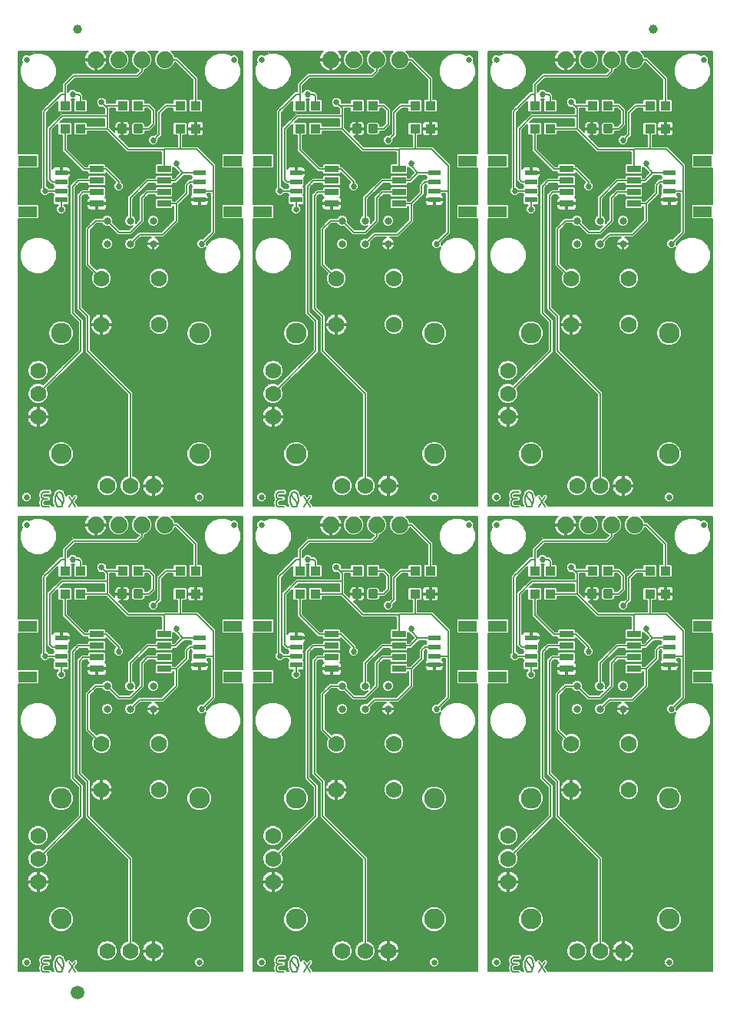
<source format=gtl>
G75*
%MOIN*%
%OFA0B0*%
%FSLAX25Y25*%
%IPPOS*%
%LPD*%
%AMOC8*
5,1,8,0,0,1.08239X$1,22.5*
%
%ADD10C,0.00600*%
%ADD11R,0.04331X0.03937*%
%ADD12C,0.01181*%
%ADD13R,0.07874X0.04724*%
%ADD14R,0.05315X0.02362*%
%ADD15C,0.07400*%
%ADD16C,0.03200*%
%ADD17C,0.02500*%
%ADD18C,0.09000*%
%ADD19C,0.07000*%
%ADD20R,0.06000X0.03000*%
%ADD21C,0.03937*%
%ADD22C,0.05906*%
%ADD23C,0.02578*%
%ADD24C,0.02700*%
D10*
X0134633Y0130233D02*
X0134633Y0254647D01*
X0143175Y0254647D01*
X0143702Y0255174D01*
X0143702Y0260644D01*
X0143175Y0261172D01*
X0134633Y0261172D01*
X0134633Y0276694D01*
X0143175Y0276694D01*
X0143702Y0277222D01*
X0143702Y0282692D01*
X0143175Y0283219D01*
X0134633Y0283219D01*
X0134633Y0327633D01*
X0164962Y0327633D01*
X0164520Y0327190D01*
X0164057Y0326554D01*
X0163700Y0325852D01*
X0163456Y0325104D01*
X0163333Y0324327D01*
X0163333Y0324233D01*
X0168033Y0324233D01*
X0168033Y0323633D01*
X0163333Y0323633D01*
X0163333Y0323540D01*
X0163456Y0322762D01*
X0163700Y0322014D01*
X0164057Y0321312D01*
X0164520Y0320676D01*
X0165076Y0320119D01*
X0165713Y0319657D01*
X0166414Y0319299D01*
X0167162Y0319056D01*
X0167940Y0318933D01*
X0168033Y0318933D01*
X0168033Y0323633D01*
X0163333Y0323633D01*
X0163333Y0323540D01*
X0163456Y0322762D01*
X0163700Y0322014D01*
X0164057Y0321312D01*
X0164520Y0320676D01*
X0165076Y0320119D01*
X0165713Y0319657D01*
X0166414Y0319299D01*
X0167162Y0319056D01*
X0167940Y0318933D01*
X0168033Y0318933D01*
X0168033Y0323633D01*
X0168033Y0324233D01*
X0163333Y0324233D01*
X0163333Y0324327D01*
X0163456Y0325104D01*
X0163700Y0325852D01*
X0164057Y0326554D01*
X0164405Y0327033D01*
X0147978Y0327033D01*
X0148004Y0327023D01*
X0148004Y0327023D01*
X0150490Y0324938D01*
X0150490Y0324938D01*
X0152112Y0322128D01*
X0152112Y0322128D01*
X0152675Y0318933D01*
X0152675Y0318933D01*
X0152112Y0315738D01*
X0152112Y0315738D01*
X0150490Y0312928D01*
X0150490Y0312928D01*
X0150490Y0312928D01*
X0148004Y0310843D01*
X0148004Y0310843D01*
X0144956Y0309733D01*
X0141711Y0309733D01*
X0138662Y0310843D01*
X0138662Y0310843D01*
X0136177Y0312928D01*
X0136177Y0312928D01*
X0135233Y0314563D01*
X0135233Y0283819D01*
X0143423Y0283819D01*
X0144033Y0283209D01*
X0144033Y0302179D01*
X0146533Y0304679D01*
X0152588Y0310733D01*
X0153187Y0310733D01*
X0153187Y0313832D01*
X0154241Y0314887D01*
X0154241Y0314887D01*
X0157033Y0317679D01*
X0158088Y0318733D01*
X0185588Y0318733D01*
X0186089Y0319234D01*
X0185388Y0319525D01*
X0183925Y0320988D01*
X0183333Y0322416D01*
X0182742Y0320988D01*
X0181279Y0319525D01*
X0179368Y0318733D01*
X0177299Y0318733D01*
X0175388Y0319525D01*
X0173925Y0320988D01*
X0173201Y0322735D01*
X0172967Y0322014D01*
X0172610Y0321312D01*
X0172147Y0320676D01*
X0171591Y0320119D01*
X0170954Y0319657D01*
X0170253Y0319299D01*
X0169504Y0319056D01*
X0168727Y0318933D01*
X0168633Y0318933D01*
X0168633Y0323633D01*
X0168033Y0323633D01*
X0168633Y0323633D01*
X0168633Y0318933D01*
X0168727Y0318933D01*
X0169504Y0319056D01*
X0170253Y0319299D01*
X0170954Y0319657D01*
X0171591Y0320119D01*
X0172147Y0320676D01*
X0172610Y0321312D01*
X0172967Y0322014D01*
X0173210Y0322762D01*
X0173333Y0323540D01*
X0173333Y0323633D01*
X0168633Y0323633D01*
X0168633Y0324233D01*
X0173333Y0324233D01*
X0173333Y0324327D01*
X0173210Y0325104D01*
X0172967Y0325852D01*
X0172610Y0326554D01*
X0172147Y0327190D01*
X0171704Y0327633D01*
X0175528Y0327633D01*
X0174434Y0326539D01*
X0173733Y0324848D01*
X0173733Y0323018D01*
X0174434Y0321327D01*
X0175728Y0320033D01*
X0177418Y0319333D01*
X0179248Y0319333D01*
X0180939Y0320033D01*
X0182233Y0321327D01*
X0182933Y0323018D01*
X0182933Y0324848D01*
X0182233Y0326539D01*
X0181139Y0327633D01*
X0185528Y0327633D01*
X0184434Y0326539D01*
X0183733Y0324848D01*
X0183733Y0323018D01*
X0184434Y0321327D01*
X0185728Y0320033D01*
X0187133Y0319451D01*
X0187133Y0319430D01*
X0185836Y0318133D01*
X0158336Y0318133D01*
X0157633Y0317430D01*
X0153787Y0313584D01*
X0153787Y0310133D01*
X0152836Y0310133D01*
X0147133Y0304430D01*
X0144633Y0301930D01*
X0144633Y0268329D01*
X0144144Y0267840D01*
X0144144Y0266026D01*
X0145427Y0264744D01*
X0147240Y0264744D01*
X0148260Y0265765D01*
X0149776Y0265765D01*
X0149776Y0265411D01*
X0150190Y0264996D01*
X0149776Y0264581D01*
X0149776Y0261474D01*
X0150303Y0260946D01*
X0152133Y0260946D01*
X0152133Y0260829D01*
X0151144Y0259840D01*
X0151144Y0258026D01*
X0152427Y0256744D01*
X0154240Y0256744D01*
X0155522Y0258026D01*
X0155522Y0259840D01*
X0154533Y0260829D01*
X0154533Y0260946D01*
X0156364Y0260946D01*
X0156891Y0261474D01*
X0156891Y0264581D01*
X0156476Y0264996D01*
X0156891Y0265411D01*
X0156891Y0268518D01*
X0156476Y0268933D01*
X0156891Y0269348D01*
X0156891Y0272455D01*
X0156751Y0272595D01*
X0156789Y0272617D01*
X0157031Y0272859D01*
X0157202Y0273156D01*
X0157291Y0273486D01*
X0157291Y0274548D01*
X0153624Y0274548D01*
X0153624Y0275129D01*
X0157291Y0275129D01*
X0157291Y0276191D01*
X0157202Y0276521D01*
X0157031Y0276818D01*
X0156789Y0277060D01*
X0156493Y0277231D01*
X0156162Y0277320D01*
X0153624Y0277320D01*
X0153624Y0275129D01*
X0157291Y0275129D01*
X0157291Y0276191D01*
X0157202Y0276521D01*
X0157031Y0276818D01*
X0156789Y0277060D01*
X0156493Y0277231D01*
X0156162Y0277320D01*
X0153624Y0277320D01*
X0153624Y0275129D01*
X0153624Y0274548D01*
X0157291Y0274548D01*
X0157291Y0273486D01*
X0157202Y0273156D01*
X0157142Y0273052D01*
X0157491Y0272704D01*
X0157491Y0270636D01*
X0157588Y0270733D01*
X0160088Y0273233D01*
X0164333Y0273233D01*
X0164333Y0273554D01*
X0164712Y0273933D01*
X0164333Y0274312D01*
X0164333Y0274633D01*
X0162588Y0274633D01*
X0153187Y0284034D01*
X0153187Y0290465D01*
X0152200Y0290465D01*
X0151322Y0291343D01*
X0151322Y0294376D01*
X0150133Y0293187D01*
X0150133Y0277208D01*
X0150174Y0277231D01*
X0150505Y0277320D01*
X0153043Y0277320D01*
X0153043Y0275129D01*
X0153624Y0275129D01*
X0153043Y0275129D01*
X0153043Y0277320D01*
X0150505Y0277320D01*
X0150174Y0277231D01*
X0149878Y0277060D01*
X0149636Y0276818D01*
X0149533Y0276641D01*
X0149533Y0293436D01*
X0151922Y0295824D01*
X0151922Y0291592D01*
X0152449Y0291065D01*
X0153787Y0291065D01*
X0153787Y0284282D01*
X0162836Y0275233D01*
X0164933Y0275233D01*
X0164933Y0274560D01*
X0165461Y0274033D01*
X0172206Y0274033D01*
X0172733Y0274560D01*
X0172733Y0274836D01*
X0176894Y0270676D01*
X0176083Y0269865D01*
X0176083Y0268001D01*
X0177401Y0266683D01*
X0179265Y0266683D01*
X0180583Y0268001D01*
X0180583Y0269865D01*
X0179533Y0270915D01*
X0179533Y0271430D01*
X0173330Y0277633D01*
X0172733Y0277633D01*
X0172733Y0278306D01*
X0172206Y0278833D01*
X0165461Y0278833D01*
X0164933Y0278306D01*
X0164933Y0277633D01*
X0163830Y0277633D01*
X0156187Y0285277D01*
X0156187Y0291065D01*
X0157525Y0291065D01*
X0158052Y0291592D01*
X0158052Y0296274D01*
X0157525Y0296802D01*
X0152899Y0296802D01*
X0154330Y0298233D01*
X0172133Y0298233D01*
X0172133Y0295133D01*
X0164745Y0295133D01*
X0164745Y0296274D01*
X0164218Y0296802D01*
X0159142Y0296802D01*
X0158614Y0296274D01*
X0158614Y0291592D01*
X0159142Y0291065D01*
X0164218Y0291065D01*
X0164745Y0291592D01*
X0164745Y0292733D01*
X0172836Y0292733D01*
X0181133Y0284436D01*
X0181836Y0283733D01*
X0196807Y0283733D01*
X0196807Y0278833D01*
X0194634Y0278833D01*
X0194107Y0278306D01*
X0194107Y0274560D01*
X0194634Y0274033D01*
X0201379Y0274033D01*
X0201907Y0274560D01*
X0201907Y0277178D01*
X0202401Y0276683D01*
X0202697Y0276683D01*
X0202836Y0276544D01*
X0204542Y0274839D01*
X0202336Y0272633D01*
X0201907Y0272633D01*
X0201907Y0273306D01*
X0201379Y0273833D01*
X0194634Y0273833D01*
X0194107Y0273306D01*
X0194107Y0272633D01*
X0190336Y0272633D01*
X0182836Y0265133D01*
X0182133Y0264430D01*
X0182133Y0256142D01*
X0181917Y0256052D01*
X0181214Y0255349D01*
X0180833Y0254430D01*
X0180833Y0253436D01*
X0181214Y0252517D01*
X0181917Y0251814D01*
X0182836Y0251433D01*
X0183831Y0251433D01*
X0184352Y0251649D01*
X0182836Y0250133D01*
X0178830Y0250133D01*
X0175744Y0253220D01*
X0175833Y0253436D01*
X0175833Y0254430D01*
X0175453Y0255349D01*
X0174749Y0256052D01*
X0173831Y0256433D01*
X0172836Y0256433D01*
X0171917Y0256052D01*
X0171214Y0255349D01*
X0171124Y0255133D01*
X0167836Y0255133D01*
X0163633Y0250930D01*
X0163633Y0234436D01*
X0166969Y0231101D01*
X0166433Y0229808D01*
X0166433Y0228058D01*
X0167103Y0226441D01*
X0168341Y0225203D01*
X0169958Y0224533D01*
X0171709Y0224533D01*
X0173326Y0225203D01*
X0174563Y0226441D01*
X0175233Y0228058D01*
X0175233Y0229808D01*
X0174563Y0231425D01*
X0173326Y0232663D01*
X0171709Y0233333D01*
X0169958Y0233333D01*
X0168666Y0232798D01*
X0166033Y0235430D01*
X0166033Y0249936D01*
X0168830Y0252733D01*
X0171124Y0252733D01*
X0171214Y0252517D01*
X0171917Y0251814D01*
X0172836Y0251433D01*
X0173831Y0251433D01*
X0174047Y0251523D01*
X0177836Y0247733D01*
X0183830Y0247733D01*
X0184533Y0248436D01*
X0189533Y0253436D01*
X0189533Y0263436D01*
X0191330Y0265233D01*
X0194107Y0265233D01*
X0194107Y0264560D01*
X0194634Y0264033D01*
X0201379Y0264033D01*
X0201907Y0264560D01*
X0201907Y0268306D01*
X0201379Y0268833D01*
X0194634Y0268833D01*
X0194107Y0268306D01*
X0194107Y0267633D01*
X0190336Y0267633D01*
X0187836Y0265133D01*
X0187133Y0264430D01*
X0187133Y0254430D01*
X0185617Y0252914D01*
X0185833Y0253436D01*
X0185833Y0254430D01*
X0185453Y0255349D01*
X0184749Y0256052D01*
X0184533Y0256142D01*
X0184533Y0263436D01*
X0191330Y0270233D01*
X0194107Y0270233D01*
X0194107Y0269560D01*
X0194634Y0269033D01*
X0201379Y0269033D01*
X0201907Y0269560D01*
X0201907Y0270233D01*
X0203330Y0270233D01*
X0206736Y0273639D01*
X0209776Y0273639D01*
X0209776Y0273285D01*
X0210190Y0272870D01*
X0209776Y0272455D01*
X0209776Y0272133D01*
X0208836Y0272133D01*
X0206633Y0269930D01*
X0206633Y0266430D01*
X0202836Y0262633D01*
X0201907Y0262633D01*
X0201907Y0263306D01*
X0201379Y0263833D01*
X0194634Y0263833D01*
X0194107Y0263306D01*
X0194107Y0259560D01*
X0194634Y0259033D01*
X0201379Y0259033D01*
X0201907Y0259560D01*
X0201907Y0260233D01*
X0202133Y0260233D01*
X0202133Y0254430D01*
X0196836Y0249133D01*
X0186836Y0249133D01*
X0186133Y0248430D01*
X0184047Y0246344D01*
X0183831Y0246433D01*
X0182836Y0246433D01*
X0181917Y0246052D01*
X0181214Y0245349D01*
X0180833Y0244430D01*
X0180833Y0243436D01*
X0181214Y0242517D01*
X0181917Y0241814D01*
X0182836Y0241433D01*
X0183831Y0241433D01*
X0184749Y0241814D01*
X0185453Y0242517D01*
X0185833Y0243436D01*
X0185833Y0244430D01*
X0185744Y0244646D01*
X0187830Y0246733D01*
X0192545Y0246733D01*
X0192487Y0246722D01*
X0191960Y0246503D01*
X0191485Y0246186D01*
X0191081Y0245782D01*
X0190763Y0245307D01*
X0190545Y0244779D01*
X0190433Y0244219D01*
X0190433Y0244133D01*
X0193133Y0244133D01*
X0193133Y0243733D01*
X0190433Y0243733D01*
X0190433Y0243647D01*
X0190545Y0243087D01*
X0190763Y0242559D01*
X0191081Y0242084D01*
X0191485Y0241680D01*
X0191960Y0241363D01*
X0192487Y0241145D01*
X0193048Y0241033D01*
X0193133Y0241033D01*
X0193133Y0243733D01*
X0190433Y0243733D01*
X0190433Y0243647D01*
X0190545Y0243087D01*
X0190763Y0242559D01*
X0191081Y0242084D01*
X0191485Y0241680D01*
X0191960Y0241363D01*
X0192487Y0241145D01*
X0193048Y0241033D01*
X0193133Y0241033D01*
X0193133Y0243733D01*
X0193133Y0244133D01*
X0190433Y0244133D01*
X0190433Y0244219D01*
X0190545Y0244779D01*
X0190763Y0245307D01*
X0191081Y0245782D01*
X0191432Y0246133D01*
X0188079Y0246133D01*
X0186433Y0244487D01*
X0186433Y0243316D01*
X0185961Y0242177D01*
X0185089Y0241305D01*
X0183950Y0240833D01*
X0182717Y0240833D01*
X0181577Y0241305D01*
X0180705Y0242177D01*
X0180233Y0243316D01*
X0180233Y0244550D01*
X0180705Y0245689D01*
X0181577Y0246561D01*
X0182717Y0247033D01*
X0183888Y0247033D01*
X0183988Y0247133D01*
X0177588Y0247133D01*
X0173888Y0250833D01*
X0172717Y0250833D01*
X0171577Y0251305D01*
X0170749Y0252133D01*
X0169079Y0252133D01*
X0166633Y0249687D01*
X0166633Y0235679D01*
X0168806Y0233505D01*
X0169839Y0233933D01*
X0171828Y0233933D01*
X0173666Y0233172D01*
X0175072Y0231765D01*
X0175833Y0229928D01*
X0175833Y0227938D01*
X0175072Y0226101D01*
X0173666Y0224694D01*
X0171828Y0223933D01*
X0169839Y0223933D01*
X0168001Y0224694D01*
X0166595Y0226101D01*
X0165833Y0227938D01*
X0165833Y0229928D01*
X0166261Y0230960D01*
X0164088Y0233133D01*
X0163133Y0234087D01*
X0163133Y0216679D01*
X0166633Y0213179D01*
X0166633Y0211263D01*
X0166728Y0211449D01*
X0167172Y0212060D01*
X0167706Y0212594D01*
X0168318Y0213038D01*
X0168991Y0213381D01*
X0169709Y0213615D01*
X0170456Y0213733D01*
X0170533Y0213733D01*
X0170533Y0209233D01*
X0170533Y0208633D01*
X0166033Y0208633D01*
X0166033Y0208555D01*
X0166152Y0207809D01*
X0166385Y0207091D01*
X0166728Y0206417D01*
X0167172Y0205806D01*
X0167706Y0205272D01*
X0168318Y0204828D01*
X0168991Y0204485D01*
X0169709Y0204251D01*
X0170456Y0204133D01*
X0170533Y0204133D01*
X0170533Y0208633D01*
X0171133Y0208633D01*
X0171133Y0204133D01*
X0171211Y0204133D01*
X0171957Y0204251D01*
X0172676Y0204485D01*
X0173349Y0204828D01*
X0173960Y0205272D01*
X0174495Y0205806D01*
X0174939Y0206417D01*
X0175282Y0207091D01*
X0175515Y0207809D01*
X0175633Y0208555D01*
X0175633Y0208633D01*
X0171133Y0208633D01*
X0171133Y0204133D01*
X0171211Y0204133D01*
X0171957Y0204251D01*
X0172676Y0204485D01*
X0173349Y0204828D01*
X0173960Y0205272D01*
X0174495Y0205806D01*
X0174939Y0206417D01*
X0175282Y0207091D01*
X0175515Y0207809D01*
X0175633Y0208555D01*
X0175633Y0208633D01*
X0171133Y0208633D01*
X0170533Y0208633D01*
X0170533Y0204133D01*
X0170456Y0204133D01*
X0169709Y0204251D01*
X0168991Y0204485D01*
X0168318Y0204828D01*
X0167706Y0205272D01*
X0167172Y0205806D01*
X0166728Y0206417D01*
X0166633Y0206603D01*
X0166633Y0198179D01*
X0185133Y0179679D01*
X0185133Y0143599D01*
X0186166Y0143172D01*
X0187572Y0141765D01*
X0188333Y0139928D01*
X0188333Y0137938D01*
X0187572Y0136101D01*
X0186166Y0134694D01*
X0184328Y0133933D01*
X0182339Y0133933D01*
X0180501Y0134694D01*
X0179095Y0136101D01*
X0178333Y0137938D01*
X0177572Y0136101D01*
X0176166Y0134694D01*
X0174328Y0133933D01*
X0172339Y0133933D01*
X0170501Y0134694D01*
X0169095Y0136101D01*
X0168333Y0137938D01*
X0168333Y0139928D01*
X0169095Y0141765D01*
X0170501Y0143172D01*
X0172339Y0143933D01*
X0174328Y0143933D01*
X0176166Y0143172D01*
X0177572Y0141765D01*
X0178333Y0139928D01*
X0178333Y0137938D01*
X0178333Y0139928D01*
X0179095Y0141765D01*
X0180501Y0143172D01*
X0181533Y0143599D01*
X0181533Y0178187D01*
X0163333Y0196387D01*
X0147906Y0180960D01*
X0148333Y0179928D01*
X0148333Y0177938D01*
X0147572Y0176101D01*
X0146166Y0174694D01*
X0144328Y0173933D01*
X0142339Y0173933D01*
X0140501Y0174694D01*
X0139095Y0176101D01*
X0138333Y0177938D01*
X0138333Y0179928D01*
X0139095Y0181765D01*
X0140501Y0183172D01*
X0142339Y0183933D01*
X0144328Y0183933D01*
X0146166Y0184694D01*
X0147572Y0186101D01*
X0148333Y0187938D01*
X0148333Y0189928D01*
X0147572Y0191765D01*
X0146166Y0193172D01*
X0144328Y0193933D01*
X0142339Y0193933D01*
X0140501Y0193172D01*
X0139095Y0191765D01*
X0138333Y0189928D01*
X0138333Y0187938D01*
X0139095Y0186101D01*
X0140501Y0184694D01*
X0142339Y0183933D01*
X0144328Y0183933D01*
X0145360Y0183505D01*
X0160033Y0198179D01*
X0160033Y0209687D01*
X0156533Y0213187D01*
X0156533Y0260346D01*
X0155767Y0260346D01*
X0156122Y0259488D01*
X0156122Y0258378D01*
X0155698Y0257353D01*
X0154913Y0256569D01*
X0153888Y0256144D01*
X0152779Y0256144D01*
X0151753Y0256569D01*
X0150969Y0257353D01*
X0150544Y0258378D01*
X0150544Y0259488D01*
X0150900Y0260346D01*
X0150055Y0260346D01*
X0149176Y0261225D01*
X0149176Y0264830D01*
X0149342Y0264996D01*
X0149176Y0265162D01*
X0149176Y0265165D01*
X0148509Y0265165D01*
X0147913Y0264569D01*
X0146888Y0264144D01*
X0145779Y0264144D01*
X0144753Y0264569D01*
X0143969Y0265353D01*
X0143544Y0266378D01*
X0143544Y0267488D01*
X0143969Y0268513D01*
X0144033Y0268577D01*
X0144033Y0276705D01*
X0143423Y0276094D01*
X0135233Y0276094D01*
X0135233Y0261772D01*
X0143423Y0261772D01*
X0144302Y0260893D01*
X0144302Y0254926D01*
X0143423Y0254047D01*
X0135233Y0254047D01*
X0135233Y0243303D01*
X0136177Y0244938D01*
X0136177Y0244938D01*
X0136177Y0244938D01*
X0138662Y0247023D01*
X0138662Y0247023D01*
X0141711Y0248133D01*
X0144956Y0248133D01*
X0148004Y0247023D01*
X0148004Y0247023D01*
X0150490Y0244938D01*
X0150490Y0244938D01*
X0152112Y0242128D01*
X0152112Y0242128D01*
X0152675Y0238933D01*
X0152675Y0238933D01*
X0152112Y0235738D01*
X0152112Y0235738D01*
X0150490Y0232928D01*
X0150490Y0232928D01*
X0148004Y0230843D01*
X0144956Y0229733D01*
X0144956Y0229733D01*
X0141711Y0229733D01*
X0138662Y0230843D01*
X0138662Y0230843D01*
X0136177Y0232928D01*
X0136177Y0232928D01*
X0135233Y0234563D01*
X0135233Y0130833D01*
X0142841Y0130833D01*
X0142841Y0132470D01*
X0143238Y0133158D01*
X0142841Y0133847D01*
X0142841Y0135574D01*
X0143704Y0137070D01*
X0143704Y0137070D01*
X0143704Y0137070D01*
X0145200Y0137933D01*
X0148942Y0137933D01*
X0149996Y0136879D01*
X0149996Y0136806D01*
X0151574Y0137933D01*
X0153571Y0137933D01*
X0155196Y0136772D01*
X0155196Y0136772D01*
X0155484Y0135933D01*
X0155695Y0135500D01*
X0156311Y0135911D01*
X0157773Y0135619D01*
X0158111Y0135111D01*
X0158449Y0135619D01*
X0159911Y0135911D01*
X0161152Y0135084D01*
X0161445Y0133622D01*
X0160274Y0131866D01*
X0160963Y0130833D01*
X0231433Y0130833D01*
X0231433Y0234563D01*
X0230490Y0232928D01*
X0230490Y0232928D01*
X0230490Y0232928D01*
X0228004Y0230843D01*
X0228004Y0230843D01*
X0224956Y0229733D01*
X0221711Y0229733D01*
X0218662Y0230843D01*
X0218662Y0230843D01*
X0216177Y0232928D01*
X0216177Y0232928D01*
X0214555Y0235738D01*
X0214555Y0235738D01*
X0213991Y0238933D01*
X0213991Y0238933D01*
X0214371Y0241083D01*
X0213766Y0241083D01*
X0212719Y0241517D01*
X0211917Y0242319D01*
X0211483Y0243366D01*
X0211483Y0244500D01*
X0211917Y0245547D01*
X0212719Y0246349D01*
X0213766Y0246783D01*
X0214638Y0246783D01*
X0217533Y0249679D01*
X0217533Y0265165D01*
X0217491Y0265165D01*
X0217491Y0265162D01*
X0217142Y0264814D01*
X0217202Y0264710D01*
X0217291Y0264380D01*
X0217291Y0263318D01*
X0213624Y0263318D01*
X0213624Y0262737D01*
X0217291Y0262737D01*
X0217291Y0261675D01*
X0217202Y0261345D01*
X0217031Y0261048D01*
X0216789Y0260806D01*
X0216493Y0260635D01*
X0216162Y0260546D01*
X0213624Y0260546D01*
X0213624Y0262737D01*
X0213624Y0263318D01*
X0217291Y0263318D01*
X0217291Y0264380D01*
X0217202Y0264710D01*
X0217031Y0265007D01*
X0216789Y0265249D01*
X0216751Y0265271D01*
X0216891Y0265411D01*
X0216891Y0265765D01*
X0218133Y0265765D01*
X0218133Y0249430D01*
X0214886Y0246183D01*
X0213401Y0246183D01*
X0212083Y0244865D01*
X0212083Y0243001D01*
X0213401Y0241683D01*
X0215265Y0241683D01*
X0216201Y0242619D01*
X0215333Y0240524D01*
X0215333Y0237342D01*
X0216551Y0234401D01*
X0216551Y0234401D01*
X0218802Y0232151D01*
X0221742Y0230933D01*
X0224925Y0230933D01*
X0227865Y0232151D01*
X0230115Y0234401D01*
X0230115Y0234401D01*
X0231333Y0237342D01*
X0231333Y0240524D01*
X0230115Y0243465D01*
X0227865Y0245715D01*
X0224925Y0246933D01*
X0221742Y0246933D01*
X0218802Y0245715D01*
X0218802Y0245715D01*
X0216583Y0243497D01*
X0216583Y0244486D01*
X0220533Y0248436D01*
X0220533Y0278430D01*
X0213370Y0285593D01*
X0213370Y0285594D01*
X0212667Y0286296D01*
X0206187Y0286296D01*
X0206187Y0291065D01*
X0207525Y0291065D01*
X0208052Y0291592D01*
X0208052Y0296274D01*
X0207525Y0296802D01*
X0202449Y0296802D01*
X0201922Y0296274D01*
X0201922Y0291592D01*
X0202449Y0291065D01*
X0203787Y0291065D01*
X0203787Y0286296D01*
X0197673Y0286296D01*
X0197509Y0286133D01*
X0182830Y0286133D01*
X0178299Y0290665D01*
X0179581Y0290665D01*
X0179581Y0293633D01*
X0180181Y0293633D01*
X0180181Y0294233D01*
X0183149Y0294233D01*
X0183149Y0295560D01*
X0183020Y0296041D01*
X0182771Y0296472D01*
X0182419Y0296824D01*
X0181988Y0297073D01*
X0181507Y0297202D01*
X0180181Y0297202D01*
X0180181Y0294233D01*
X0183149Y0294233D01*
X0183149Y0295560D01*
X0183020Y0296041D01*
X0182771Y0296472D01*
X0182419Y0296824D01*
X0181988Y0297073D01*
X0181507Y0297202D01*
X0180181Y0297202D01*
X0180181Y0294233D01*
X0180181Y0293633D01*
X0183149Y0293633D01*
X0183149Y0292306D01*
X0183020Y0291825D01*
X0182771Y0291394D01*
X0182419Y0291042D01*
X0181988Y0290793D01*
X0181507Y0290665D01*
X0180181Y0290665D01*
X0180181Y0293633D01*
X0183149Y0293633D01*
X0183149Y0292306D01*
X0183020Y0291825D01*
X0182771Y0291394D01*
X0182419Y0291042D01*
X0181988Y0290793D01*
X0181507Y0290665D01*
X0180181Y0290665D01*
X0180181Y0293633D01*
X0179581Y0293633D01*
X0179581Y0290665D01*
X0179147Y0290665D01*
X0183079Y0286733D01*
X0191503Y0286733D01*
X0190917Y0287319D01*
X0190483Y0288366D01*
X0190483Y0289500D01*
X0190917Y0290547D01*
X0191719Y0291349D01*
X0192766Y0291783D01*
X0193638Y0291783D01*
X0194033Y0292179D01*
X0194033Y0294088D01*
X0193133Y0293187D01*
X0192079Y0292133D01*
X0190255Y0292133D01*
X0190255Y0291689D01*
X0189030Y0290465D01*
X0184542Y0290465D01*
X0183318Y0291689D01*
X0183318Y0296177D01*
X0184542Y0297402D01*
X0189030Y0297402D01*
X0190255Y0296177D01*
X0190255Y0295733D01*
X0190588Y0295733D01*
X0191533Y0296679D01*
X0191533Y0301187D01*
X0190588Y0302133D01*
X0190345Y0302133D01*
X0190345Y0301343D01*
X0189466Y0300465D01*
X0183893Y0300465D01*
X0183333Y0301024D01*
X0182774Y0300465D01*
X0177200Y0300465D01*
X0176322Y0301343D01*
X0176322Y0302133D01*
X0175133Y0302133D01*
X0175133Y0294679D01*
X0176612Y0293200D01*
X0176612Y0293633D01*
X0179581Y0293633D01*
X0179581Y0294233D01*
X0179581Y0297202D01*
X0178254Y0297202D01*
X0177773Y0297073D01*
X0177342Y0296824D01*
X0176990Y0296472D01*
X0176741Y0296041D01*
X0176612Y0295560D01*
X0176612Y0294233D01*
X0179581Y0294233D01*
X0180181Y0294233D01*
X0179581Y0294233D01*
X0179581Y0297202D01*
X0178254Y0297202D01*
X0177773Y0297073D01*
X0177342Y0296824D01*
X0176990Y0296472D01*
X0176741Y0296041D01*
X0176612Y0295560D01*
X0176612Y0294233D01*
X0179581Y0294233D01*
X0179581Y0293633D01*
X0176612Y0293633D01*
X0176612Y0292351D01*
X0174533Y0294430D01*
X0174533Y0302733D01*
X0176922Y0302733D01*
X0176922Y0301592D01*
X0177449Y0301065D01*
X0182525Y0301065D01*
X0183052Y0301592D01*
X0183052Y0306274D01*
X0182525Y0306802D01*
X0177449Y0306802D01*
X0176922Y0306274D01*
X0176922Y0305133D01*
X0173022Y0305133D01*
X0173022Y0306340D01*
X0171740Y0307622D01*
X0169927Y0307622D01*
X0168644Y0306340D01*
X0168644Y0304526D01*
X0169927Y0303244D01*
X0171325Y0303244D01*
X0171836Y0302733D01*
X0171836Y0302733D01*
X0172133Y0302436D01*
X0172133Y0300633D01*
X0153336Y0300633D01*
X0152633Y0299930D01*
X0147133Y0294430D01*
X0147133Y0271436D01*
X0147836Y0270733D01*
X0148868Y0269702D01*
X0149776Y0269702D01*
X0149776Y0269348D01*
X0150190Y0268933D01*
X0149776Y0268518D01*
X0149776Y0268165D01*
X0148197Y0268165D01*
X0147240Y0269122D01*
X0147033Y0269122D01*
X0147033Y0300936D01*
X0148830Y0302733D01*
X0151922Y0305824D01*
X0151922Y0301592D01*
X0152449Y0301065D01*
X0157525Y0301065D01*
X0158052Y0301592D01*
X0158052Y0306274D01*
X0157643Y0306683D01*
X0159023Y0306683D01*
X0158614Y0306274D01*
X0158614Y0301592D01*
X0159142Y0301065D01*
X0164218Y0301065D01*
X0164745Y0301592D01*
X0164745Y0306274D01*
X0164218Y0306802D01*
X0162880Y0306802D01*
X0162880Y0308584D01*
X0162033Y0309430D01*
X0161330Y0310133D01*
X0160315Y0310133D01*
X0159265Y0311183D01*
X0157401Y0311183D01*
X0156187Y0309969D01*
X0156187Y0312590D01*
X0159330Y0315733D01*
X0186830Y0315733D01*
X0188830Y0317733D01*
X0189533Y0318436D01*
X0189533Y0319451D01*
X0190939Y0320033D01*
X0192233Y0321327D01*
X0192933Y0323018D01*
X0192933Y0324848D01*
X0192233Y0326539D01*
X0191139Y0327633D01*
X0195528Y0327633D01*
X0194434Y0326539D01*
X0193733Y0324848D01*
X0193733Y0323018D01*
X0194434Y0321327D01*
X0195728Y0320033D01*
X0197418Y0319333D01*
X0199248Y0319333D01*
X0200939Y0320033D01*
X0202233Y0321327D01*
X0202815Y0322733D01*
X0202836Y0322733D01*
X0210480Y0315090D01*
X0210480Y0306802D01*
X0209142Y0306802D01*
X0208614Y0306274D01*
X0208614Y0301592D01*
X0209142Y0301065D01*
X0214218Y0301065D01*
X0214745Y0301592D01*
X0214745Y0306274D01*
X0214218Y0306802D01*
X0212880Y0306802D01*
X0212880Y0316084D01*
X0212177Y0316787D01*
X0203830Y0325133D01*
X0202815Y0325133D01*
X0202233Y0326539D01*
X0201139Y0327633D01*
X0232033Y0327633D01*
X0232033Y0283219D01*
X0223492Y0283219D01*
X0222965Y0282692D01*
X0222965Y0277222D01*
X0223492Y0276694D01*
X0232033Y0276694D01*
X0232033Y0261172D01*
X0223492Y0261172D01*
X0222965Y0260644D01*
X0222965Y0255174D01*
X0223492Y0254647D01*
X0232033Y0254647D01*
X0232033Y0130233D01*
X0160642Y0130233D01*
X0159553Y0131866D01*
X0160807Y0133748D01*
X0160613Y0134722D01*
X0159785Y0135274D01*
X0158811Y0135079D01*
X0158111Y0134030D01*
X0157412Y0135079D01*
X0156437Y0135274D01*
X0155610Y0134722D01*
X0155550Y0134425D01*
X0155550Y0134427D01*
X0154928Y0135703D01*
X0154691Y0136396D01*
X0153379Y0137333D01*
X0151766Y0137333D01*
X0150454Y0136396D01*
X0150217Y0135703D01*
X0150055Y0135371D01*
X0150013Y0135337D01*
X0150005Y0135268D01*
X0149595Y0134427D01*
X0149595Y0131439D01*
X0150183Y0130233D01*
X0149393Y0130233D01*
X0148693Y0130933D01*
X0146418Y0130933D01*
X0146240Y0130961D01*
X0145951Y0131171D01*
X0145841Y0131511D01*
X0145951Y0131850D01*
X0146240Y0132060D01*
X0146418Y0132089D01*
X0146916Y0132089D01*
X0147982Y0132089D01*
X0148685Y0132792D01*
X0148685Y0133786D01*
X0147982Y0134489D01*
X0146063Y0134489D01*
X0145994Y0134499D01*
X0145883Y0134580D01*
X0145841Y0134711D01*
X0145883Y0134841D01*
X0145994Y0134922D01*
X0146063Y0134933D01*
X0148693Y0134933D01*
X0149396Y0135636D01*
X0149396Y0136630D01*
X0148693Y0137333D01*
X0145211Y0137333D01*
X0143832Y0136331D01*
X0143306Y0134711D01*
X0143306Y0134711D01*
X0143816Y0133139D01*
X0143287Y0131511D01*
X0143703Y0130233D01*
X0134633Y0130233D01*
X0134633Y0130729D02*
X0143542Y0130729D01*
X0143347Y0131327D02*
X0134633Y0131327D01*
X0134633Y0131926D02*
X0137300Y0131926D01*
X0137443Y0131783D02*
X0136183Y0133043D01*
X0136183Y0134824D01*
X0137443Y0136083D01*
X0139224Y0136083D01*
X0140483Y0134824D01*
X0140483Y0133043D01*
X0139224Y0131783D01*
X0137443Y0131783D01*
X0137439Y0131327D02*
X0135233Y0131327D01*
X0135233Y0131926D02*
X0136452Y0131926D01*
X0136776Y0131602D02*
X0136002Y0132375D01*
X0135583Y0133386D01*
X0135583Y0134480D01*
X0136002Y0135491D01*
X0136776Y0136264D01*
X0137786Y0136683D01*
X0138880Y0136683D01*
X0139891Y0136264D01*
X0140665Y0135491D01*
X0141083Y0134480D01*
X0141083Y0133386D01*
X0140665Y0132375D01*
X0139891Y0131602D01*
X0138880Y0131183D01*
X0137786Y0131183D01*
X0136776Y0131602D01*
X0136702Y0132524D02*
X0134633Y0132524D01*
X0134633Y0133123D02*
X0136183Y0133123D01*
X0135692Y0133123D02*
X0135233Y0133123D01*
X0135233Y0133721D02*
X0135583Y0133721D01*
X0135583Y0134320D02*
X0135233Y0134320D01*
X0135233Y0134918D02*
X0135765Y0134918D01*
X0136278Y0134918D02*
X0134633Y0134918D01*
X0134633Y0134320D02*
X0136183Y0134320D01*
X0136183Y0133721D02*
X0134633Y0133721D01*
X0135233Y0132524D02*
X0135940Y0132524D01*
X0136028Y0135517D02*
X0135233Y0135517D01*
X0135233Y0136115D02*
X0136626Y0136115D01*
X0136876Y0135517D02*
X0134633Y0135517D01*
X0134633Y0136115D02*
X0143762Y0136115D01*
X0143832Y0136331D02*
X0143832Y0136331D01*
X0143832Y0136331D01*
X0143499Y0136714D02*
X0135233Y0136714D01*
X0135233Y0137312D02*
X0144124Y0137312D01*
X0144358Y0136714D02*
X0134633Y0136714D01*
X0134633Y0137312D02*
X0145182Y0137312D01*
X0145161Y0137911D02*
X0135233Y0137911D01*
X0135233Y0138509D02*
X0168333Y0138509D01*
X0168345Y0137911D02*
X0153602Y0137911D01*
X0153408Y0137312D02*
X0169242Y0137312D01*
X0169490Y0136714D02*
X0154246Y0136714D01*
X0154691Y0136396D02*
X0154691Y0136396D01*
X0154787Y0136115D02*
X0169929Y0136115D01*
X0169603Y0136441D02*
X0170841Y0135203D01*
X0172458Y0134533D01*
X0174209Y0134533D01*
X0175826Y0135203D01*
X0177063Y0136441D01*
X0177733Y0138058D01*
X0177733Y0139808D01*
X0177063Y0141425D01*
X0175826Y0142663D01*
X0174209Y0143333D01*
X0172458Y0143333D01*
X0170841Y0142663D01*
X0169603Y0141425D01*
X0168933Y0139808D01*
X0168933Y0138058D01*
X0169603Y0136441D01*
X0169089Y0136115D02*
X0155421Y0136115D01*
X0155216Y0136714D02*
X0168841Y0136714D01*
X0168593Y0137312D02*
X0154440Y0137312D01*
X0155019Y0135517D02*
X0170527Y0135517D01*
X0170277Y0134918D02*
X0161185Y0134918D01*
X0161305Y0134320D02*
X0171405Y0134320D01*
X0171528Y0134918D02*
X0160319Y0134918D01*
X0160503Y0135517D02*
X0169679Y0135517D01*
X0168994Y0137911D02*
X0134633Y0137911D01*
X0134633Y0138509D02*
X0168933Y0138509D01*
X0168933Y0139108D02*
X0134633Y0139108D01*
X0134633Y0139706D02*
X0168933Y0139706D01*
X0168333Y0139706D02*
X0135233Y0139706D01*
X0135233Y0139108D02*
X0168333Y0139108D01*
X0168490Y0140305D02*
X0135233Y0140305D01*
X0135233Y0140903D02*
X0168737Y0140903D01*
X0168985Y0141502D02*
X0135233Y0141502D01*
X0135233Y0142100D02*
X0169430Y0142100D01*
X0169680Y0141502D02*
X0134633Y0141502D01*
X0134633Y0142100D02*
X0170278Y0142100D01*
X0170028Y0142699D02*
X0135233Y0142699D01*
X0135233Y0143297D02*
X0170804Y0143297D01*
X0170927Y0142699D02*
X0134633Y0142699D01*
X0134633Y0143297D02*
X0172372Y0143297D01*
X0172249Y0143896D02*
X0135233Y0143896D01*
X0135233Y0144494D02*
X0181533Y0144494D01*
X0181533Y0143896D02*
X0174418Y0143896D01*
X0174295Y0143297D02*
X0182133Y0143297D01*
X0182133Y0143199D02*
X0180841Y0142663D01*
X0179603Y0141425D01*
X0178933Y0139808D01*
X0178933Y0138058D01*
X0179603Y0136441D01*
X0180841Y0135203D01*
X0182458Y0134533D01*
X0184209Y0134533D01*
X0185826Y0135203D01*
X0187063Y0136441D01*
X0187733Y0138058D01*
X0187733Y0139808D01*
X0187063Y0141425D01*
X0185826Y0142663D01*
X0184533Y0143199D01*
X0184533Y0179430D01*
X0166033Y0197930D01*
X0166033Y0211936D01*
X0166033Y0212930D01*
X0162533Y0216430D01*
X0162533Y0264436D01*
X0163330Y0265233D01*
X0164933Y0265233D01*
X0164933Y0264560D01*
X0165345Y0264148D01*
X0165332Y0264144D01*
X0165035Y0263973D01*
X0164793Y0263731D01*
X0164622Y0263435D01*
X0164533Y0263104D01*
X0164533Y0261733D01*
X0168533Y0261733D01*
X0168533Y0261133D01*
X0164533Y0261133D01*
X0164533Y0259762D01*
X0164622Y0259431D01*
X0164793Y0259135D01*
X0165035Y0258893D01*
X0165332Y0258722D01*
X0165662Y0258633D01*
X0168533Y0258633D01*
X0168533Y0261133D01*
X0164533Y0261133D01*
X0164533Y0259762D01*
X0164622Y0259431D01*
X0164793Y0259135D01*
X0165035Y0258893D01*
X0165332Y0258722D01*
X0165662Y0258633D01*
X0168533Y0258633D01*
X0168533Y0261133D01*
X0168533Y0261733D01*
X0164533Y0261733D01*
X0164533Y0263104D01*
X0164622Y0263435D01*
X0164793Y0263731D01*
X0164853Y0263792D01*
X0164333Y0264312D01*
X0164333Y0264633D01*
X0163579Y0264633D01*
X0163133Y0264187D01*
X0163133Y0251279D01*
X0164088Y0252233D01*
X0166533Y0254679D01*
X0167588Y0255733D01*
X0170749Y0255733D01*
X0171577Y0256561D01*
X0172717Y0257033D01*
X0173950Y0257033D01*
X0175089Y0256561D01*
X0175961Y0255689D01*
X0176433Y0254550D01*
X0176433Y0253379D01*
X0179079Y0250733D01*
X0182588Y0250733D01*
X0182696Y0250842D01*
X0181577Y0251305D01*
X0180705Y0252177D01*
X0180233Y0253316D01*
X0180233Y0254550D01*
X0180705Y0255689D01*
X0181533Y0256517D01*
X0181533Y0264679D01*
X0182588Y0265733D01*
X0190088Y0273233D01*
X0193507Y0273233D01*
X0193507Y0273554D01*
X0193885Y0273933D01*
X0193507Y0274312D01*
X0193507Y0278554D01*
X0194385Y0279433D01*
X0196207Y0279433D01*
X0196207Y0283133D01*
X0181588Y0283133D01*
X0180533Y0284187D01*
X0172588Y0292133D01*
X0165345Y0292133D01*
X0165345Y0291343D01*
X0164466Y0290465D01*
X0158893Y0290465D01*
X0158333Y0291024D01*
X0157774Y0290465D01*
X0156787Y0290465D01*
X0156787Y0285525D01*
X0164079Y0278233D01*
X0164333Y0278233D01*
X0164333Y0278554D01*
X0165212Y0279433D01*
X0172455Y0279433D01*
X0173333Y0278554D01*
X0173333Y0278233D01*
X0173579Y0278233D01*
X0180133Y0271679D01*
X0180133Y0271164D01*
X0180749Y0270547D01*
X0181183Y0269500D01*
X0181183Y0268366D01*
X0180749Y0267319D01*
X0179948Y0266517D01*
X0178900Y0266083D01*
X0177766Y0266083D01*
X0176719Y0266517D01*
X0175917Y0267319D01*
X0175483Y0268366D01*
X0175483Y0269500D01*
X0175917Y0270547D01*
X0176045Y0270676D01*
X0173333Y0273388D01*
X0173333Y0269312D01*
X0172955Y0268933D01*
X0173333Y0268554D01*
X0173333Y0264312D01*
X0172813Y0263792D01*
X0172874Y0263731D01*
X0173045Y0263435D01*
X0173133Y0263104D01*
X0173133Y0261733D01*
X0169133Y0261733D01*
X0169133Y0261133D01*
X0169133Y0258633D01*
X0172004Y0258633D01*
X0172335Y0258722D01*
X0172632Y0258893D01*
X0172874Y0259135D01*
X0173045Y0259431D01*
X0173133Y0259762D01*
X0173133Y0261133D01*
X0169133Y0261133D01*
X0168533Y0261133D01*
X0169133Y0261133D01*
X0169133Y0258633D01*
X0172004Y0258633D01*
X0172335Y0258722D01*
X0172632Y0258893D01*
X0172874Y0259135D01*
X0173045Y0259431D01*
X0173133Y0259762D01*
X0173133Y0261133D01*
X0169133Y0261133D01*
X0169133Y0261733D01*
X0173133Y0261733D01*
X0173133Y0263104D01*
X0173045Y0263435D01*
X0172874Y0263731D01*
X0172632Y0263973D01*
X0172335Y0264144D01*
X0172321Y0264148D01*
X0172733Y0264560D01*
X0172733Y0268306D01*
X0172206Y0268833D01*
X0165461Y0268833D01*
X0164933Y0268306D01*
X0164933Y0267633D01*
X0162336Y0267633D01*
X0160836Y0266133D01*
X0160133Y0265430D01*
X0160133Y0215436D01*
X0163633Y0211936D01*
X0163633Y0196936D01*
X0182133Y0178436D01*
X0182133Y0143199D01*
X0182133Y0143896D02*
X0134633Y0143896D01*
X0134633Y0144494D02*
X0182133Y0144494D01*
X0182133Y0145093D02*
X0134633Y0145093D01*
X0134633Y0145691D02*
X0182133Y0145691D01*
X0182133Y0146290D02*
X0134633Y0146290D01*
X0134633Y0146888D02*
X0182133Y0146888D01*
X0182133Y0147487D02*
X0154900Y0147487D01*
X0154407Y0147283D02*
X0156392Y0148105D01*
X0157911Y0149624D01*
X0158733Y0151609D01*
X0158733Y0153757D01*
X0157911Y0155742D01*
X0156392Y0157261D01*
X0154407Y0158083D01*
X0152259Y0158083D01*
X0150274Y0157261D01*
X0148755Y0155742D01*
X0147933Y0153757D01*
X0147933Y0151609D01*
X0148755Y0149624D01*
X0150274Y0148105D01*
X0152259Y0147283D01*
X0154407Y0147283D01*
X0154527Y0146683D02*
X0152140Y0146683D01*
X0149935Y0147597D01*
X0148247Y0149284D01*
X0147333Y0151490D01*
X0147333Y0153877D01*
X0148247Y0156082D01*
X0149935Y0157770D01*
X0152140Y0158683D01*
X0154527Y0158683D01*
X0156732Y0157770D01*
X0158420Y0156082D01*
X0159333Y0153877D01*
X0159333Y0151490D01*
X0158420Y0149284D01*
X0156732Y0147597D01*
X0154527Y0146683D01*
X0155023Y0146888D02*
X0181533Y0146888D01*
X0181533Y0146290D02*
X0135233Y0146290D01*
X0135233Y0146888D02*
X0151644Y0146888D01*
X0151767Y0147487D02*
X0134633Y0147487D01*
X0134633Y0148085D02*
X0150322Y0148085D01*
X0150199Y0147487D02*
X0135233Y0147487D01*
X0135233Y0148085D02*
X0149446Y0148085D01*
X0149696Y0148684D02*
X0134633Y0148684D01*
X0134633Y0149282D02*
X0149097Y0149282D01*
X0148847Y0148684D02*
X0135233Y0148684D01*
X0135233Y0149282D02*
X0148249Y0149282D01*
X0148000Y0149881D02*
X0135233Y0149881D01*
X0135233Y0150479D02*
X0147752Y0150479D01*
X0147504Y0151078D02*
X0135233Y0151078D01*
X0135233Y0151677D02*
X0147333Y0151677D01*
X0147333Y0152275D02*
X0135233Y0152275D01*
X0135233Y0152874D02*
X0147333Y0152874D01*
X0147333Y0153472D02*
X0135233Y0153472D01*
X0135233Y0154071D02*
X0147414Y0154071D01*
X0147662Y0154669D02*
X0135233Y0154669D01*
X0135233Y0155268D02*
X0147910Y0155268D01*
X0148157Y0155866D02*
X0135233Y0155866D01*
X0135233Y0156465D02*
X0148630Y0156465D01*
X0148880Y0155866D02*
X0134633Y0155866D01*
X0134633Y0155268D02*
X0148559Y0155268D01*
X0148311Y0154669D02*
X0134633Y0154669D01*
X0134633Y0154071D02*
X0148063Y0154071D01*
X0147933Y0153472D02*
X0134633Y0153472D01*
X0134633Y0152874D02*
X0147933Y0152874D01*
X0147933Y0152275D02*
X0134633Y0152275D01*
X0134633Y0151677D02*
X0147933Y0151677D01*
X0148153Y0151078D02*
X0134633Y0151078D01*
X0134633Y0150479D02*
X0148401Y0150479D01*
X0148649Y0149881D02*
X0134633Y0149881D01*
X0135233Y0145691D02*
X0181533Y0145691D01*
X0181533Y0145093D02*
X0135233Y0145093D01*
X0134633Y0140903D02*
X0169387Y0140903D01*
X0169139Y0140305D02*
X0134633Y0140305D01*
X0140040Y0136115D02*
X0143153Y0136115D01*
X0142841Y0135517D02*
X0140639Y0135517D01*
X0140389Y0134918D02*
X0143373Y0134918D01*
X0142841Y0134918D02*
X0140902Y0134918D01*
X0141083Y0134320D02*
X0142841Y0134320D01*
X0143433Y0134320D02*
X0140483Y0134320D01*
X0140483Y0133721D02*
X0143627Y0133721D01*
X0143811Y0133123D02*
X0140483Y0133123D01*
X0140974Y0133123D02*
X0143218Y0133123D01*
X0142914Y0133721D02*
X0141083Y0133721D01*
X0140726Y0132524D02*
X0142872Y0132524D01*
X0142841Y0131926D02*
X0140215Y0131926D01*
X0139965Y0132524D02*
X0143617Y0132524D01*
X0143422Y0131926D02*
X0139366Y0131926D01*
X0139228Y0131327D02*
X0142841Y0131327D01*
X0143287Y0131511D02*
X0143287Y0131511D01*
X0145900Y0131327D02*
X0149649Y0131327D01*
X0149595Y0131926D02*
X0146055Y0131926D01*
X0146418Y0133289D02*
X0146335Y0133287D01*
X0146252Y0133281D01*
X0146169Y0133271D01*
X0146086Y0133258D01*
X0146005Y0133240D01*
X0145924Y0133219D01*
X0145845Y0133194D01*
X0145767Y0133165D01*
X0145690Y0133133D01*
X0145615Y0133097D01*
X0145541Y0133058D01*
X0145470Y0133015D01*
X0145400Y0132969D01*
X0145333Y0132919D01*
X0145268Y0132867D01*
X0145206Y0132812D01*
X0145146Y0132753D01*
X0145089Y0132692D01*
X0145035Y0132629D01*
X0144984Y0132563D01*
X0144937Y0132494D01*
X0144892Y0132424D01*
X0144851Y0132351D01*
X0144814Y0132277D01*
X0144779Y0132201D01*
X0144749Y0132123D01*
X0144722Y0132045D01*
X0144699Y0131964D01*
X0144679Y0131883D01*
X0144664Y0131801D01*
X0144652Y0131719D01*
X0144644Y0131636D01*
X0144640Y0131553D01*
X0144640Y0131469D01*
X0144644Y0131386D01*
X0144652Y0131303D01*
X0144664Y0131221D01*
X0144679Y0131139D01*
X0144699Y0131058D01*
X0144722Y0130977D01*
X0144749Y0130899D01*
X0144779Y0130821D01*
X0144814Y0130745D01*
X0144851Y0130671D01*
X0144892Y0130598D01*
X0144937Y0130528D01*
X0144984Y0130459D01*
X0145035Y0130393D01*
X0145089Y0130330D01*
X0145146Y0130269D01*
X0145206Y0130210D01*
X0145268Y0130155D01*
X0145333Y0130103D01*
X0145400Y0130053D01*
X0145470Y0130007D01*
X0145541Y0129964D01*
X0145615Y0129925D01*
X0145690Y0129889D01*
X0145767Y0129857D01*
X0145845Y0129828D01*
X0145924Y0129803D01*
X0146005Y0129782D01*
X0146086Y0129764D01*
X0146169Y0129751D01*
X0146252Y0129741D01*
X0146335Y0129735D01*
X0146418Y0129733D01*
X0148196Y0129733D01*
X0148898Y0130729D02*
X0149941Y0130729D01*
X0149595Y0132524D02*
X0148418Y0132524D01*
X0148685Y0133123D02*
X0149595Y0133123D01*
X0153817Y0135244D02*
X0153877Y0135117D01*
X0153933Y0134988D01*
X0153986Y0134858D01*
X0154036Y0134726D01*
X0154082Y0134593D01*
X0154124Y0134459D01*
X0154163Y0134324D01*
X0154199Y0134187D01*
X0154230Y0134050D01*
X0154258Y0133912D01*
X0154283Y0133774D01*
X0154303Y0133635D01*
X0154320Y0133495D01*
X0154333Y0133355D01*
X0154342Y0133214D01*
X0154348Y0133074D01*
X0154350Y0132933D01*
X0150795Y0132933D02*
X0150797Y0133074D01*
X0150803Y0133214D01*
X0150812Y0133355D01*
X0150825Y0133495D01*
X0150842Y0133635D01*
X0150862Y0133774D01*
X0150887Y0133912D01*
X0150915Y0134050D01*
X0150946Y0134187D01*
X0150982Y0134324D01*
X0151021Y0134459D01*
X0151063Y0134593D01*
X0151109Y0134726D01*
X0151159Y0134858D01*
X0151212Y0134988D01*
X0151268Y0135117D01*
X0151328Y0135244D01*
X0151150Y0134711D02*
X0153995Y0131155D01*
X0152573Y0129733D02*
X0152502Y0129735D01*
X0152431Y0129741D01*
X0152361Y0129750D01*
X0152291Y0129764D01*
X0152222Y0129781D01*
X0152155Y0129801D01*
X0152088Y0129826D01*
X0152023Y0129854D01*
X0151959Y0129885D01*
X0151897Y0129920D01*
X0151837Y0129958D01*
X0151780Y0129999D01*
X0151724Y0130043D01*
X0151671Y0130091D01*
X0151621Y0130141D01*
X0151573Y0130193D01*
X0151528Y0130248D01*
X0151487Y0130306D01*
X0151448Y0130366D01*
X0151413Y0130427D01*
X0151381Y0130491D01*
X0151353Y0130556D01*
X0151328Y0130622D01*
X0152573Y0129733D02*
X0152644Y0129735D01*
X0152715Y0129741D01*
X0152785Y0129750D01*
X0152855Y0129764D01*
X0152924Y0129781D01*
X0152991Y0129801D01*
X0153058Y0129826D01*
X0153123Y0129854D01*
X0153187Y0129885D01*
X0153249Y0129920D01*
X0153309Y0129958D01*
X0153367Y0129999D01*
X0153422Y0130043D01*
X0153475Y0130091D01*
X0153525Y0130141D01*
X0153573Y0130193D01*
X0153618Y0130248D01*
X0153659Y0130306D01*
X0153698Y0130366D01*
X0153733Y0130427D01*
X0153765Y0130491D01*
X0153793Y0130556D01*
X0153818Y0130622D01*
X0156689Y0129733D02*
X0159533Y0134000D01*
X0160693Y0134320D02*
X0191999Y0134320D01*
X0185261Y0134320D01*
X0185138Y0134918D02*
X0190693Y0134918D01*
X0186390Y0134918D01*
X0186139Y0135517D02*
X0189961Y0135517D01*
X0186988Y0135517D01*
X0186738Y0136115D02*
X0189447Y0136115D01*
X0187578Y0136115D01*
X0187826Y0136714D02*
X0189077Y0136714D01*
X0187177Y0136714D01*
X0187424Y0137312D02*
X0188813Y0137312D01*
X0188074Y0137312D01*
X0188322Y0137911D02*
X0188635Y0137911D01*
X0187672Y0137911D01*
X0187733Y0138509D02*
X0188541Y0138509D01*
X0188333Y0138509D01*
X0188533Y0138555D02*
X0188652Y0137809D01*
X0188885Y0137091D01*
X0189228Y0136417D01*
X0189672Y0135806D01*
X0190206Y0135272D01*
X0190818Y0134828D01*
X0191491Y0134485D01*
X0192209Y0134251D01*
X0192956Y0134133D01*
X0193033Y0134133D01*
X0193033Y0138633D01*
X0188533Y0138633D01*
X0188533Y0138555D01*
X0188652Y0137809D01*
X0188885Y0137091D01*
X0189228Y0136417D01*
X0189672Y0135806D01*
X0190206Y0135272D01*
X0190818Y0134828D01*
X0191491Y0134485D01*
X0192209Y0134251D01*
X0192956Y0134133D01*
X0193033Y0134133D01*
X0193033Y0138633D01*
X0193033Y0139233D01*
X0188533Y0139233D01*
X0188533Y0139311D01*
X0188652Y0140057D01*
X0188885Y0140776D01*
X0189228Y0141449D01*
X0189672Y0142060D01*
X0190206Y0142594D01*
X0190818Y0143038D01*
X0191491Y0143381D01*
X0192209Y0143615D01*
X0192956Y0143733D01*
X0193033Y0143733D01*
X0193033Y0139233D01*
X0193033Y0138633D01*
X0188533Y0138633D01*
X0188533Y0138555D01*
X0188333Y0139108D02*
X0193033Y0139108D01*
X0187733Y0139108D01*
X0187733Y0139706D02*
X0188596Y0139706D01*
X0188333Y0139706D01*
X0188533Y0139311D02*
X0188533Y0139233D01*
X0193033Y0139233D01*
X0193633Y0139233D01*
X0193633Y0143733D01*
X0193711Y0143733D01*
X0194457Y0143615D01*
X0195176Y0143381D01*
X0195849Y0143038D01*
X0196460Y0142594D01*
X0196995Y0142060D01*
X0197439Y0141449D01*
X0197782Y0140776D01*
X0198015Y0140057D01*
X0198133Y0139311D01*
X0198133Y0139233D01*
X0193633Y0139233D01*
X0193033Y0139233D01*
X0193033Y0143733D01*
X0192956Y0143733D01*
X0192209Y0143615D01*
X0191491Y0143381D01*
X0190818Y0143038D01*
X0190206Y0142594D01*
X0189672Y0142060D01*
X0189228Y0141449D01*
X0188885Y0140776D01*
X0188652Y0140057D01*
X0188533Y0139311D01*
X0188732Y0140305D02*
X0188177Y0140305D01*
X0188732Y0140305D02*
X0187528Y0140305D01*
X0187280Y0140903D02*
X0188950Y0140903D01*
X0187929Y0140903D01*
X0187681Y0141502D02*
X0189267Y0141502D01*
X0186987Y0141502D01*
X0187237Y0142100D02*
X0189712Y0142100D01*
X0186389Y0142100D01*
X0186639Y0142699D02*
X0190350Y0142699D01*
X0185740Y0142699D01*
X0185863Y0143297D02*
X0191326Y0143297D01*
X0184533Y0143297D01*
X0184533Y0143896D02*
X0232033Y0143896D01*
X0232033Y0144494D02*
X0184533Y0144494D01*
X0184533Y0145093D02*
X0232033Y0145093D01*
X0232033Y0145691D02*
X0184533Y0145691D01*
X0184533Y0146290D02*
X0232033Y0146290D01*
X0232033Y0146888D02*
X0184533Y0146888D01*
X0184533Y0147487D02*
X0211767Y0147487D01*
X0212259Y0147283D02*
X0214407Y0147283D01*
X0216392Y0148105D01*
X0217911Y0149624D01*
X0218733Y0151609D01*
X0218733Y0153757D01*
X0217911Y0155742D01*
X0216392Y0157261D01*
X0214407Y0158083D01*
X0212259Y0158083D01*
X0210274Y0157261D01*
X0208755Y0155742D01*
X0207933Y0153757D01*
X0207933Y0151609D01*
X0208755Y0149624D01*
X0210274Y0148105D01*
X0212259Y0147283D01*
X0212140Y0146683D02*
X0214527Y0146683D01*
X0216732Y0147597D01*
X0218420Y0149284D01*
X0219333Y0151490D01*
X0219333Y0153877D01*
X0218420Y0156082D01*
X0216732Y0157770D01*
X0214527Y0158683D01*
X0212140Y0158683D01*
X0209935Y0157770D01*
X0208247Y0156082D01*
X0207333Y0153877D01*
X0207333Y0151490D01*
X0208247Y0149284D01*
X0209935Y0147597D01*
X0212140Y0146683D01*
X0211644Y0146888D02*
X0185133Y0146888D01*
X0185133Y0146290D02*
X0231433Y0146290D01*
X0231433Y0146888D02*
X0215023Y0146888D01*
X0214900Y0147487D02*
X0232033Y0147487D01*
X0232033Y0148085D02*
X0216345Y0148085D01*
X0216467Y0147487D02*
X0231433Y0147487D01*
X0231433Y0148085D02*
X0217221Y0148085D01*
X0216971Y0148684D02*
X0232033Y0148684D01*
X0232033Y0149282D02*
X0217569Y0149282D01*
X0217819Y0148684D02*
X0231433Y0148684D01*
X0231433Y0149282D02*
X0218418Y0149282D01*
X0218667Y0149881D02*
X0231433Y0149881D01*
X0231433Y0150479D02*
X0218915Y0150479D01*
X0219163Y0151078D02*
X0231433Y0151078D01*
X0231433Y0151677D02*
X0219333Y0151677D01*
X0219333Y0152275D02*
X0231433Y0152275D01*
X0231433Y0152874D02*
X0219333Y0152874D01*
X0219333Y0153472D02*
X0231433Y0153472D01*
X0231433Y0154071D02*
X0219253Y0154071D01*
X0219005Y0154669D02*
X0231433Y0154669D01*
X0231433Y0155268D02*
X0218757Y0155268D01*
X0218509Y0155866D02*
X0231433Y0155866D01*
X0231433Y0156465D02*
X0218037Y0156465D01*
X0217787Y0155866D02*
X0232033Y0155866D01*
X0232033Y0155268D02*
X0218108Y0155268D01*
X0218356Y0154669D02*
X0232033Y0154669D01*
X0232033Y0154071D02*
X0218604Y0154071D01*
X0218733Y0153472D02*
X0232033Y0153472D01*
X0232033Y0152874D02*
X0218733Y0152874D01*
X0218733Y0152275D02*
X0232033Y0152275D01*
X0232033Y0151677D02*
X0218733Y0151677D01*
X0218513Y0151078D02*
X0232033Y0151078D01*
X0232033Y0150479D02*
X0218265Y0150479D01*
X0218018Y0149881D02*
X0232033Y0149881D01*
X0231433Y0145691D02*
X0185133Y0145691D01*
X0185133Y0145093D02*
X0231433Y0145093D01*
X0231433Y0144494D02*
X0185133Y0144494D01*
X0185133Y0143896D02*
X0231433Y0143896D01*
X0231433Y0143297D02*
X0195341Y0143297D01*
X0232033Y0143297D01*
X0232033Y0142699D02*
X0196316Y0142699D01*
X0231433Y0142699D01*
X0231433Y0142100D02*
X0196954Y0142100D01*
X0232033Y0142100D01*
X0232033Y0141502D02*
X0197400Y0141502D01*
X0231433Y0141502D01*
X0231433Y0140903D02*
X0197717Y0140903D01*
X0232033Y0140903D01*
X0232033Y0140305D02*
X0197935Y0140305D01*
X0231433Y0140305D01*
X0231433Y0139706D02*
X0198071Y0139706D01*
X0232033Y0139706D01*
X0232033Y0139108D02*
X0193633Y0139108D01*
X0231433Y0139108D01*
X0231433Y0138509D02*
X0198126Y0138509D01*
X0232033Y0138509D01*
X0232033Y0137911D02*
X0198031Y0137911D01*
X0231433Y0137911D01*
X0231433Y0137312D02*
X0197854Y0137312D01*
X0232033Y0137312D01*
X0232033Y0136714D02*
X0197590Y0136714D01*
X0231433Y0136714D01*
X0231433Y0136115D02*
X0215040Y0136115D01*
X0214891Y0136264D02*
X0213880Y0136683D01*
X0212786Y0136683D01*
X0211776Y0136264D01*
X0211002Y0135491D01*
X0210583Y0134480D01*
X0210583Y0133386D01*
X0211002Y0132375D01*
X0211776Y0131602D01*
X0212786Y0131183D01*
X0213880Y0131183D01*
X0214891Y0131602D01*
X0215665Y0132375D01*
X0216083Y0133386D01*
X0216083Y0134480D01*
X0215665Y0135491D01*
X0214891Y0136264D01*
X0214224Y0136083D02*
X0212443Y0136083D01*
X0211183Y0134824D01*
X0211183Y0133043D01*
X0212443Y0131783D01*
X0214224Y0131783D01*
X0215483Y0133043D01*
X0215483Y0134824D01*
X0214224Y0136083D01*
X0214790Y0135517D02*
X0232033Y0135517D01*
X0232033Y0136115D02*
X0197219Y0136115D01*
X0211626Y0136115D01*
X0211876Y0135517D02*
X0196705Y0135517D01*
X0211028Y0135517D01*
X0211278Y0134918D02*
X0195974Y0134918D01*
X0210765Y0134918D01*
X0210583Y0134320D02*
X0194668Y0134320D01*
X0211183Y0134320D01*
X0211183Y0133721D02*
X0160790Y0133721D01*
X0161425Y0133721D02*
X0210583Y0133721D01*
X0210692Y0133123D02*
X0161112Y0133123D01*
X0160713Y0132524D02*
X0210940Y0132524D01*
X0211183Y0133123D02*
X0160391Y0133123D01*
X0159992Y0132524D02*
X0211702Y0132524D01*
X0211452Y0131926D02*
X0160314Y0131926D01*
X0160634Y0131327D02*
X0212439Y0131327D01*
X0212300Y0131926D02*
X0159593Y0131926D01*
X0159913Y0131327D02*
X0232033Y0131327D01*
X0232033Y0130729D02*
X0160312Y0130729D01*
X0159533Y0129733D02*
X0156689Y0134000D01*
X0155903Y0134918D02*
X0155311Y0134918D01*
X0155687Y0135517D02*
X0155719Y0135517D01*
X0157519Y0134918D02*
X0158703Y0134918D01*
X0158381Y0135517D02*
X0157841Y0135517D01*
X0157918Y0134320D02*
X0158304Y0134320D01*
X0150795Y0132933D02*
X0150797Y0132792D01*
X0150803Y0132652D01*
X0150812Y0132511D01*
X0150825Y0132371D01*
X0150842Y0132231D01*
X0150862Y0132092D01*
X0150887Y0131954D01*
X0150915Y0131816D01*
X0150946Y0131679D01*
X0150982Y0131542D01*
X0151021Y0131407D01*
X0151063Y0131273D01*
X0151109Y0131140D01*
X0151159Y0131008D01*
X0151212Y0130878D01*
X0151268Y0130749D01*
X0151328Y0130622D01*
X0153817Y0130622D02*
X0153877Y0130749D01*
X0153933Y0130878D01*
X0153986Y0131008D01*
X0154036Y0131140D01*
X0154082Y0131273D01*
X0154124Y0131407D01*
X0154163Y0131542D01*
X0154199Y0131679D01*
X0154230Y0131816D01*
X0154258Y0131954D01*
X0154283Y0132092D01*
X0154303Y0132231D01*
X0154320Y0132371D01*
X0154333Y0132511D01*
X0154342Y0132652D01*
X0154348Y0132792D01*
X0154350Y0132933D01*
X0152573Y0136133D02*
X0152502Y0136131D01*
X0152431Y0136125D01*
X0152361Y0136116D01*
X0152291Y0136102D01*
X0152222Y0136085D01*
X0152155Y0136065D01*
X0152088Y0136040D01*
X0152023Y0136012D01*
X0151959Y0135981D01*
X0151897Y0135946D01*
X0151837Y0135908D01*
X0151780Y0135867D01*
X0151724Y0135823D01*
X0151671Y0135775D01*
X0151621Y0135725D01*
X0151573Y0135673D01*
X0151528Y0135618D01*
X0151487Y0135560D01*
X0151448Y0135500D01*
X0151413Y0135439D01*
X0151381Y0135375D01*
X0151353Y0135310D01*
X0151328Y0135244D01*
X0150126Y0135517D02*
X0149277Y0135517D01*
X0149396Y0136115D02*
X0150358Y0136115D01*
X0150454Y0136396D02*
X0150454Y0136396D01*
X0150454Y0136396D01*
X0150899Y0136714D02*
X0149313Y0136714D01*
X0149563Y0137312D02*
X0150705Y0137312D01*
X0151543Y0137911D02*
X0148964Y0137911D01*
X0148714Y0137312D02*
X0151737Y0137312D01*
X0152573Y0136134D02*
X0152644Y0136132D01*
X0152715Y0136126D01*
X0152785Y0136117D01*
X0152855Y0136103D01*
X0152924Y0136086D01*
X0152991Y0136066D01*
X0153058Y0136041D01*
X0153123Y0136013D01*
X0153187Y0135982D01*
X0153249Y0135947D01*
X0153309Y0135909D01*
X0153367Y0135868D01*
X0153422Y0135824D01*
X0153475Y0135776D01*
X0153525Y0135726D01*
X0153573Y0135674D01*
X0153618Y0135619D01*
X0153659Y0135561D01*
X0153698Y0135501D01*
X0153733Y0135440D01*
X0153765Y0135376D01*
X0153793Y0135311D01*
X0153818Y0135245D01*
X0149834Y0134918D02*
X0145989Y0134918D01*
X0146063Y0136133D02*
X0145989Y0136131D01*
X0145914Y0136125D01*
X0145841Y0136115D01*
X0145767Y0136102D01*
X0145695Y0136085D01*
X0145624Y0136063D01*
X0145553Y0136039D01*
X0145485Y0136010D01*
X0145417Y0135978D01*
X0145352Y0135942D01*
X0145289Y0135904D01*
X0145227Y0135861D01*
X0145168Y0135816D01*
X0145111Y0135768D01*
X0145057Y0135717D01*
X0145006Y0135663D01*
X0144958Y0135606D01*
X0144913Y0135547D01*
X0144870Y0135485D01*
X0144832Y0135422D01*
X0144796Y0135357D01*
X0144764Y0135289D01*
X0144735Y0135221D01*
X0144711Y0135150D01*
X0144689Y0135079D01*
X0144672Y0135007D01*
X0144659Y0134933D01*
X0144649Y0134860D01*
X0144643Y0134785D01*
X0144641Y0134711D01*
X0144643Y0134637D01*
X0144649Y0134562D01*
X0144659Y0134489D01*
X0144672Y0134415D01*
X0144689Y0134343D01*
X0144711Y0134272D01*
X0144735Y0134201D01*
X0144764Y0134133D01*
X0144796Y0134065D01*
X0144832Y0134000D01*
X0144870Y0133937D01*
X0144913Y0133875D01*
X0144958Y0133816D01*
X0145006Y0133759D01*
X0145057Y0133705D01*
X0145111Y0133654D01*
X0145168Y0133606D01*
X0145227Y0133561D01*
X0145289Y0133518D01*
X0145352Y0133480D01*
X0145417Y0133444D01*
X0145485Y0133412D01*
X0145553Y0133383D01*
X0145624Y0133359D01*
X0145695Y0133337D01*
X0145767Y0133320D01*
X0145841Y0133307D01*
X0145914Y0133297D01*
X0145989Y0133291D01*
X0146063Y0133289D01*
X0147485Y0133289D01*
X0148151Y0134320D02*
X0149595Y0134320D01*
X0149595Y0133721D02*
X0148685Y0133721D01*
X0146916Y0132089D02*
X0146916Y0132089D01*
X0146063Y0136133D02*
X0148196Y0136133D01*
X0143568Y0135517D02*
X0139790Y0135517D01*
X0156467Y0147487D02*
X0181533Y0147487D01*
X0181533Y0148085D02*
X0157221Y0148085D01*
X0156971Y0148684D02*
X0182133Y0148684D01*
X0182133Y0149282D02*
X0157569Y0149282D01*
X0157819Y0148684D02*
X0181533Y0148684D01*
X0181533Y0149282D02*
X0158418Y0149282D01*
X0158667Y0149881D02*
X0181533Y0149881D01*
X0181533Y0150479D02*
X0158915Y0150479D01*
X0159163Y0151078D02*
X0181533Y0151078D01*
X0181533Y0151677D02*
X0159333Y0151677D01*
X0159333Y0152275D02*
X0181533Y0152275D01*
X0181533Y0152874D02*
X0159333Y0152874D01*
X0159333Y0153472D02*
X0181533Y0153472D01*
X0181533Y0154071D02*
X0159253Y0154071D01*
X0159005Y0154669D02*
X0181533Y0154669D01*
X0181533Y0155268D02*
X0158757Y0155268D01*
X0158509Y0155866D02*
X0181533Y0155866D01*
X0181533Y0156465D02*
X0158037Y0156465D01*
X0157787Y0155866D02*
X0182133Y0155866D01*
X0182133Y0155268D02*
X0158108Y0155268D01*
X0158356Y0154669D02*
X0182133Y0154669D01*
X0182133Y0154071D02*
X0158604Y0154071D01*
X0158733Y0153472D02*
X0182133Y0153472D01*
X0182133Y0152874D02*
X0158733Y0152874D01*
X0158733Y0152275D02*
X0182133Y0152275D01*
X0182133Y0151677D02*
X0158733Y0151677D01*
X0158513Y0151078D02*
X0182133Y0151078D01*
X0182133Y0150479D02*
X0158265Y0150479D01*
X0158018Y0149881D02*
X0182133Y0149881D01*
X0182133Y0148085D02*
X0156345Y0148085D01*
X0157189Y0156465D02*
X0182133Y0156465D01*
X0182133Y0157063D02*
X0156590Y0157063D01*
X0156840Y0157662D02*
X0181533Y0157662D01*
X0181533Y0158260D02*
X0155548Y0158260D01*
X0155425Y0157662D02*
X0182133Y0157662D01*
X0182133Y0158260D02*
X0134633Y0158260D01*
X0134633Y0157662D02*
X0151242Y0157662D01*
X0151119Y0158260D02*
X0135233Y0158260D01*
X0135233Y0157662D02*
X0149827Y0157662D01*
X0150077Y0157063D02*
X0134633Y0157063D01*
X0134633Y0156465D02*
X0149478Y0156465D01*
X0149228Y0157063D02*
X0135233Y0157063D01*
X0135233Y0158859D02*
X0181533Y0158859D01*
X0181533Y0159457D02*
X0135233Y0159457D01*
X0135233Y0160056D02*
X0181533Y0160056D01*
X0181533Y0160654D02*
X0135233Y0160654D01*
X0135233Y0161253D02*
X0181533Y0161253D01*
X0181533Y0161851D02*
X0135233Y0161851D01*
X0135233Y0162450D02*
X0181533Y0162450D01*
X0181533Y0163048D02*
X0135233Y0163048D01*
X0135233Y0163647D02*
X0181533Y0163647D01*
X0181533Y0164245D02*
X0144419Y0164245D01*
X0182133Y0164245D01*
X0182133Y0163647D02*
X0134633Y0163647D01*
X0134633Y0164245D02*
X0142247Y0164245D01*
X0135233Y0164245D01*
X0135233Y0164844D02*
X0140796Y0164844D01*
X0134633Y0164844D01*
X0134633Y0165442D02*
X0140036Y0165442D01*
X0135233Y0165442D01*
X0135233Y0166041D02*
X0139502Y0166041D01*
X0134633Y0166041D01*
X0134633Y0166639D02*
X0139115Y0166639D01*
X0135233Y0166639D01*
X0135233Y0167238D02*
X0138837Y0167238D01*
X0134633Y0167238D01*
X0134633Y0167836D02*
X0138647Y0167836D01*
X0135233Y0167836D01*
X0135233Y0168435D02*
X0138552Y0168435D01*
X0134633Y0168435D01*
X0134633Y0169033D02*
X0143033Y0169033D01*
X0135233Y0169033D01*
X0135233Y0169632D02*
X0138584Y0169632D01*
X0134633Y0169632D01*
X0134633Y0170230D02*
X0138708Y0170230D01*
X0135233Y0170230D01*
X0135233Y0170829D02*
X0138912Y0170829D01*
X0134633Y0170829D01*
X0134633Y0171427D02*
X0139217Y0171427D01*
X0135233Y0171427D01*
X0135233Y0172026D02*
X0139647Y0172026D01*
X0134633Y0172026D01*
X0134633Y0172624D02*
X0140248Y0172624D01*
X0135233Y0172624D01*
X0135233Y0173223D02*
X0141180Y0173223D01*
X0134633Y0173223D01*
X0134633Y0173821D02*
X0182133Y0173821D01*
X0182133Y0173223D02*
X0145487Y0173223D01*
X0181533Y0173223D01*
X0181533Y0173821D02*
X0135233Y0173821D01*
X0135233Y0174420D02*
X0141163Y0174420D01*
X0141286Y0175018D02*
X0134633Y0175018D01*
X0134633Y0174420D02*
X0182133Y0174420D01*
X0182133Y0175018D02*
X0145380Y0175018D01*
X0145826Y0175203D02*
X0147063Y0176441D01*
X0147733Y0178058D01*
X0147733Y0179808D01*
X0147198Y0181101D01*
X0163033Y0196936D01*
X0163033Y0210930D01*
X0162330Y0211633D01*
X0159533Y0214430D01*
X0159533Y0268436D01*
X0161330Y0270233D01*
X0164933Y0270233D01*
X0164933Y0269560D01*
X0165461Y0269033D01*
X0172206Y0269033D01*
X0172733Y0269560D01*
X0172733Y0273306D01*
X0172206Y0273833D01*
X0165461Y0273833D01*
X0164933Y0273306D01*
X0164933Y0272633D01*
X0160336Y0272633D01*
X0157836Y0270133D01*
X0157133Y0269430D01*
X0157133Y0213436D01*
X0160633Y0209936D01*
X0160633Y0197930D01*
X0145501Y0182798D01*
X0144209Y0183333D01*
X0142458Y0183333D01*
X0140841Y0182663D01*
X0139603Y0181425D01*
X0138933Y0179808D01*
X0138933Y0178058D01*
X0139603Y0176441D01*
X0140841Y0175203D01*
X0142458Y0174533D01*
X0144209Y0174533D01*
X0145826Y0175203D01*
X0146240Y0175617D02*
X0182133Y0175617D01*
X0182133Y0176215D02*
X0146838Y0176215D01*
X0147088Y0175617D02*
X0181533Y0175617D01*
X0181533Y0176215D02*
X0147620Y0176215D01*
X0147868Y0176814D02*
X0181533Y0176814D01*
X0181533Y0177412D02*
X0148115Y0177412D01*
X0148333Y0178011D02*
X0181533Y0178011D01*
X0182133Y0178011D02*
X0147714Y0178011D01*
X0147733Y0178610D02*
X0181960Y0178610D01*
X0181361Y0179208D02*
X0147733Y0179208D01*
X0147733Y0179807D02*
X0180763Y0179807D01*
X0180513Y0179208D02*
X0148333Y0179208D01*
X0148333Y0178610D02*
X0181111Y0178610D01*
X0182133Y0177412D02*
X0147466Y0177412D01*
X0147218Y0176814D02*
X0182133Y0176814D01*
X0181533Y0175018D02*
X0146490Y0175018D01*
X0145503Y0174420D02*
X0181533Y0174420D01*
X0181533Y0172624D02*
X0146419Y0172624D01*
X0182133Y0172624D01*
X0182133Y0172026D02*
X0147019Y0172026D01*
X0181533Y0172026D01*
X0181533Y0171427D02*
X0147450Y0171427D01*
X0182133Y0171427D01*
X0182133Y0170829D02*
X0147755Y0170829D01*
X0181533Y0170829D01*
X0181533Y0170230D02*
X0147959Y0170230D01*
X0182133Y0170230D01*
X0182133Y0169632D02*
X0148082Y0169632D01*
X0181533Y0169632D01*
X0181533Y0169033D02*
X0143633Y0169033D01*
X0182133Y0169033D01*
X0182133Y0168435D02*
X0148114Y0168435D01*
X0181533Y0168435D01*
X0181533Y0167836D02*
X0148019Y0167836D01*
X0182133Y0167836D01*
X0182133Y0167238D02*
X0147830Y0167238D01*
X0181533Y0167238D01*
X0181533Y0166639D02*
X0147552Y0166639D01*
X0182133Y0166639D01*
X0182133Y0166041D02*
X0147165Y0166041D01*
X0181533Y0166041D01*
X0181533Y0165442D02*
X0146631Y0165442D01*
X0182133Y0165442D01*
X0182133Y0164844D02*
X0145871Y0164844D01*
X0181533Y0164844D01*
X0182133Y0163048D02*
X0134633Y0163048D01*
X0134633Y0162450D02*
X0182133Y0162450D01*
X0182133Y0161851D02*
X0134633Y0161851D01*
X0134633Y0161253D02*
X0182133Y0161253D01*
X0182133Y0160654D02*
X0134633Y0160654D01*
X0134633Y0160056D02*
X0182133Y0160056D01*
X0182133Y0159457D02*
X0134633Y0159457D01*
X0134633Y0158859D02*
X0182133Y0158859D01*
X0181533Y0157063D02*
X0157439Y0157063D01*
X0146995Y0165806D02*
X0147439Y0166417D01*
X0147782Y0167091D01*
X0148015Y0167809D01*
X0148133Y0168555D01*
X0148133Y0168633D01*
X0143633Y0168633D01*
X0143633Y0164133D01*
X0143711Y0164133D01*
X0144457Y0164251D01*
X0145176Y0164485D01*
X0145849Y0164828D01*
X0146460Y0165272D01*
X0146995Y0165806D01*
X0147439Y0166417D01*
X0147782Y0167091D01*
X0148015Y0167809D01*
X0148133Y0168555D01*
X0148133Y0168633D01*
X0143633Y0168633D01*
X0143033Y0168633D01*
X0138533Y0168633D01*
X0138533Y0168555D01*
X0138652Y0167809D01*
X0138885Y0167091D01*
X0139228Y0166417D01*
X0139672Y0165806D01*
X0140206Y0165272D01*
X0140818Y0164828D01*
X0141491Y0164485D01*
X0142209Y0164251D01*
X0142956Y0164133D01*
X0143033Y0164133D01*
X0143033Y0168633D01*
X0143033Y0169233D01*
X0138533Y0169233D01*
X0138533Y0169311D01*
X0138652Y0170057D01*
X0138885Y0170776D01*
X0139228Y0171449D01*
X0139672Y0172060D01*
X0140206Y0172594D01*
X0140818Y0173038D01*
X0141491Y0173381D01*
X0142209Y0173615D01*
X0142956Y0173733D01*
X0143033Y0173733D01*
X0143033Y0169233D01*
X0143033Y0168633D01*
X0138533Y0168633D01*
X0138533Y0168555D01*
X0138652Y0167809D01*
X0138885Y0167091D01*
X0139228Y0166417D01*
X0139672Y0165806D01*
X0140206Y0165272D01*
X0140818Y0164828D01*
X0141491Y0164485D01*
X0142209Y0164251D01*
X0142956Y0164133D01*
X0143033Y0164133D01*
X0143033Y0168633D01*
X0143633Y0168633D01*
X0143633Y0164133D01*
X0143711Y0164133D01*
X0144457Y0164251D01*
X0145176Y0164485D01*
X0145849Y0164828D01*
X0146460Y0165272D01*
X0146995Y0165806D01*
X0143633Y0166041D02*
X0143033Y0166041D01*
X0143633Y0166041D01*
X0143633Y0166639D02*
X0143033Y0166639D01*
X0143633Y0166639D01*
X0143633Y0167238D02*
X0143033Y0167238D01*
X0143633Y0167238D01*
X0143633Y0167836D02*
X0143033Y0167836D01*
X0143633Y0167836D01*
X0143633Y0168435D02*
X0143033Y0168435D01*
X0143633Y0168435D01*
X0143633Y0168633D02*
X0143633Y0169233D01*
X0143033Y0169233D01*
X0138533Y0169233D01*
X0138533Y0169311D01*
X0138652Y0170057D01*
X0138885Y0170776D01*
X0139228Y0171449D01*
X0139672Y0172060D01*
X0140206Y0172594D01*
X0140818Y0173038D01*
X0141491Y0173381D01*
X0142209Y0173615D01*
X0142956Y0173733D01*
X0143033Y0173733D01*
X0143033Y0169233D01*
X0143633Y0169233D01*
X0143633Y0173733D01*
X0143711Y0173733D01*
X0144457Y0173615D01*
X0145176Y0173381D01*
X0145849Y0173038D01*
X0146460Y0172594D01*
X0146995Y0172060D01*
X0147439Y0171449D01*
X0147782Y0170776D01*
X0148015Y0170057D01*
X0148133Y0169311D01*
X0148133Y0169233D01*
X0143633Y0169233D01*
X0143633Y0173733D01*
X0143711Y0173733D01*
X0144457Y0173615D01*
X0145176Y0173381D01*
X0145849Y0173038D01*
X0146460Y0172594D01*
X0146995Y0172060D01*
X0147439Y0171449D01*
X0147782Y0170776D01*
X0148015Y0170057D01*
X0148133Y0169311D01*
X0148133Y0169233D01*
X0143633Y0169233D01*
X0143633Y0168633D01*
X0143633Y0169632D02*
X0143033Y0169632D01*
X0143633Y0169632D01*
X0143633Y0170230D02*
X0143033Y0170230D01*
X0143633Y0170230D01*
X0143633Y0170829D02*
X0143033Y0170829D01*
X0143633Y0170829D01*
X0143633Y0171427D02*
X0143033Y0171427D01*
X0143633Y0171427D01*
X0143633Y0172026D02*
X0143033Y0172026D01*
X0143633Y0172026D01*
X0143633Y0172624D02*
X0143033Y0172624D01*
X0143633Y0172624D01*
X0143633Y0173223D02*
X0143033Y0173223D01*
X0143633Y0173223D01*
X0140177Y0175018D02*
X0135233Y0175018D01*
X0135233Y0175617D02*
X0139578Y0175617D01*
X0139828Y0176215D02*
X0134633Y0176215D01*
X0134633Y0175617D02*
X0140427Y0175617D01*
X0139047Y0176215D02*
X0135233Y0176215D01*
X0135233Y0176814D02*
X0138799Y0176814D01*
X0138551Y0177412D02*
X0135233Y0177412D01*
X0135233Y0178011D02*
X0138333Y0178011D01*
X0138333Y0178610D02*
X0135233Y0178610D01*
X0135233Y0179208D02*
X0138333Y0179208D01*
X0138333Y0179807D02*
X0135233Y0179807D01*
X0135233Y0180405D02*
X0138531Y0180405D01*
X0138779Y0181004D02*
X0135233Y0181004D01*
X0135233Y0181602D02*
X0139027Y0181602D01*
X0139428Y0181004D02*
X0134633Y0181004D01*
X0134633Y0181602D02*
X0139780Y0181602D01*
X0139530Y0182201D02*
X0135233Y0182201D01*
X0135233Y0182799D02*
X0140128Y0182799D01*
X0140378Y0182201D02*
X0134633Y0182201D01*
X0134633Y0182799D02*
X0141169Y0182799D01*
X0141046Y0183398D02*
X0135233Y0183398D01*
X0135233Y0183996D02*
X0142187Y0183996D01*
X0142458Y0184533D02*
X0144209Y0184533D01*
X0145826Y0185203D01*
X0147063Y0186441D01*
X0147733Y0188058D01*
X0147733Y0189808D01*
X0147063Y0191425D01*
X0145826Y0192663D01*
X0144209Y0193333D01*
X0142458Y0193333D01*
X0140841Y0192663D01*
X0139603Y0191425D01*
X0138933Y0189808D01*
X0138933Y0188058D01*
X0139603Y0186441D01*
X0140841Y0185203D01*
X0142458Y0184533D01*
X0142309Y0184595D02*
X0134633Y0184595D01*
X0134633Y0185193D02*
X0140865Y0185193D01*
X0140742Y0184595D02*
X0135233Y0184595D01*
X0135233Y0185193D02*
X0140002Y0185193D01*
X0140252Y0185792D02*
X0134633Y0185792D01*
X0134633Y0186390D02*
X0139654Y0186390D01*
X0139404Y0185792D02*
X0135233Y0185792D01*
X0135233Y0186390D02*
X0138975Y0186390D01*
X0138727Y0186989D02*
X0135233Y0186989D01*
X0135233Y0187587D02*
X0138479Y0187587D01*
X0138333Y0188186D02*
X0135233Y0188186D01*
X0135233Y0188784D02*
X0138333Y0188784D01*
X0138333Y0189383D02*
X0135233Y0189383D01*
X0135233Y0189981D02*
X0138356Y0189981D01*
X0138603Y0190580D02*
X0135233Y0190580D01*
X0135233Y0191178D02*
X0138851Y0191178D01*
X0139501Y0191178D02*
X0134633Y0191178D01*
X0134633Y0190580D02*
X0139253Y0190580D01*
X0139005Y0189981D02*
X0134633Y0189981D01*
X0134633Y0189383D02*
X0138933Y0189383D01*
X0138933Y0188784D02*
X0134633Y0188784D01*
X0134633Y0188186D02*
X0138933Y0188186D01*
X0139128Y0187587D02*
X0134633Y0187587D01*
X0134633Y0186989D02*
X0139376Y0186989D01*
X0139106Y0191777D02*
X0135233Y0191777D01*
X0135233Y0192375D02*
X0139704Y0192375D01*
X0139954Y0191777D02*
X0134633Y0191777D01*
X0134633Y0192375D02*
X0140553Y0192375D01*
X0140303Y0192974D02*
X0135233Y0192974D01*
X0135233Y0193572D02*
X0141468Y0193572D01*
X0141591Y0192974D02*
X0134633Y0192974D01*
X0134633Y0193572D02*
X0156276Y0193572D01*
X0156025Y0194171D02*
X0135233Y0194171D01*
X0135233Y0194769D02*
X0156624Y0194769D01*
X0156874Y0194171D02*
X0134633Y0194171D01*
X0134633Y0194769D02*
X0157473Y0194769D01*
X0157223Y0195368D02*
X0135233Y0195368D01*
X0135233Y0195966D02*
X0157821Y0195966D01*
X0158071Y0195368D02*
X0134633Y0195368D01*
X0134633Y0195966D02*
X0158670Y0195966D01*
X0158420Y0196565D02*
X0135233Y0196565D01*
X0135233Y0197163D02*
X0159018Y0197163D01*
X0159268Y0196565D02*
X0134633Y0196565D01*
X0134633Y0197163D02*
X0159867Y0197163D01*
X0159617Y0197762D02*
X0135233Y0197762D01*
X0135233Y0198360D02*
X0160033Y0198360D01*
X0160033Y0198959D02*
X0135233Y0198959D01*
X0135233Y0199557D02*
X0151236Y0199557D01*
X0151359Y0200156D02*
X0134633Y0200156D01*
X0134633Y0200754D02*
X0150125Y0200754D01*
X0150274Y0200605D02*
X0152259Y0199783D01*
X0154407Y0199783D01*
X0156392Y0200605D01*
X0157911Y0202124D01*
X0158733Y0204109D01*
X0158733Y0206257D01*
X0157911Y0208242D01*
X0156392Y0209761D01*
X0154407Y0210583D01*
X0152259Y0210583D01*
X0150274Y0209761D01*
X0148755Y0208242D01*
X0147933Y0206257D01*
X0147933Y0204109D01*
X0148755Y0202124D01*
X0150274Y0200605D01*
X0149875Y0200156D02*
X0135233Y0200156D01*
X0135233Y0200754D02*
X0149277Y0200754D01*
X0149527Y0201353D02*
X0134633Y0201353D01*
X0134633Y0201951D02*
X0148928Y0201951D01*
X0148678Y0201353D02*
X0135233Y0201353D01*
X0135233Y0201951D02*
X0148178Y0201951D01*
X0148247Y0201784D02*
X0149935Y0200097D01*
X0152140Y0199183D01*
X0154527Y0199183D01*
X0156732Y0200097D01*
X0158420Y0201784D01*
X0159333Y0203990D01*
X0159333Y0206377D01*
X0158420Y0208582D01*
X0156732Y0210270D01*
X0154527Y0211183D01*
X0152140Y0211183D01*
X0149935Y0210270D01*
X0148247Y0208582D01*
X0147333Y0206377D01*
X0147333Y0203990D01*
X0148247Y0201784D01*
X0147930Y0202550D02*
X0135233Y0202550D01*
X0135233Y0203148D02*
X0147682Y0203148D01*
X0147434Y0203747D02*
X0135233Y0203747D01*
X0135233Y0204345D02*
X0147333Y0204345D01*
X0147333Y0204944D02*
X0135233Y0204944D01*
X0135233Y0205543D02*
X0147333Y0205543D01*
X0147333Y0206141D02*
X0135233Y0206141D01*
X0135233Y0206740D02*
X0147484Y0206740D01*
X0147732Y0207338D02*
X0135233Y0207338D01*
X0135233Y0207937D02*
X0147980Y0207937D01*
X0148227Y0208535D02*
X0135233Y0208535D01*
X0135233Y0209134D02*
X0148799Y0209134D01*
X0149049Y0208535D02*
X0134633Y0208535D01*
X0134633Y0207937D02*
X0148629Y0207937D01*
X0148381Y0207338D02*
X0134633Y0207338D01*
X0134633Y0206740D02*
X0148133Y0206740D01*
X0147933Y0206141D02*
X0134633Y0206141D01*
X0134633Y0205543D02*
X0147933Y0205543D01*
X0147933Y0204944D02*
X0134633Y0204944D01*
X0134633Y0204345D02*
X0147933Y0204345D01*
X0148083Y0203747D02*
X0134633Y0203747D01*
X0134633Y0203148D02*
X0148331Y0203148D01*
X0148579Y0202550D02*
X0134633Y0202550D01*
X0134633Y0199557D02*
X0160633Y0199557D01*
X0160633Y0198959D02*
X0134633Y0198959D01*
X0134633Y0198360D02*
X0160633Y0198360D01*
X0160465Y0197762D02*
X0134633Y0197762D01*
X0145199Y0193572D02*
X0155427Y0193572D01*
X0155677Y0192974D02*
X0145076Y0192974D01*
X0146114Y0192375D02*
X0155078Y0192375D01*
X0154828Y0192974D02*
X0146364Y0192974D01*
X0146962Y0192375D02*
X0154230Y0192375D01*
X0154480Y0191777D02*
X0146712Y0191777D01*
X0147166Y0191178D02*
X0153881Y0191178D01*
X0153631Y0191777D02*
X0147561Y0191777D01*
X0147815Y0191178D02*
X0153033Y0191178D01*
X0153283Y0190580D02*
X0147414Y0190580D01*
X0147662Y0189981D02*
X0152684Y0189981D01*
X0152434Y0190580D02*
X0148063Y0190580D01*
X0148311Y0189981D02*
X0151836Y0189981D01*
X0152086Y0189383D02*
X0147733Y0189383D01*
X0147733Y0188784D02*
X0151487Y0188784D01*
X0151237Y0189383D02*
X0148333Y0189383D01*
X0148333Y0188784D02*
X0150639Y0188784D01*
X0150889Y0188186D02*
X0147733Y0188186D01*
X0148333Y0188186D02*
X0150040Y0188186D01*
X0150290Y0187587D02*
X0147538Y0187587D01*
X0147290Y0186989D02*
X0149692Y0186989D01*
X0149442Y0187587D02*
X0148188Y0187587D01*
X0147940Y0186989D02*
X0148843Y0186989D01*
X0149093Y0186390D02*
X0147013Y0186390D01*
X0147263Y0185792D02*
X0147646Y0185792D01*
X0147692Y0186390D02*
X0148245Y0186390D01*
X0148495Y0185792D02*
X0146414Y0185792D01*
X0146664Y0185193D02*
X0147048Y0185193D01*
X0147298Y0184595D02*
X0144357Y0184595D01*
X0144480Y0183996D02*
X0145851Y0183996D01*
X0145925Y0184595D02*
X0146449Y0184595D01*
X0146699Y0183996D02*
X0134633Y0183996D01*
X0134633Y0183398D02*
X0146101Y0183398D01*
X0145502Y0182799D02*
X0145498Y0182799D01*
X0145802Y0185193D02*
X0147896Y0185193D01*
X0149495Y0183398D02*
X0177172Y0183398D01*
X0176922Y0182799D02*
X0149745Y0182799D01*
X0149146Y0182201D02*
X0177520Y0182201D01*
X0177770Y0182799D02*
X0148896Y0182799D01*
X0148298Y0182201D02*
X0178369Y0182201D01*
X0178119Y0181602D02*
X0148548Y0181602D01*
X0147949Y0181004D02*
X0178717Y0181004D01*
X0178967Y0181602D02*
X0147699Y0181602D01*
X0147238Y0181004D02*
X0179566Y0181004D01*
X0179316Y0180405D02*
X0148136Y0180405D01*
X0148333Y0179807D02*
X0179914Y0179807D01*
X0180164Y0180405D02*
X0147486Y0180405D01*
X0150343Y0183398D02*
X0176323Y0183398D01*
X0176573Y0183996D02*
X0150093Y0183996D01*
X0150692Y0184595D02*
X0175975Y0184595D01*
X0175725Y0183996D02*
X0150942Y0183996D01*
X0151540Y0184595D02*
X0175126Y0184595D01*
X0175376Y0185193D02*
X0151290Y0185193D01*
X0151889Y0185792D02*
X0174778Y0185792D01*
X0174528Y0185193D02*
X0152139Y0185193D01*
X0152737Y0185792D02*
X0173929Y0185792D01*
X0174179Y0186390D02*
X0152487Y0186390D01*
X0153086Y0186989D02*
X0173581Y0186989D01*
X0173331Y0186390D02*
X0153336Y0186390D01*
X0153935Y0186989D02*
X0172732Y0186989D01*
X0172982Y0187587D02*
X0153684Y0187587D01*
X0154283Y0188186D02*
X0172384Y0188186D01*
X0172134Y0187587D02*
X0154533Y0187587D01*
X0155132Y0188186D02*
X0171535Y0188186D01*
X0171785Y0188784D02*
X0154881Y0188784D01*
X0155480Y0189383D02*
X0171187Y0189383D01*
X0170937Y0188784D02*
X0155730Y0188784D01*
X0156329Y0189383D02*
X0170338Y0189383D01*
X0170588Y0189981D02*
X0156079Y0189981D01*
X0156677Y0190580D02*
X0169990Y0190580D01*
X0169740Y0189981D02*
X0156927Y0189981D01*
X0157526Y0190580D02*
X0169141Y0190580D01*
X0169391Y0191178D02*
X0157276Y0191178D01*
X0157874Y0191777D02*
X0168793Y0191777D01*
X0168543Y0191178D02*
X0158124Y0191178D01*
X0158723Y0191777D02*
X0167944Y0191777D01*
X0168194Y0192375D02*
X0158473Y0192375D01*
X0159071Y0192974D02*
X0167596Y0192974D01*
X0167346Y0192375D02*
X0159321Y0192375D01*
X0159920Y0192974D02*
X0166747Y0192974D01*
X0166997Y0193572D02*
X0159670Y0193572D01*
X0160268Y0194171D02*
X0166399Y0194171D01*
X0166149Y0193572D02*
X0160518Y0193572D01*
X0161117Y0194171D02*
X0165550Y0194171D01*
X0165800Y0194769D02*
X0160867Y0194769D01*
X0161465Y0195368D02*
X0165202Y0195368D01*
X0164951Y0194769D02*
X0161715Y0194769D01*
X0162314Y0195368D02*
X0164353Y0195368D01*
X0164603Y0195966D02*
X0162064Y0195966D01*
X0162662Y0196565D02*
X0164004Y0196565D01*
X0163754Y0195966D02*
X0162912Y0195966D01*
X0163033Y0197163D02*
X0163633Y0197163D01*
X0163633Y0197762D02*
X0163033Y0197762D01*
X0163033Y0198360D02*
X0163633Y0198360D01*
X0163633Y0198959D02*
X0163033Y0198959D01*
X0163033Y0199557D02*
X0163633Y0199557D01*
X0163633Y0200156D02*
X0163033Y0200156D01*
X0163033Y0200754D02*
X0163633Y0200754D01*
X0163633Y0201353D02*
X0163033Y0201353D01*
X0163033Y0201951D02*
X0163633Y0201951D01*
X0163633Y0202550D02*
X0163033Y0202550D01*
X0163033Y0203148D02*
X0163633Y0203148D01*
X0163633Y0203747D02*
X0163033Y0203747D01*
X0163033Y0204345D02*
X0163633Y0204345D01*
X0163633Y0204944D02*
X0163033Y0204944D01*
X0163033Y0205543D02*
X0163633Y0205543D01*
X0163633Y0206141D02*
X0163033Y0206141D01*
X0163033Y0206740D02*
X0163633Y0206740D01*
X0163633Y0207338D02*
X0163033Y0207338D01*
X0163033Y0207937D02*
X0163633Y0207937D01*
X0163633Y0208535D02*
X0163033Y0208535D01*
X0163033Y0209134D02*
X0163633Y0209134D01*
X0163633Y0209732D02*
X0163033Y0209732D01*
X0163033Y0210331D02*
X0163633Y0210331D01*
X0163633Y0210929D02*
X0163033Y0210929D01*
X0162436Y0211528D02*
X0163633Y0211528D01*
X0163443Y0212126D02*
X0161837Y0212126D01*
X0161239Y0212725D02*
X0162845Y0212725D01*
X0162246Y0213323D02*
X0160640Y0213323D01*
X0160042Y0213922D02*
X0161648Y0213922D01*
X0161049Y0214520D02*
X0159533Y0214520D01*
X0159533Y0215119D02*
X0160451Y0215119D01*
X0160133Y0215717D02*
X0159533Y0215717D01*
X0159533Y0216316D02*
X0160133Y0216316D01*
X0160133Y0216914D02*
X0159533Y0216914D01*
X0159533Y0217513D02*
X0160133Y0217513D01*
X0160133Y0218111D02*
X0159533Y0218111D01*
X0159533Y0218710D02*
X0160133Y0218710D01*
X0160133Y0219308D02*
X0159533Y0219308D01*
X0159533Y0219907D02*
X0160133Y0219907D01*
X0160133Y0220505D02*
X0159533Y0220505D01*
X0159533Y0221104D02*
X0160133Y0221104D01*
X0160133Y0221702D02*
X0159533Y0221702D01*
X0159533Y0222301D02*
X0160133Y0222301D01*
X0160133Y0222899D02*
X0159533Y0222899D01*
X0159533Y0223498D02*
X0160133Y0223498D01*
X0160133Y0224096D02*
X0159533Y0224096D01*
X0159533Y0224695D02*
X0160133Y0224695D01*
X0160133Y0225293D02*
X0159533Y0225293D01*
X0159533Y0225892D02*
X0160133Y0225892D01*
X0160133Y0226490D02*
X0159533Y0226490D01*
X0159533Y0227089D02*
X0160133Y0227089D01*
X0160133Y0227687D02*
X0159533Y0227687D01*
X0159533Y0228286D02*
X0160133Y0228286D01*
X0160133Y0228884D02*
X0159533Y0228884D01*
X0159533Y0229483D02*
X0160133Y0229483D01*
X0160133Y0230081D02*
X0159533Y0230081D01*
X0159533Y0230680D02*
X0160133Y0230680D01*
X0160133Y0231279D02*
X0159533Y0231279D01*
X0159533Y0231877D02*
X0160133Y0231877D01*
X0160133Y0232476D02*
X0159533Y0232476D01*
X0159533Y0233074D02*
X0160133Y0233074D01*
X0160133Y0233673D02*
X0159533Y0233673D01*
X0159533Y0234271D02*
X0160133Y0234271D01*
X0160133Y0234870D02*
X0159533Y0234870D01*
X0159533Y0235468D02*
X0160133Y0235468D01*
X0160133Y0236067D02*
X0159533Y0236067D01*
X0159533Y0236665D02*
X0160133Y0236665D01*
X0160133Y0237264D02*
X0159533Y0237264D01*
X0159533Y0237862D02*
X0160133Y0237862D01*
X0160133Y0238461D02*
X0159533Y0238461D01*
X0159533Y0239059D02*
X0160133Y0239059D01*
X0160133Y0239658D02*
X0159533Y0239658D01*
X0159533Y0240256D02*
X0160133Y0240256D01*
X0160133Y0240855D02*
X0159533Y0240855D01*
X0159533Y0241453D02*
X0160133Y0241453D01*
X0160133Y0242052D02*
X0159533Y0242052D01*
X0159533Y0242650D02*
X0160133Y0242650D01*
X0160133Y0243249D02*
X0159533Y0243249D01*
X0159533Y0243847D02*
X0160133Y0243847D01*
X0160133Y0244446D02*
X0159533Y0244446D01*
X0159533Y0245044D02*
X0160133Y0245044D01*
X0160133Y0245643D02*
X0159533Y0245643D01*
X0159533Y0246241D02*
X0160133Y0246241D01*
X0160133Y0246840D02*
X0159533Y0246840D01*
X0159533Y0247438D02*
X0160133Y0247438D01*
X0160133Y0248037D02*
X0159533Y0248037D01*
X0159533Y0248635D02*
X0160133Y0248635D01*
X0160133Y0249234D02*
X0159533Y0249234D01*
X0159533Y0249832D02*
X0160133Y0249832D01*
X0160133Y0250431D02*
X0159533Y0250431D01*
X0159533Y0251029D02*
X0160133Y0251029D01*
X0160133Y0251628D02*
X0159533Y0251628D01*
X0159533Y0252226D02*
X0160133Y0252226D01*
X0160133Y0252825D02*
X0159533Y0252825D01*
X0159533Y0253423D02*
X0160133Y0253423D01*
X0160133Y0254022D02*
X0159533Y0254022D01*
X0159533Y0254620D02*
X0160133Y0254620D01*
X0160133Y0255219D02*
X0159533Y0255219D01*
X0159533Y0255817D02*
X0160133Y0255817D01*
X0160133Y0256416D02*
X0159533Y0256416D01*
X0159533Y0257014D02*
X0160133Y0257014D01*
X0160133Y0257613D02*
X0159533Y0257613D01*
X0159533Y0258212D02*
X0160133Y0258212D01*
X0160133Y0258810D02*
X0159533Y0258810D01*
X0159533Y0259409D02*
X0160133Y0259409D01*
X0160133Y0260007D02*
X0159533Y0260007D01*
X0159533Y0260606D02*
X0160133Y0260606D01*
X0160133Y0261204D02*
X0159533Y0261204D01*
X0159533Y0261803D02*
X0160133Y0261803D01*
X0160133Y0262401D02*
X0159533Y0262401D01*
X0159533Y0263000D02*
X0160133Y0263000D01*
X0160133Y0263598D02*
X0159533Y0263598D01*
X0159533Y0264197D02*
X0160133Y0264197D01*
X0160133Y0264795D02*
X0159533Y0264795D01*
X0159533Y0265394D02*
X0160133Y0265394D01*
X0160695Y0265992D02*
X0159533Y0265992D01*
X0159533Y0266591D02*
X0161294Y0266591D01*
X0161892Y0267189D02*
X0159533Y0267189D01*
X0159533Y0267788D02*
X0164933Y0267788D01*
X0165014Y0268386D02*
X0159533Y0268386D01*
X0160082Y0268985D02*
X0176083Y0268985D01*
X0176083Y0269583D02*
X0172733Y0269583D01*
X0172733Y0270182D02*
X0176400Y0270182D01*
X0175766Y0270182D02*
X0173333Y0270182D01*
X0173333Y0270780D02*
X0175941Y0270780D01*
X0176191Y0271379D02*
X0172733Y0271379D01*
X0172733Y0271977D02*
X0175592Y0271977D01*
X0175342Y0271379D02*
X0173333Y0271379D01*
X0173333Y0271977D02*
X0174744Y0271977D01*
X0174994Y0272576D02*
X0172733Y0272576D01*
X0172733Y0273174D02*
X0174395Y0273174D01*
X0174145Y0272576D02*
X0173333Y0272576D01*
X0173333Y0273174D02*
X0173547Y0273174D01*
X0173797Y0273773D02*
X0172266Y0273773D01*
X0172544Y0274371D02*
X0173198Y0274371D01*
X0172833Y0276433D02*
X0168833Y0276433D01*
X0163333Y0276433D01*
X0154987Y0284780D01*
X0154987Y0293933D01*
X0158052Y0294122D02*
X0158614Y0294122D01*
X0158614Y0293524D02*
X0158052Y0293524D01*
X0158052Y0292925D02*
X0158614Y0292925D01*
X0158614Y0292327D02*
X0158052Y0292327D01*
X0158052Y0291728D02*
X0158614Y0291728D01*
X0159077Y0291130D02*
X0157590Y0291130D01*
X0157840Y0290531D02*
X0158827Y0290531D01*
X0156787Y0289933D02*
X0174788Y0289933D01*
X0175038Y0290531D02*
X0156187Y0290531D01*
X0156187Y0289933D02*
X0175637Y0289933D01*
X0175387Y0289334D02*
X0156787Y0289334D01*
X0156787Y0288736D02*
X0175985Y0288736D01*
X0176235Y0289334D02*
X0156187Y0289334D01*
X0156187Y0288736D02*
X0176834Y0288736D01*
X0176584Y0288137D02*
X0156787Y0288137D01*
X0156787Y0287539D02*
X0177182Y0287539D01*
X0177432Y0288137D02*
X0156187Y0288137D01*
X0156187Y0287539D02*
X0178031Y0287539D01*
X0177781Y0286940D02*
X0156787Y0286940D01*
X0156787Y0286342D02*
X0178379Y0286342D01*
X0178629Y0286940D02*
X0156187Y0286940D01*
X0156187Y0286342D02*
X0179228Y0286342D01*
X0178978Y0285743D02*
X0156787Y0285743D01*
X0156187Y0285743D02*
X0179826Y0285743D01*
X0179576Y0285145D02*
X0157167Y0285145D01*
X0156917Y0284546D02*
X0181023Y0284546D01*
X0180773Y0283948D02*
X0158364Y0283948D01*
X0158114Y0283349D02*
X0196807Y0283349D01*
X0196807Y0282750D02*
X0158713Y0282750D01*
X0158963Y0283349D02*
X0181372Y0283349D01*
X0181622Y0283948D02*
X0157516Y0283948D01*
X0157766Y0284546D02*
X0180175Y0284546D01*
X0180425Y0285145D02*
X0156319Y0285145D01*
X0154720Y0283349D02*
X0149533Y0283349D01*
X0149533Y0283948D02*
X0154122Y0283948D01*
X0153872Y0283349D02*
X0150133Y0283349D01*
X0150133Y0283948D02*
X0153273Y0283948D01*
X0153187Y0284546D02*
X0150133Y0284546D01*
X0150133Y0285145D02*
X0153187Y0285145D01*
X0153187Y0285743D02*
X0150133Y0285743D01*
X0150133Y0286342D02*
X0153187Y0286342D01*
X0153187Y0286940D02*
X0150133Y0286940D01*
X0150133Y0287539D02*
X0153187Y0287539D01*
X0153187Y0288137D02*
X0150133Y0288137D01*
X0150133Y0288736D02*
X0153187Y0288736D01*
X0153187Y0289334D02*
X0150133Y0289334D01*
X0150133Y0289933D02*
X0153187Y0289933D01*
X0153787Y0289933D02*
X0149533Y0289933D01*
X0149533Y0290531D02*
X0153787Y0290531D01*
X0153787Y0289334D02*
X0149533Y0289334D01*
X0149533Y0288736D02*
X0153787Y0288736D01*
X0153787Y0288137D02*
X0149533Y0288137D01*
X0149533Y0287539D02*
X0153787Y0287539D01*
X0153787Y0286940D02*
X0149533Y0286940D01*
X0149533Y0286342D02*
X0153787Y0286342D01*
X0153787Y0285743D02*
X0149533Y0285743D01*
X0149533Y0285145D02*
X0153787Y0285145D01*
X0153787Y0284546D02*
X0149533Y0284546D01*
X0149533Y0282750D02*
X0155319Y0282750D01*
X0155069Y0282152D02*
X0150133Y0282152D01*
X0150133Y0282750D02*
X0154470Y0282750D01*
X0155917Y0282152D02*
X0149533Y0282152D01*
X0149533Y0281553D02*
X0156516Y0281553D01*
X0156266Y0280955D02*
X0150133Y0280955D01*
X0150133Y0281553D02*
X0155667Y0281553D01*
X0157114Y0280955D02*
X0149533Y0280955D01*
X0149533Y0280356D02*
X0157713Y0280356D01*
X0157463Y0279758D02*
X0150133Y0279758D01*
X0150133Y0280356D02*
X0156864Y0280356D01*
X0158311Y0279758D02*
X0149533Y0279758D01*
X0149533Y0279159D02*
X0158910Y0279159D01*
X0158660Y0278561D02*
X0150133Y0278561D01*
X0150133Y0279159D02*
X0158061Y0279159D01*
X0159508Y0278561D02*
X0149533Y0278561D01*
X0149533Y0277962D02*
X0160107Y0277962D01*
X0159857Y0277364D02*
X0150133Y0277364D01*
X0150133Y0277962D02*
X0159258Y0277962D01*
X0160705Y0277364D02*
X0149533Y0277364D01*
X0149533Y0276765D02*
X0149605Y0276765D01*
X0147133Y0276765D02*
X0147033Y0276765D01*
X0147033Y0276167D02*
X0147133Y0276167D01*
X0147133Y0275568D02*
X0147033Y0275568D01*
X0147033Y0274970D02*
X0147133Y0274970D01*
X0147133Y0274371D02*
X0147033Y0274371D01*
X0147033Y0273773D02*
X0147133Y0273773D01*
X0147133Y0273174D02*
X0147033Y0273174D01*
X0147033Y0272576D02*
X0147133Y0272576D01*
X0147133Y0271977D02*
X0147033Y0271977D01*
X0147033Y0271379D02*
X0147191Y0271379D01*
X0147033Y0270780D02*
X0147789Y0270780D01*
X0148388Y0270182D02*
X0147033Y0270182D01*
X0147033Y0269583D02*
X0149776Y0269583D01*
X0150139Y0268985D02*
X0147377Y0268985D01*
X0147976Y0268386D02*
X0149776Y0268386D01*
X0149365Y0270902D02*
X0148333Y0271933D01*
X0148333Y0293933D01*
X0153833Y0299433D01*
X0173333Y0299433D01*
X0173333Y0302933D01*
X0170833Y0305433D01*
X0172333Y0303933D01*
X0179987Y0303933D01*
X0183052Y0303698D02*
X0183614Y0303698D01*
X0183614Y0303100D02*
X0183052Y0303100D01*
X0183052Y0302501D02*
X0183614Y0302501D01*
X0183614Y0301903D02*
X0183052Y0301903D01*
X0183614Y0301592D02*
X0184142Y0301065D01*
X0189218Y0301065D01*
X0189745Y0301592D01*
X0189745Y0302733D01*
X0190836Y0302733D01*
X0192133Y0301436D01*
X0192133Y0296430D01*
X0190836Y0295133D01*
X0189655Y0295133D01*
X0189655Y0295928D01*
X0188781Y0296802D01*
X0184791Y0296802D01*
X0183918Y0295928D01*
X0183918Y0291938D01*
X0184791Y0291065D01*
X0188781Y0291065D01*
X0189655Y0291938D01*
X0189655Y0292733D01*
X0191830Y0292733D01*
X0192533Y0293436D01*
X0193830Y0294733D01*
X0193830Y0294733D01*
X0194533Y0295436D01*
X0194533Y0302430D01*
X0193830Y0303133D01*
X0191830Y0305133D01*
X0189745Y0305133D01*
X0189745Y0306274D01*
X0189218Y0306802D01*
X0184142Y0306802D01*
X0183614Y0306274D01*
X0183614Y0301592D01*
X0183902Y0301304D02*
X0182765Y0301304D01*
X0183015Y0300706D02*
X0183652Y0300706D01*
X0183614Y0304297D02*
X0183052Y0304297D01*
X0183052Y0304895D02*
X0183614Y0304895D01*
X0183614Y0305494D02*
X0183052Y0305494D01*
X0183052Y0306092D02*
X0183614Y0306092D01*
X0184031Y0306691D02*
X0182636Y0306691D01*
X0186680Y0303933D02*
X0191333Y0303933D01*
X0193333Y0301933D01*
X0193333Y0295933D01*
X0191333Y0293933D01*
X0186786Y0293933D01*
X0183918Y0294122D02*
X0180181Y0294122D01*
X0183318Y0294122D01*
X0183318Y0293524D02*
X0183149Y0293524D01*
X0183918Y0293524D01*
X0183918Y0292925D02*
X0183149Y0292925D01*
X0183318Y0292925D01*
X0183318Y0292327D02*
X0183149Y0292327D01*
X0183918Y0292327D01*
X0184127Y0291728D02*
X0182964Y0291728D01*
X0183318Y0291728D01*
X0183877Y0291130D02*
X0182507Y0291130D01*
X0184726Y0291130D01*
X0184476Y0290531D02*
X0179281Y0290531D01*
X0179031Y0289933D02*
X0191151Y0289933D01*
X0191083Y0289865D02*
X0191083Y0288001D01*
X0192401Y0286683D01*
X0194265Y0286683D01*
X0195583Y0288001D01*
X0195583Y0289486D01*
X0197033Y0290936D01*
X0197033Y0300436D01*
X0199330Y0302733D01*
X0201922Y0302733D01*
X0201922Y0301592D01*
X0202449Y0301065D01*
X0207525Y0301065D01*
X0208052Y0301592D01*
X0208052Y0306274D01*
X0207525Y0306802D01*
X0202449Y0306802D01*
X0201922Y0306274D01*
X0201922Y0305133D01*
X0198336Y0305133D01*
X0194633Y0301430D01*
X0194633Y0291930D01*
X0193886Y0291183D01*
X0192401Y0291183D01*
X0191083Y0289865D01*
X0190663Y0289933D02*
X0179879Y0289933D01*
X0179629Y0289334D02*
X0191083Y0289334D01*
X0191083Y0288736D02*
X0180228Y0288736D01*
X0180478Y0289334D02*
X0190483Y0289334D01*
X0190483Y0288736D02*
X0181076Y0288736D01*
X0180826Y0288137D02*
X0191083Y0288137D01*
X0190578Y0288137D02*
X0181675Y0288137D01*
X0181425Y0287539D02*
X0191546Y0287539D01*
X0191296Y0286940D02*
X0182872Y0286940D01*
X0182622Y0286342D02*
X0203787Y0286342D01*
X0203787Y0286940D02*
X0194522Y0286940D01*
X0195164Y0286733D02*
X0195749Y0287319D01*
X0196183Y0288366D01*
X0196183Y0289237D01*
X0197633Y0290687D01*
X0197633Y0300187D01*
X0199579Y0302133D01*
X0201322Y0302133D01*
X0201322Y0301343D01*
X0202200Y0300465D01*
X0207774Y0300465D01*
X0208333Y0301024D01*
X0208893Y0300465D01*
X0214466Y0300465D01*
X0215345Y0301343D01*
X0215345Y0306523D01*
X0214466Y0307402D01*
X0213480Y0307402D01*
X0213480Y0316332D01*
X0212425Y0317387D01*
X0204079Y0325733D01*
X0203216Y0325733D01*
X0202742Y0326879D01*
X0202587Y0327033D01*
X0218689Y0327033D01*
X0218662Y0327023D01*
X0216177Y0324938D01*
X0216177Y0324938D01*
X0216177Y0324938D01*
X0214555Y0322128D01*
X0213991Y0318933D01*
X0214555Y0315738D01*
X0214555Y0315738D01*
X0216177Y0312928D01*
X0218662Y0310843D01*
X0218662Y0310843D01*
X0221711Y0309733D01*
X0224956Y0309733D01*
X0228004Y0310843D01*
X0230490Y0312928D01*
X0231433Y0314563D01*
X0231433Y0283819D01*
X0223243Y0283819D01*
X0222365Y0282940D01*
X0222365Y0276973D01*
X0223243Y0276094D01*
X0231433Y0276094D01*
X0231433Y0261772D01*
X0223243Y0261772D01*
X0222365Y0260893D01*
X0222365Y0254926D01*
X0223243Y0254047D01*
X0231433Y0254047D01*
X0231433Y0243303D01*
X0230490Y0244938D01*
X0228004Y0247023D01*
X0224956Y0248133D01*
X0221711Y0248133D01*
X0220717Y0247771D01*
X0221133Y0248187D01*
X0221133Y0278679D01*
X0212916Y0286896D01*
X0206787Y0286896D01*
X0206787Y0290465D01*
X0207774Y0290465D01*
X0208475Y0291166D01*
X0208716Y0290924D01*
X0209013Y0290753D01*
X0209343Y0290665D01*
X0211380Y0290665D01*
X0211380Y0293633D01*
X0211980Y0293633D01*
X0211980Y0294233D01*
X0215145Y0294233D01*
X0215145Y0296073D01*
X0215057Y0296403D01*
X0214885Y0296700D01*
X0214643Y0296942D01*
X0214347Y0297113D01*
X0214016Y0297202D01*
X0211980Y0297202D01*
X0211980Y0294233D01*
X0215145Y0294233D01*
X0215145Y0296073D01*
X0215057Y0296403D01*
X0214885Y0296700D01*
X0214643Y0296942D01*
X0214347Y0297113D01*
X0214016Y0297202D01*
X0211980Y0297202D01*
X0211980Y0294233D01*
X0211980Y0293633D01*
X0215145Y0293633D01*
X0215145Y0291793D01*
X0215057Y0291463D01*
X0214885Y0291166D01*
X0214643Y0290924D01*
X0214347Y0290753D01*
X0214016Y0290665D01*
X0211980Y0290665D01*
X0211980Y0293633D01*
X0215145Y0293633D01*
X0215145Y0291793D01*
X0215057Y0291463D01*
X0214885Y0291166D01*
X0214643Y0290924D01*
X0214347Y0290753D01*
X0214016Y0290665D01*
X0211980Y0290665D01*
X0211980Y0293633D01*
X0211380Y0293633D01*
X0211380Y0290665D01*
X0209343Y0290665D01*
X0209013Y0290753D01*
X0208716Y0290924D01*
X0208474Y0291166D01*
X0208303Y0291463D01*
X0208214Y0291793D01*
X0208214Y0293633D01*
X0211380Y0293633D01*
X0211380Y0294233D01*
X0211380Y0297202D01*
X0209343Y0297202D01*
X0209013Y0297113D01*
X0208716Y0296942D01*
X0208475Y0296700D01*
X0207774Y0297402D01*
X0202200Y0297402D01*
X0201322Y0296523D01*
X0201322Y0291343D01*
X0202200Y0290465D01*
X0203187Y0290465D01*
X0203187Y0286896D01*
X0197424Y0286896D01*
X0197261Y0286733D01*
X0195164Y0286733D01*
X0195371Y0286940D02*
X0203187Y0286940D01*
X0203187Y0287539D02*
X0195841Y0287539D01*
X0196088Y0288137D02*
X0203187Y0288137D01*
X0203187Y0288736D02*
X0196183Y0288736D01*
X0195583Y0288736D02*
X0203787Y0288736D01*
X0203787Y0289334D02*
X0195583Y0289334D01*
X0196280Y0289334D02*
X0203187Y0289334D01*
X0203187Y0289933D02*
X0196878Y0289933D01*
X0196628Y0290531D02*
X0203787Y0290531D01*
X0203787Y0289933D02*
X0196030Y0289933D01*
X0195833Y0291433D02*
X0193333Y0288933D01*
X0191749Y0290531D02*
X0178432Y0290531D01*
X0179581Y0291130D02*
X0180181Y0291130D01*
X0179581Y0291130D01*
X0179581Y0291728D02*
X0180181Y0291728D01*
X0179581Y0291728D01*
X0179581Y0292327D02*
X0180181Y0292327D01*
X0179581Y0292327D01*
X0179581Y0292925D02*
X0180181Y0292925D01*
X0179581Y0292925D01*
X0179581Y0293524D02*
X0180181Y0293524D01*
X0179581Y0293524D01*
X0179581Y0294122D02*
X0175690Y0294122D01*
X0175440Y0293524D02*
X0176612Y0293524D01*
X0176288Y0293524D01*
X0176038Y0292925D02*
X0176612Y0292925D01*
X0176612Y0294721D02*
X0175133Y0294721D01*
X0175133Y0295319D02*
X0176612Y0295319D01*
X0174533Y0295319D01*
X0174533Y0294721D02*
X0176612Y0294721D01*
X0176708Y0295918D02*
X0175133Y0295918D01*
X0175133Y0296516D02*
X0177034Y0296516D01*
X0174533Y0296516D01*
X0174533Y0295918D02*
X0176708Y0295918D01*
X0177930Y0297115D02*
X0175133Y0297115D01*
X0175133Y0297713D02*
X0191533Y0297713D01*
X0191533Y0297115D02*
X0189317Y0297115D01*
X0189067Y0296516D02*
X0192133Y0296516D01*
X0192133Y0297115D02*
X0181831Y0297115D01*
X0184255Y0297115D01*
X0184505Y0296516D02*
X0182727Y0296516D01*
X0183657Y0296516D01*
X0183918Y0295918D02*
X0183053Y0295918D01*
X0183318Y0295918D01*
X0183318Y0295319D02*
X0183149Y0295319D01*
X0183918Y0295319D01*
X0183918Y0294721D02*
X0183149Y0294721D01*
X0183318Y0294721D01*
X0180181Y0294721D02*
X0179581Y0294721D01*
X0180181Y0294721D01*
X0180181Y0295319D02*
X0179581Y0295319D01*
X0180181Y0295319D01*
X0180181Y0295918D02*
X0179581Y0295918D01*
X0180181Y0295918D01*
X0180181Y0296516D02*
X0179581Y0296516D01*
X0180181Y0296516D01*
X0180181Y0297115D02*
X0179581Y0297115D01*
X0180181Y0297115D01*
X0177930Y0297115D02*
X0174533Y0297115D01*
X0174533Y0297713D02*
X0192133Y0297713D01*
X0192133Y0298312D02*
X0174533Y0298312D01*
X0174533Y0298910D02*
X0192133Y0298910D01*
X0192133Y0299509D02*
X0174533Y0299509D01*
X0174533Y0300107D02*
X0192133Y0300107D01*
X0192133Y0300706D02*
X0174533Y0300706D01*
X0174533Y0301304D02*
X0177209Y0301304D01*
X0176959Y0300706D02*
X0175133Y0300706D01*
X0175133Y0301304D02*
X0176360Y0301304D01*
X0176322Y0301903D02*
X0175133Y0301903D01*
X0174533Y0301903D02*
X0176922Y0301903D01*
X0176922Y0302501D02*
X0174533Y0302501D01*
X0172068Y0302501D02*
X0164745Y0302501D01*
X0164745Y0301903D02*
X0172133Y0301903D01*
X0172133Y0301304D02*
X0164458Y0301304D01*
X0164745Y0303100D02*
X0171469Y0303100D01*
X0169472Y0303698D02*
X0164745Y0303698D01*
X0164745Y0304297D02*
X0168874Y0304297D01*
X0168644Y0304895D02*
X0164745Y0304895D01*
X0164745Y0305494D02*
X0168644Y0305494D01*
X0168644Y0306092D02*
X0164745Y0306092D01*
X0164329Y0306691D02*
X0168996Y0306691D01*
X0169594Y0307289D02*
X0162880Y0307289D01*
X0162880Y0307888D02*
X0210480Y0307888D01*
X0210480Y0308486D02*
X0162880Y0308486D01*
X0162378Y0309085D02*
X0210480Y0309085D01*
X0210480Y0309683D02*
X0161780Y0309683D01*
X0160833Y0308933D02*
X0158333Y0308933D01*
X0156500Y0310282D02*
X0156187Y0310282D01*
X0156187Y0310881D02*
X0157099Y0310881D01*
X0156187Y0311479D02*
X0210480Y0311479D01*
X0210480Y0310881D02*
X0159568Y0310881D01*
X0160166Y0310282D02*
X0210480Y0310282D01*
X0210480Y0312078D02*
X0156187Y0312078D01*
X0156273Y0312676D02*
X0210480Y0312676D01*
X0210480Y0313275D02*
X0156872Y0313275D01*
X0157470Y0313873D02*
X0210480Y0313873D01*
X0210480Y0314472D02*
X0158069Y0314472D01*
X0158667Y0315070D02*
X0210480Y0315070D01*
X0209901Y0315669D02*
X0159266Y0315669D01*
X0158833Y0316933D02*
X0186333Y0316933D01*
X0188333Y0318933D01*
X0188333Y0323933D01*
X0184051Y0322252D02*
X0182616Y0322252D01*
X0182368Y0321654D02*
X0184298Y0321654D01*
X0183649Y0321654D02*
X0183018Y0321654D01*
X0183266Y0322252D02*
X0183401Y0322252D01*
X0183803Y0322851D02*
X0182864Y0322851D01*
X0182933Y0323449D02*
X0183733Y0323449D01*
X0183733Y0324048D02*
X0182933Y0324048D01*
X0182933Y0324646D02*
X0183733Y0324646D01*
X0183898Y0325245D02*
X0182769Y0325245D01*
X0182521Y0325843D02*
X0184146Y0325843D01*
X0184393Y0326442D02*
X0182273Y0326442D01*
X0181731Y0327040D02*
X0184935Y0327040D01*
X0184706Y0321055D02*
X0181961Y0321055D01*
X0182211Y0320457D02*
X0184456Y0320457D01*
X0183897Y0321055D02*
X0182770Y0321055D01*
X0181362Y0320457D02*
X0185304Y0320457D01*
X0185054Y0319858D02*
X0181612Y0319858D01*
X0180516Y0319858D02*
X0186151Y0319858D01*
X0186028Y0319260D02*
X0180639Y0319260D01*
X0176151Y0319858D02*
X0171231Y0319858D01*
X0175054Y0319858D01*
X0175304Y0320457D02*
X0171928Y0320457D01*
X0174456Y0320457D01*
X0174706Y0321055D02*
X0172423Y0321055D01*
X0173897Y0321055D01*
X0173649Y0321654D02*
X0172784Y0321654D01*
X0174298Y0321654D01*
X0174051Y0322252D02*
X0173044Y0322252D01*
X0173401Y0322252D01*
X0173224Y0322851D02*
X0173803Y0322851D01*
X0173733Y0323449D02*
X0173319Y0323449D01*
X0173733Y0324048D02*
X0168633Y0324048D01*
X0168633Y0323449D02*
X0168033Y0323449D01*
X0168633Y0323449D01*
X0168633Y0322851D02*
X0168033Y0322851D01*
X0168633Y0322851D01*
X0168633Y0322252D02*
X0168033Y0322252D01*
X0168633Y0322252D01*
X0168633Y0321654D02*
X0168033Y0321654D01*
X0168633Y0321654D01*
X0168633Y0321055D02*
X0168033Y0321055D01*
X0168633Y0321055D01*
X0168633Y0320457D02*
X0168033Y0320457D01*
X0168633Y0320457D01*
X0168633Y0319858D02*
X0168033Y0319858D01*
X0168633Y0319858D01*
X0168633Y0319260D02*
X0168033Y0319260D01*
X0168633Y0319260D01*
X0170130Y0319260D02*
X0176028Y0319260D01*
X0173733Y0324646D02*
X0173283Y0324646D01*
X0173164Y0325245D02*
X0173898Y0325245D01*
X0174146Y0325843D02*
X0172970Y0325843D01*
X0172667Y0326442D02*
X0174393Y0326442D01*
X0174935Y0327040D02*
X0172256Y0327040D01*
X0168033Y0324048D02*
X0151004Y0324048D01*
X0150658Y0324646D02*
X0163384Y0324646D01*
X0148934Y0324646D01*
X0149532Y0324048D02*
X0168033Y0324048D01*
X0163502Y0325245D02*
X0150124Y0325245D01*
X0149411Y0325843D02*
X0163697Y0325843D01*
X0147556Y0325843D01*
X0147865Y0325715D02*
X0144925Y0326933D01*
X0141742Y0326933D01*
X0139360Y0325947D01*
X0139224Y0326083D01*
X0137443Y0326083D01*
X0136183Y0324824D01*
X0136183Y0323043D01*
X0136320Y0322906D01*
X0135333Y0320524D01*
X0135333Y0317342D01*
X0136551Y0314401D01*
X0138802Y0312151D01*
X0141742Y0310933D01*
X0143043Y0310933D01*
X0144925Y0310933D01*
X0147865Y0312151D01*
X0150115Y0314401D01*
X0150115Y0314401D01*
X0151333Y0317342D01*
X0151333Y0320524D01*
X0150115Y0323465D01*
X0147865Y0325715D01*
X0147865Y0325715D01*
X0148335Y0325245D02*
X0163502Y0325245D01*
X0164000Y0326442D02*
X0148697Y0326442D01*
X0146111Y0326442D02*
X0164000Y0326442D01*
X0164411Y0327040D02*
X0134633Y0327040D01*
X0134633Y0326442D02*
X0140556Y0326442D01*
X0137203Y0325843D02*
X0134633Y0325843D01*
X0134633Y0325245D02*
X0136604Y0325245D01*
X0136183Y0324646D02*
X0134633Y0324646D01*
X0134633Y0324048D02*
X0136183Y0324048D01*
X0136183Y0323449D02*
X0134633Y0323449D01*
X0134633Y0322851D02*
X0136297Y0322851D01*
X0136049Y0322252D02*
X0134633Y0322252D01*
X0134633Y0321654D02*
X0135801Y0321654D01*
X0135553Y0321055D02*
X0134633Y0321055D01*
X0134633Y0320457D02*
X0135333Y0320457D01*
X0135333Y0319858D02*
X0134633Y0319858D01*
X0134633Y0319260D02*
X0135333Y0319260D01*
X0135333Y0318661D02*
X0134633Y0318661D01*
X0134633Y0318063D02*
X0135333Y0318063D01*
X0135333Y0317464D02*
X0134633Y0317464D01*
X0134633Y0316866D02*
X0135531Y0316866D01*
X0135778Y0316267D02*
X0134633Y0316267D01*
X0134633Y0315669D02*
X0136026Y0315669D01*
X0136274Y0315070D02*
X0134633Y0315070D01*
X0134633Y0314472D02*
X0136522Y0314472D01*
X0136551Y0314401D02*
X0136551Y0314401D01*
X0137080Y0313873D02*
X0134633Y0313873D01*
X0134633Y0313275D02*
X0137678Y0313275D01*
X0138277Y0312676D02*
X0134633Y0312676D01*
X0134633Y0312078D02*
X0138979Y0312078D01*
X0138802Y0312151D02*
X0138802Y0312151D01*
X0137904Y0311479D02*
X0135233Y0311479D01*
X0135233Y0310881D02*
X0138617Y0310881D01*
X0140203Y0310282D02*
X0135233Y0310282D01*
X0135233Y0309683D02*
X0151538Y0309683D01*
X0151788Y0309085D02*
X0134633Y0309085D01*
X0134633Y0309683D02*
X0152387Y0309683D01*
X0152137Y0310282D02*
X0146464Y0310282D01*
X0146243Y0311479D02*
X0153787Y0311479D01*
X0153787Y0310881D02*
X0134633Y0310881D01*
X0134633Y0311479D02*
X0140424Y0311479D01*
X0137191Y0312078D02*
X0135233Y0312078D01*
X0135233Y0312676D02*
X0136477Y0312676D01*
X0135977Y0313275D02*
X0135233Y0313275D01*
X0135233Y0313873D02*
X0135631Y0313873D01*
X0135286Y0314472D02*
X0135233Y0314472D01*
X0134633Y0310282D02*
X0153787Y0310282D01*
X0153187Y0310881D02*
X0148049Y0310881D01*
X0148763Y0311479D02*
X0153187Y0311479D01*
X0153187Y0312078D02*
X0149476Y0312078D01*
X0150189Y0312676D02*
X0153187Y0312676D01*
X0153187Y0313275D02*
X0150690Y0313275D01*
X0151035Y0313873D02*
X0153228Y0313873D01*
X0153787Y0313275D02*
X0148989Y0313275D01*
X0149587Y0313873D02*
X0154076Y0313873D01*
X0153826Y0314472D02*
X0151381Y0314472D01*
X0151726Y0315070D02*
X0154425Y0315070D01*
X0154675Y0314472D02*
X0150144Y0314472D01*
X0150392Y0315070D02*
X0155273Y0315070D01*
X0155023Y0315669D02*
X0152072Y0315669D01*
X0152205Y0316267D02*
X0155622Y0316267D01*
X0155872Y0315669D02*
X0150640Y0315669D01*
X0150888Y0316267D02*
X0156470Y0316267D01*
X0156220Y0316866D02*
X0152311Y0316866D01*
X0152416Y0317464D02*
X0156819Y0317464D01*
X0157069Y0316866D02*
X0151136Y0316866D01*
X0151333Y0317464D02*
X0157667Y0317464D01*
X0157417Y0318063D02*
X0152522Y0318063D01*
X0152627Y0318661D02*
X0158016Y0318661D01*
X0158266Y0318063D02*
X0151333Y0318063D01*
X0151333Y0318661D02*
X0186364Y0318661D01*
X0186963Y0319260D02*
X0170130Y0319260D01*
X0166536Y0319260D02*
X0152618Y0319260D01*
X0152512Y0319858D02*
X0165435Y0319858D01*
X0151333Y0319858D01*
X0151333Y0319260D02*
X0166536Y0319260D01*
X0164739Y0320457D02*
X0152407Y0320457D01*
X0152301Y0321055D02*
X0164244Y0321055D01*
X0151113Y0321055D01*
X0151333Y0320457D02*
X0164739Y0320457D01*
X0163883Y0321654D02*
X0152196Y0321654D01*
X0152040Y0322252D02*
X0163622Y0322252D01*
X0150618Y0322252D01*
X0150866Y0321654D02*
X0163883Y0321654D01*
X0163442Y0322851D02*
X0151695Y0322851D01*
X0151349Y0323449D02*
X0163348Y0323449D01*
X0150122Y0323449D01*
X0150115Y0323465D02*
X0150115Y0323465D01*
X0150370Y0322851D02*
X0163442Y0322851D01*
X0158833Y0316933D02*
X0154987Y0313087D01*
X0154987Y0308933D01*
X0153333Y0308933D01*
X0148333Y0303933D01*
X0145833Y0301433D01*
X0145833Y0267433D01*
X0146333Y0266933D01*
X0146365Y0266965D01*
X0153333Y0266965D01*
X0156891Y0267189D02*
X0157133Y0267189D01*
X0157133Y0266591D02*
X0156891Y0266591D01*
X0156891Y0265992D02*
X0157133Y0265992D01*
X0157133Y0265394D02*
X0156874Y0265394D01*
X0156677Y0264795D02*
X0157133Y0264795D01*
X0157133Y0264197D02*
X0156891Y0264197D01*
X0156891Y0263598D02*
X0157133Y0263598D01*
X0157133Y0263000D02*
X0156891Y0263000D01*
X0156891Y0262401D02*
X0157133Y0262401D01*
X0157133Y0261803D02*
X0156891Y0261803D01*
X0157133Y0261204D02*
X0156621Y0261204D01*
X0157133Y0260606D02*
X0154756Y0260606D01*
X0155355Y0260007D02*
X0157133Y0260007D01*
X0157133Y0259409D02*
X0155522Y0259409D01*
X0155522Y0258810D02*
X0157133Y0258810D01*
X0157133Y0258212D02*
X0155522Y0258212D01*
X0156053Y0258212D02*
X0156533Y0258212D01*
X0156533Y0258810D02*
X0156122Y0258810D01*
X0156122Y0259409D02*
X0156533Y0259409D01*
X0156533Y0260007D02*
X0155907Y0260007D01*
X0155805Y0257613D02*
X0156533Y0257613D01*
X0156533Y0257014D02*
X0155359Y0257014D01*
X0155109Y0257613D02*
X0157133Y0257613D01*
X0157133Y0257014D02*
X0154510Y0257014D01*
X0154544Y0256416D02*
X0156533Y0256416D01*
X0156533Y0255817D02*
X0144302Y0255817D01*
X0144302Y0255219D02*
X0156533Y0255219D01*
X0156533Y0254620D02*
X0143996Y0254620D01*
X0143702Y0255219D02*
X0157133Y0255219D01*
X0157133Y0255817D02*
X0143702Y0255817D01*
X0143702Y0256416D02*
X0157133Y0256416D01*
X0157133Y0254620D02*
X0134633Y0254620D01*
X0134633Y0254022D02*
X0157133Y0254022D01*
X0157133Y0253423D02*
X0134633Y0253423D01*
X0134633Y0252825D02*
X0157133Y0252825D01*
X0157133Y0252226D02*
X0134633Y0252226D01*
X0134633Y0251628D02*
X0157133Y0251628D01*
X0157133Y0251029D02*
X0134633Y0251029D01*
X0134633Y0250431D02*
X0157133Y0250431D01*
X0157133Y0249832D02*
X0134633Y0249832D01*
X0134633Y0249234D02*
X0157133Y0249234D01*
X0157133Y0248635D02*
X0134633Y0248635D01*
X0134633Y0248037D02*
X0157133Y0248037D01*
X0157133Y0247438D02*
X0134633Y0247438D01*
X0134633Y0246840D02*
X0141517Y0246840D01*
X0141742Y0246933D02*
X0138802Y0245715D01*
X0138802Y0245715D01*
X0136551Y0243465D01*
X0136551Y0243465D01*
X0135333Y0240524D01*
X0135333Y0237342D01*
X0136551Y0234401D01*
X0138802Y0232151D01*
X0141742Y0230933D01*
X0144925Y0230933D01*
X0147865Y0232151D01*
X0150115Y0234401D01*
X0150115Y0234401D01*
X0151333Y0237342D01*
X0151333Y0240524D01*
X0150115Y0243465D01*
X0147865Y0245715D01*
X0144925Y0246933D01*
X0143623Y0246933D01*
X0141742Y0246933D01*
X0141447Y0248037D02*
X0135233Y0248037D01*
X0135233Y0248635D02*
X0156533Y0248635D01*
X0156533Y0248037D02*
X0145220Y0248037D01*
X0145150Y0246840D02*
X0157133Y0246840D01*
X0157133Y0246241D02*
X0146595Y0246241D01*
X0146864Y0247438D02*
X0156533Y0247438D01*
X0156533Y0246840D02*
X0148223Y0246840D01*
X0148936Y0246241D02*
X0156533Y0246241D01*
X0156533Y0245643D02*
X0149650Y0245643D01*
X0150363Y0245044D02*
X0156533Y0245044D01*
X0156533Y0244446D02*
X0150774Y0244446D01*
X0151119Y0243847D02*
X0156533Y0243847D01*
X0156533Y0243249D02*
X0151465Y0243249D01*
X0151810Y0242650D02*
X0156533Y0242650D01*
X0156533Y0242052D02*
X0152125Y0242052D01*
X0152231Y0241453D02*
X0156533Y0241453D01*
X0156533Y0240855D02*
X0152336Y0240855D01*
X0152442Y0240256D02*
X0156533Y0240256D01*
X0156533Y0239658D02*
X0152547Y0239658D01*
X0152653Y0239059D02*
X0156533Y0239059D01*
X0156533Y0238461D02*
X0152592Y0238461D01*
X0152486Y0237862D02*
X0156533Y0237862D01*
X0156533Y0237264D02*
X0152381Y0237264D01*
X0152275Y0236665D02*
X0156533Y0236665D01*
X0156533Y0236067D02*
X0152170Y0236067D01*
X0151956Y0235468D02*
X0156533Y0235468D01*
X0156533Y0234870D02*
X0151611Y0234870D01*
X0151265Y0234271D02*
X0156533Y0234271D01*
X0156533Y0233673D02*
X0150919Y0233673D01*
X0150574Y0233074D02*
X0156533Y0233074D01*
X0156533Y0232476D02*
X0149950Y0232476D01*
X0149237Y0231877D02*
X0156533Y0231877D01*
X0156533Y0231279D02*
X0148524Y0231279D01*
X0147865Y0232151D02*
X0147865Y0232151D01*
X0148189Y0232476D02*
X0157133Y0232476D01*
X0157133Y0233074D02*
X0148788Y0233074D01*
X0149387Y0233673D02*
X0157133Y0233673D01*
X0157133Y0234271D02*
X0149985Y0234271D01*
X0150309Y0234870D02*
X0157133Y0234870D01*
X0157133Y0235468D02*
X0150557Y0235468D01*
X0150805Y0236067D02*
X0157133Y0236067D01*
X0157133Y0236665D02*
X0151053Y0236665D01*
X0151301Y0237264D02*
X0157133Y0237264D01*
X0157133Y0237862D02*
X0151333Y0237862D01*
X0151333Y0238461D02*
X0157133Y0238461D01*
X0157133Y0239059D02*
X0151333Y0239059D01*
X0151333Y0239658D02*
X0157133Y0239658D01*
X0157133Y0240256D02*
X0151333Y0240256D01*
X0151197Y0240855D02*
X0157133Y0240855D01*
X0157133Y0241453D02*
X0150949Y0241453D01*
X0150701Y0242052D02*
X0157133Y0242052D01*
X0157133Y0242650D02*
X0150453Y0242650D01*
X0150205Y0243249D02*
X0157133Y0243249D01*
X0157133Y0243847D02*
X0149733Y0243847D01*
X0150115Y0243465D02*
X0150115Y0243465D01*
X0149134Y0244446D02*
X0157133Y0244446D01*
X0157133Y0245044D02*
X0148536Y0245044D01*
X0147937Y0245643D02*
X0157133Y0245643D01*
X0156533Y0249234D02*
X0135233Y0249234D01*
X0135233Y0249832D02*
X0156533Y0249832D01*
X0156533Y0250431D02*
X0135233Y0250431D01*
X0135233Y0251029D02*
X0156533Y0251029D01*
X0156533Y0251628D02*
X0135233Y0251628D01*
X0135233Y0252226D02*
X0156533Y0252226D01*
X0156533Y0252825D02*
X0135233Y0252825D01*
X0135233Y0253423D02*
X0156533Y0253423D01*
X0156533Y0254022D02*
X0135233Y0254022D01*
X0135233Y0247438D02*
X0139802Y0247438D01*
X0140072Y0246241D02*
X0134633Y0246241D01*
X0134633Y0245643D02*
X0138729Y0245643D01*
X0138131Y0245044D02*
X0134633Y0245044D01*
X0134633Y0244446D02*
X0137532Y0244446D01*
X0136934Y0243847D02*
X0134633Y0243847D01*
X0134633Y0243249D02*
X0136462Y0243249D01*
X0136214Y0242650D02*
X0134633Y0242650D01*
X0134633Y0242052D02*
X0135966Y0242052D01*
X0135718Y0241453D02*
X0134633Y0241453D01*
X0134633Y0240855D02*
X0135470Y0240855D01*
X0135333Y0240256D02*
X0134633Y0240256D01*
X0134633Y0239658D02*
X0135333Y0239658D01*
X0135333Y0239059D02*
X0134633Y0239059D01*
X0134633Y0238461D02*
X0135333Y0238461D01*
X0135333Y0237862D02*
X0134633Y0237862D01*
X0134633Y0237264D02*
X0135366Y0237264D01*
X0135614Y0236665D02*
X0134633Y0236665D01*
X0134633Y0236067D02*
X0135862Y0236067D01*
X0136109Y0235468D02*
X0134633Y0235468D01*
X0134633Y0234870D02*
X0136357Y0234870D01*
X0136551Y0234401D02*
X0136551Y0234401D01*
X0136682Y0234271D02*
X0134633Y0234271D01*
X0134633Y0233673D02*
X0137280Y0233673D01*
X0137879Y0233074D02*
X0134633Y0233074D01*
X0134633Y0232476D02*
X0138477Y0232476D01*
X0138802Y0232151D02*
X0138802Y0232151D01*
X0139463Y0231877D02*
X0134633Y0231877D01*
X0134633Y0231279D02*
X0140908Y0231279D01*
X0140754Y0230081D02*
X0135233Y0230081D01*
X0135233Y0229483D02*
X0156533Y0229483D01*
X0156533Y0230081D02*
X0145913Y0230081D01*
X0145759Y0231279D02*
X0157133Y0231279D01*
X0157133Y0231877D02*
X0147204Y0231877D01*
X0147557Y0230680D02*
X0156533Y0230680D01*
X0157133Y0230680D02*
X0134633Y0230680D01*
X0134633Y0230081D02*
X0157133Y0230081D01*
X0157133Y0229483D02*
X0134633Y0229483D01*
X0134633Y0228884D02*
X0157133Y0228884D01*
X0157133Y0228286D02*
X0134633Y0228286D01*
X0134633Y0227687D02*
X0157133Y0227687D01*
X0157133Y0227089D02*
X0134633Y0227089D01*
X0134633Y0226490D02*
X0157133Y0226490D01*
X0157133Y0225892D02*
X0134633Y0225892D01*
X0134633Y0225293D02*
X0157133Y0225293D01*
X0157133Y0224695D02*
X0134633Y0224695D01*
X0134633Y0224096D02*
X0157133Y0224096D01*
X0157133Y0223498D02*
X0134633Y0223498D01*
X0134633Y0222899D02*
X0157133Y0222899D01*
X0157133Y0222301D02*
X0134633Y0222301D01*
X0134633Y0221702D02*
X0157133Y0221702D01*
X0157133Y0221104D02*
X0134633Y0221104D01*
X0134633Y0220505D02*
X0157133Y0220505D01*
X0157133Y0219907D02*
X0134633Y0219907D01*
X0134633Y0219308D02*
X0157133Y0219308D01*
X0157133Y0218710D02*
X0134633Y0218710D01*
X0134633Y0218111D02*
X0157133Y0218111D01*
X0157133Y0217513D02*
X0134633Y0217513D01*
X0134633Y0216914D02*
X0157133Y0216914D01*
X0157133Y0216316D02*
X0134633Y0216316D01*
X0134633Y0215717D02*
X0157133Y0215717D01*
X0157133Y0215119D02*
X0134633Y0215119D01*
X0134633Y0214520D02*
X0157133Y0214520D01*
X0157133Y0213922D02*
X0134633Y0213922D01*
X0134633Y0213323D02*
X0157246Y0213323D01*
X0156996Y0212725D02*
X0135233Y0212725D01*
X0135233Y0213323D02*
X0156533Y0213323D01*
X0156533Y0213922D02*
X0135233Y0213922D01*
X0135233Y0214520D02*
X0156533Y0214520D01*
X0156533Y0215119D02*
X0135233Y0215119D01*
X0135233Y0215717D02*
X0156533Y0215717D01*
X0156533Y0216316D02*
X0135233Y0216316D01*
X0135233Y0216914D02*
X0156533Y0216914D01*
X0156533Y0217513D02*
X0135233Y0217513D01*
X0135233Y0218111D02*
X0156533Y0218111D01*
X0156533Y0218710D02*
X0135233Y0218710D01*
X0135233Y0219308D02*
X0156533Y0219308D01*
X0156533Y0219907D02*
X0135233Y0219907D01*
X0135233Y0220505D02*
X0156533Y0220505D01*
X0156533Y0221104D02*
X0135233Y0221104D01*
X0135233Y0221702D02*
X0156533Y0221702D01*
X0156533Y0222301D02*
X0135233Y0222301D01*
X0135233Y0222899D02*
X0156533Y0222899D01*
X0156533Y0223498D02*
X0135233Y0223498D01*
X0135233Y0224096D02*
X0156533Y0224096D01*
X0156533Y0224695D02*
X0135233Y0224695D01*
X0135233Y0225293D02*
X0156533Y0225293D01*
X0156533Y0225892D02*
X0135233Y0225892D01*
X0135233Y0226490D02*
X0156533Y0226490D01*
X0156533Y0227089D02*
X0135233Y0227089D01*
X0135233Y0227687D02*
X0156533Y0227687D01*
X0156533Y0228286D02*
X0135233Y0228286D01*
X0135233Y0228884D02*
X0156533Y0228884D01*
X0162533Y0228884D02*
X0166433Y0228884D01*
X0166433Y0228286D02*
X0162533Y0228286D01*
X0162533Y0227687D02*
X0166587Y0227687D01*
X0166835Y0227089D02*
X0162533Y0227089D01*
X0162533Y0226490D02*
X0167083Y0226490D01*
X0166433Y0226490D02*
X0163133Y0226490D01*
X0163133Y0225892D02*
X0166803Y0225892D01*
X0167402Y0225293D02*
X0163133Y0225293D01*
X0163133Y0224695D02*
X0168000Y0224695D01*
X0168250Y0225293D02*
X0162533Y0225293D01*
X0162533Y0224695D02*
X0169567Y0224695D01*
X0169445Y0224096D02*
X0163133Y0224096D01*
X0163133Y0223498D02*
X0231433Y0223498D01*
X0231433Y0224096D02*
X0197222Y0224096D01*
X0196828Y0223933D02*
X0198666Y0224694D01*
X0200072Y0226101D01*
X0200833Y0227938D01*
X0200833Y0229928D01*
X0200072Y0231765D01*
X0198666Y0233172D01*
X0196828Y0233933D01*
X0194839Y0233933D01*
X0193001Y0233172D01*
X0191595Y0231765D01*
X0190833Y0229928D01*
X0190833Y0227938D01*
X0191595Y0226101D01*
X0193001Y0224694D01*
X0194839Y0223933D01*
X0196828Y0223933D01*
X0196709Y0224533D02*
X0198326Y0225203D01*
X0199563Y0226441D01*
X0200233Y0228058D01*
X0200233Y0229808D01*
X0199563Y0231425D01*
X0198326Y0232663D01*
X0196709Y0233333D01*
X0194958Y0233333D01*
X0193341Y0232663D01*
X0192103Y0231425D01*
X0191433Y0229808D01*
X0191433Y0228058D01*
X0192103Y0226441D01*
X0193341Y0225203D01*
X0194958Y0224533D01*
X0196709Y0224533D01*
X0197099Y0224695D02*
X0232033Y0224695D01*
X0232033Y0225293D02*
X0198416Y0225293D01*
X0198666Y0224695D02*
X0231433Y0224695D01*
X0231433Y0225293D02*
X0199265Y0225293D01*
X0199015Y0225892D02*
X0232033Y0225892D01*
X0232033Y0226490D02*
X0199584Y0226490D01*
X0199832Y0227089D02*
X0232033Y0227089D01*
X0232033Y0227687D02*
X0200080Y0227687D01*
X0200233Y0228286D02*
X0232033Y0228286D01*
X0232033Y0228884D02*
X0200233Y0228884D01*
X0200233Y0229483D02*
X0232033Y0229483D01*
X0232033Y0230081D02*
X0200120Y0230081D01*
X0199872Y0230680D02*
X0232033Y0230680D01*
X0232033Y0231279D02*
X0225759Y0231279D01*
X0225913Y0230081D02*
X0231433Y0230081D01*
X0231433Y0229483D02*
X0200833Y0229483D01*
X0200833Y0228884D02*
X0231433Y0228884D01*
X0231433Y0228286D02*
X0200833Y0228286D01*
X0200729Y0227687D02*
X0231433Y0227687D01*
X0231433Y0227089D02*
X0200481Y0227089D01*
X0200233Y0226490D02*
X0231433Y0226490D01*
X0231433Y0225892D02*
X0199863Y0225892D01*
X0200770Y0230081D02*
X0220754Y0230081D01*
X0220908Y0231279D02*
X0199624Y0231279D01*
X0200274Y0231279D02*
X0218143Y0231279D01*
X0217430Y0231877D02*
X0199960Y0231877D01*
X0199362Y0232476D02*
X0216716Y0232476D01*
X0216093Y0233074D02*
X0198763Y0233074D01*
X0198513Y0232476D02*
X0218477Y0232476D01*
X0218802Y0232151D02*
X0218802Y0232151D01*
X0219463Y0231877D02*
X0199112Y0231877D01*
X0200522Y0230680D02*
X0219109Y0230680D01*
X0217879Y0233074D02*
X0197334Y0233074D01*
X0197457Y0233673D02*
X0215747Y0233673D01*
X0215402Y0234271D02*
X0168041Y0234271D01*
X0167791Y0233673D02*
X0217280Y0233673D01*
X0216682Y0234271D02*
X0167192Y0234271D01*
X0167442Y0234870D02*
X0215056Y0234870D01*
X0214711Y0235468D02*
X0166844Y0235468D01*
X0166633Y0236067D02*
X0214497Y0236067D01*
X0214391Y0236665D02*
X0166633Y0236665D01*
X0166633Y0237264D02*
X0214286Y0237264D01*
X0214180Y0237862D02*
X0166633Y0237862D01*
X0166633Y0238461D02*
X0214075Y0238461D01*
X0214014Y0239059D02*
X0166633Y0239059D01*
X0166633Y0239658D02*
X0214119Y0239658D01*
X0214225Y0240256D02*
X0166633Y0240256D01*
X0166633Y0240855D02*
X0172665Y0240855D01*
X0172717Y0240833D02*
X0173950Y0240833D01*
X0175089Y0241305D01*
X0175961Y0242177D01*
X0176433Y0243316D01*
X0176433Y0244550D01*
X0175961Y0245689D01*
X0175089Y0246561D01*
X0173950Y0247033D01*
X0172717Y0247033D01*
X0171577Y0246561D01*
X0170705Y0245689D01*
X0170233Y0244550D01*
X0170233Y0243316D01*
X0170705Y0242177D01*
X0171577Y0241305D01*
X0172717Y0240833D01*
X0172836Y0241433D02*
X0173831Y0241433D01*
X0174749Y0241814D01*
X0175453Y0242517D01*
X0175833Y0243436D01*
X0175833Y0244430D01*
X0175453Y0245349D01*
X0174749Y0246052D01*
X0173831Y0246433D01*
X0172836Y0246433D01*
X0171917Y0246052D01*
X0171214Y0245349D01*
X0170833Y0244430D01*
X0170833Y0243436D01*
X0171214Y0242517D01*
X0171917Y0241814D01*
X0172836Y0241433D01*
X0172787Y0241453D02*
X0166033Y0241453D01*
X0166033Y0240855D02*
X0215470Y0240855D01*
X0215333Y0240256D02*
X0166033Y0240256D01*
X0166033Y0239658D02*
X0215333Y0239658D01*
X0215333Y0239059D02*
X0166033Y0239059D01*
X0166033Y0238461D02*
X0215333Y0238461D01*
X0215333Y0237862D02*
X0166033Y0237862D01*
X0166033Y0237264D02*
X0215366Y0237264D01*
X0215614Y0236665D02*
X0166033Y0236665D01*
X0166033Y0236067D02*
X0215862Y0236067D01*
X0216109Y0235468D02*
X0166033Y0235468D01*
X0166594Y0234870D02*
X0216357Y0234870D01*
X0214330Y0240855D02*
X0184002Y0240855D01*
X0183879Y0241453D02*
X0191825Y0241453D01*
X0185238Y0241453D01*
X0184987Y0242052D02*
X0191113Y0242052D01*
X0185836Y0242052D01*
X0186157Y0242650D02*
X0190726Y0242650D01*
X0185508Y0242650D01*
X0185756Y0243249D02*
X0190513Y0243249D01*
X0186405Y0243249D01*
X0186433Y0243847D02*
X0193133Y0243847D01*
X0185833Y0243847D01*
X0185827Y0244446D02*
X0190478Y0244446D01*
X0186433Y0244446D01*
X0186142Y0245044D02*
X0190655Y0245044D01*
X0186990Y0245044D01*
X0186740Y0245643D02*
X0190988Y0245643D01*
X0187589Y0245643D01*
X0187339Y0246241D02*
X0191568Y0246241D01*
X0194122Y0246733D02*
X0197830Y0246733D01*
X0198533Y0247436D01*
X0204533Y0253436D01*
X0204533Y0260936D01*
X0208330Y0264733D01*
X0209033Y0265436D01*
X0209033Y0268936D01*
X0209776Y0269679D01*
X0209776Y0269348D01*
X0210190Y0268933D01*
X0209776Y0268518D01*
X0209776Y0265411D01*
X0209916Y0265271D01*
X0209878Y0265249D01*
X0209636Y0265007D01*
X0209464Y0264710D01*
X0209376Y0264380D01*
X0209376Y0263318D01*
X0213043Y0263318D01*
X0213043Y0262737D01*
X0213624Y0262737D01*
X0217291Y0262737D01*
X0217291Y0261675D01*
X0217202Y0261345D01*
X0217031Y0261048D01*
X0216789Y0260806D01*
X0216493Y0260635D01*
X0216162Y0260546D01*
X0213624Y0260546D01*
X0213624Y0262737D01*
X0213043Y0262737D01*
X0213043Y0260546D01*
X0210505Y0260546D01*
X0210174Y0260635D01*
X0209878Y0260806D01*
X0209636Y0261048D01*
X0209464Y0261345D01*
X0209376Y0261675D01*
X0209376Y0262737D01*
X0213043Y0262737D01*
X0213043Y0260546D01*
X0210505Y0260546D01*
X0210174Y0260635D01*
X0209878Y0260806D01*
X0209636Y0261048D01*
X0209464Y0261345D01*
X0209376Y0261675D01*
X0209376Y0262737D01*
X0213043Y0262737D01*
X0213043Y0263318D01*
X0209376Y0263318D01*
X0209376Y0264380D01*
X0209464Y0264710D01*
X0209524Y0264814D01*
X0209392Y0264946D01*
X0208579Y0264133D01*
X0205133Y0260687D01*
X0205133Y0253187D01*
X0199133Y0247187D01*
X0198079Y0246133D01*
X0195235Y0246133D01*
X0195586Y0245782D01*
X0195903Y0245307D01*
X0196122Y0244779D01*
X0196233Y0244219D01*
X0196233Y0244133D01*
X0193533Y0244133D01*
X0193533Y0243733D01*
X0193533Y0241033D01*
X0193619Y0241033D01*
X0194179Y0241145D01*
X0194707Y0241363D01*
X0195182Y0241680D01*
X0195586Y0242084D01*
X0195903Y0242559D01*
X0196122Y0243087D01*
X0196233Y0243647D01*
X0196233Y0243733D01*
X0193533Y0243733D01*
X0193133Y0243733D01*
X0193533Y0243733D01*
X0193533Y0241033D01*
X0193619Y0241033D01*
X0194179Y0241145D01*
X0194707Y0241363D01*
X0195182Y0241680D01*
X0195586Y0242084D01*
X0195903Y0242559D01*
X0196122Y0243087D01*
X0196233Y0243647D01*
X0196233Y0243733D01*
X0193533Y0243733D01*
X0193533Y0244133D01*
X0196233Y0244133D01*
X0196233Y0244219D01*
X0196122Y0244779D01*
X0195903Y0245307D01*
X0195586Y0245782D01*
X0195182Y0246186D01*
X0194707Y0246503D01*
X0194179Y0246722D01*
X0194122Y0246733D01*
X0195099Y0246241D02*
X0214945Y0246241D01*
X0214694Y0246840D02*
X0198786Y0246840D01*
X0198536Y0247438D02*
X0216142Y0247438D01*
X0215892Y0248037D02*
X0199983Y0248037D01*
X0199733Y0248635D02*
X0217339Y0248635D01*
X0217089Y0249234D02*
X0201180Y0249234D01*
X0200930Y0249832D02*
X0218133Y0249832D01*
X0218133Y0250431D02*
X0201528Y0250431D01*
X0201778Y0249832D02*
X0217533Y0249832D01*
X0217533Y0250431D02*
X0202377Y0250431D01*
X0202127Y0251029D02*
X0218133Y0251029D01*
X0218133Y0251628D02*
X0202725Y0251628D01*
X0202975Y0251029D02*
X0217533Y0251029D01*
X0217533Y0251628D02*
X0203574Y0251628D01*
X0203324Y0252226D02*
X0218133Y0252226D01*
X0218133Y0252825D02*
X0203922Y0252825D01*
X0204172Y0252226D02*
X0217533Y0252226D01*
X0217533Y0252825D02*
X0204771Y0252825D01*
X0204521Y0253423D02*
X0218133Y0253423D01*
X0218133Y0254022D02*
X0204533Y0254022D01*
X0204533Y0254620D02*
X0218133Y0254620D01*
X0218133Y0255219D02*
X0204533Y0255219D01*
X0204533Y0255817D02*
X0218133Y0255817D01*
X0218133Y0256416D02*
X0204533Y0256416D01*
X0204533Y0257014D02*
X0218133Y0257014D01*
X0218133Y0257613D02*
X0204533Y0257613D01*
X0204533Y0258212D02*
X0218133Y0258212D01*
X0218133Y0258810D02*
X0204533Y0258810D01*
X0204533Y0259409D02*
X0218133Y0259409D01*
X0218133Y0260007D02*
X0204533Y0260007D01*
X0204533Y0260606D02*
X0210284Y0260606D01*
X0205133Y0260606D01*
X0205133Y0260007D02*
X0217533Y0260007D01*
X0217533Y0259409D02*
X0205133Y0259409D01*
X0205133Y0258810D02*
X0217533Y0258810D01*
X0217533Y0258212D02*
X0205133Y0258212D01*
X0205133Y0257613D02*
X0217533Y0257613D01*
X0217533Y0257014D02*
X0205133Y0257014D01*
X0205133Y0256416D02*
X0217533Y0256416D01*
X0217533Y0255817D02*
X0205133Y0255817D01*
X0205133Y0255219D02*
X0217533Y0255219D01*
X0217533Y0254620D02*
X0205133Y0254620D01*
X0205133Y0254022D02*
X0217533Y0254022D01*
X0217533Y0253423D02*
X0205133Y0253423D01*
X0203333Y0253933D02*
X0203333Y0261433D01*
X0207833Y0265933D01*
X0207833Y0269433D01*
X0209333Y0270933D01*
X0213302Y0270933D01*
X0213333Y0270902D01*
X0210139Y0268985D02*
X0209082Y0268985D01*
X0209033Y0268386D02*
X0209776Y0268386D01*
X0209776Y0267788D02*
X0209033Y0267788D01*
X0209033Y0267189D02*
X0209776Y0267189D01*
X0209776Y0266591D02*
X0209033Y0266591D01*
X0209033Y0265992D02*
X0209776Y0265992D01*
X0209793Y0265394D02*
X0208991Y0265394D01*
X0209241Y0264795D02*
X0209513Y0264795D01*
X0208392Y0264795D01*
X0208642Y0264197D02*
X0209376Y0264197D01*
X0207794Y0264197D01*
X0208044Y0263598D02*
X0209376Y0263598D01*
X0207195Y0263598D01*
X0207445Y0263000D02*
X0213043Y0263000D01*
X0206597Y0263000D01*
X0206847Y0262401D02*
X0209376Y0262401D01*
X0205998Y0262401D01*
X0206248Y0261803D02*
X0209376Y0261803D01*
X0205400Y0261803D01*
X0205650Y0261204D02*
X0209546Y0261204D01*
X0204801Y0261204D01*
X0203333Y0261433D02*
X0198007Y0261433D01*
X0194107Y0261204D02*
X0189533Y0261204D01*
X0189533Y0260606D02*
X0194107Y0260606D01*
X0194107Y0260007D02*
X0189533Y0260007D01*
X0189533Y0259409D02*
X0194258Y0259409D01*
X0194107Y0261803D02*
X0189533Y0261803D01*
X0189533Y0262401D02*
X0194107Y0262401D01*
X0194107Y0263000D02*
X0189533Y0263000D01*
X0189695Y0263598D02*
X0194399Y0263598D01*
X0194470Y0264197D02*
X0190294Y0264197D01*
X0190892Y0264795D02*
X0194107Y0264795D01*
X0194107Y0267788D02*
X0188885Y0267788D01*
X0189484Y0268386D02*
X0194187Y0268386D01*
X0194107Y0269583D02*
X0190681Y0269583D01*
X0191279Y0270182D02*
X0194107Y0270182D01*
X0194107Y0273174D02*
X0177789Y0273174D01*
X0178039Y0273773D02*
X0193725Y0273773D01*
X0193507Y0274371D02*
X0177441Y0274371D01*
X0177191Y0273773D02*
X0194574Y0273773D01*
X0194296Y0274371D02*
X0176592Y0274371D01*
X0176842Y0274970D02*
X0193507Y0274970D01*
X0193507Y0275568D02*
X0176244Y0275568D01*
X0175994Y0274970D02*
X0194107Y0274970D01*
X0194107Y0275568D02*
X0175395Y0275568D01*
X0175645Y0276167D02*
X0193507Y0276167D01*
X0193507Y0276765D02*
X0175047Y0276765D01*
X0174797Y0276167D02*
X0194107Y0276167D01*
X0194107Y0276765D02*
X0174198Y0276765D01*
X0174448Y0277364D02*
X0193507Y0277364D01*
X0193507Y0277962D02*
X0173850Y0277962D01*
X0173600Y0277364D02*
X0194107Y0277364D01*
X0194107Y0277962D02*
X0172733Y0277962D01*
X0172478Y0278561D02*
X0194362Y0278561D01*
X0194112Y0279159D02*
X0172728Y0279159D01*
X0173327Y0278561D02*
X0193513Y0278561D01*
X0196207Y0279758D02*
X0162554Y0279758D01*
X0162304Y0279159D02*
X0196807Y0279159D01*
X0196807Y0279758D02*
X0161706Y0279758D01*
X0161956Y0280356D02*
X0196207Y0280356D01*
X0196207Y0280955D02*
X0161357Y0280955D01*
X0161107Y0280356D02*
X0196807Y0280356D01*
X0196807Y0280955D02*
X0160508Y0280955D01*
X0160759Y0281553D02*
X0196207Y0281553D01*
X0196207Y0282152D02*
X0160160Y0282152D01*
X0159910Y0281553D02*
X0196807Y0281553D01*
X0196807Y0282152D02*
X0159311Y0282152D01*
X0159561Y0282750D02*
X0196207Y0282750D01*
X0198007Y0284933D02*
X0198170Y0285096D01*
X0204833Y0285096D01*
X0204987Y0285250D01*
X0204987Y0293933D01*
X0208052Y0294122D02*
X0211380Y0294122D01*
X0211380Y0294233D02*
X0208214Y0294233D01*
X0208214Y0296073D01*
X0208303Y0296403D01*
X0208474Y0296700D01*
X0208716Y0296942D01*
X0209013Y0297113D01*
X0209343Y0297202D01*
X0211380Y0297202D01*
X0211380Y0294233D01*
X0211980Y0294233D01*
X0211380Y0294233D01*
X0211380Y0294721D02*
X0211980Y0294721D01*
X0211380Y0294721D01*
X0211380Y0295319D02*
X0211980Y0295319D01*
X0211380Y0295319D01*
X0211380Y0295918D02*
X0211980Y0295918D01*
X0211380Y0295918D01*
X0211380Y0296516D02*
X0211980Y0296516D01*
X0211380Y0296516D01*
X0211380Y0297115D02*
X0211980Y0297115D01*
X0211380Y0297115D01*
X0209019Y0297115D02*
X0208060Y0297115D01*
X0207810Y0296516D02*
X0208368Y0296516D01*
X0208214Y0295918D02*
X0208052Y0295918D01*
X0208052Y0295319D02*
X0208214Y0295319D01*
X0208214Y0294721D02*
X0208052Y0294721D01*
X0208052Y0293524D02*
X0208214Y0293524D01*
X0208214Y0292925D02*
X0208052Y0292925D01*
X0208052Y0292327D02*
X0208214Y0292327D01*
X0208232Y0291728D02*
X0208052Y0291728D01*
X0208439Y0291130D02*
X0208511Y0291130D01*
X0207590Y0291130D01*
X0207840Y0290531D02*
X0231433Y0290531D01*
X0231433Y0289933D02*
X0206787Y0289933D01*
X0206787Y0289334D02*
X0231433Y0289334D01*
X0231433Y0288736D02*
X0206787Y0288736D01*
X0206787Y0288137D02*
X0231433Y0288137D01*
X0231433Y0287539D02*
X0206787Y0287539D01*
X0206787Y0286940D02*
X0231433Y0286940D01*
X0231433Y0286342D02*
X0213470Y0286342D01*
X0213220Y0285743D02*
X0232033Y0285743D01*
X0232033Y0285145D02*
X0213819Y0285145D01*
X0214069Y0285743D02*
X0231433Y0285743D01*
X0231433Y0285145D02*
X0214667Y0285145D01*
X0214417Y0284546D02*
X0232033Y0284546D01*
X0232033Y0283948D02*
X0215016Y0283948D01*
X0215266Y0284546D02*
X0231433Y0284546D01*
X0231433Y0283948D02*
X0215864Y0283948D01*
X0215614Y0283349D02*
X0232033Y0283349D01*
X0232033Y0286342D02*
X0206187Y0286342D01*
X0206187Y0286940D02*
X0232033Y0286940D01*
X0232033Y0287539D02*
X0206187Y0287539D01*
X0206187Y0288137D02*
X0232033Y0288137D01*
X0232033Y0288736D02*
X0206187Y0288736D01*
X0206187Y0289334D02*
X0232033Y0289334D01*
X0232033Y0289933D02*
X0206187Y0289933D01*
X0206187Y0290531D02*
X0232033Y0290531D01*
X0232033Y0291130D02*
X0214849Y0291130D01*
X0231433Y0291130D01*
X0231433Y0291728D02*
X0215128Y0291728D01*
X0232033Y0291728D01*
X0232033Y0292327D02*
X0215145Y0292327D01*
X0231433Y0292327D01*
X0231433Y0292925D02*
X0215145Y0292925D01*
X0232033Y0292925D01*
X0232033Y0293524D02*
X0215145Y0293524D01*
X0231433Y0293524D01*
X0231433Y0294122D02*
X0211980Y0294122D01*
X0232033Y0294122D01*
X0232033Y0294721D02*
X0215145Y0294721D01*
X0231433Y0294721D01*
X0231433Y0295319D02*
X0215145Y0295319D01*
X0232033Y0295319D01*
X0232033Y0295918D02*
X0215145Y0295918D01*
X0231433Y0295918D01*
X0231433Y0296516D02*
X0214991Y0296516D01*
X0232033Y0296516D01*
X0232033Y0297115D02*
X0214340Y0297115D01*
X0231433Y0297115D01*
X0231433Y0297713D02*
X0197633Y0297713D01*
X0197633Y0297115D02*
X0201913Y0297115D01*
X0202163Y0296516D02*
X0197033Y0296516D01*
X0197033Y0295918D02*
X0201922Y0295918D01*
X0201922Y0295319D02*
X0197033Y0295319D01*
X0197033Y0294721D02*
X0201922Y0294721D01*
X0201922Y0294122D02*
X0197033Y0294122D01*
X0197033Y0293524D02*
X0201922Y0293524D01*
X0201922Y0292925D02*
X0197033Y0292925D01*
X0197033Y0292327D02*
X0201922Y0292327D01*
X0201922Y0291728D02*
X0197033Y0291728D01*
X0197033Y0291130D02*
X0202384Y0291130D01*
X0202134Y0290531D02*
X0197477Y0290531D01*
X0197633Y0291130D02*
X0201535Y0291130D01*
X0201322Y0291728D02*
X0197633Y0291728D01*
X0197633Y0292327D02*
X0201322Y0292327D01*
X0201322Y0292925D02*
X0197633Y0292925D01*
X0197633Y0293524D02*
X0201322Y0293524D01*
X0201322Y0294122D02*
X0197633Y0294122D01*
X0197633Y0294721D02*
X0201322Y0294721D01*
X0201322Y0295319D02*
X0197633Y0295319D01*
X0197633Y0295918D02*
X0201322Y0295918D01*
X0201322Y0296516D02*
X0197633Y0296516D01*
X0197033Y0297115D02*
X0209019Y0297115D01*
X0208652Y0300706D02*
X0208015Y0300706D01*
X0207765Y0301304D02*
X0208902Y0301304D01*
X0208614Y0301903D02*
X0208052Y0301903D01*
X0208052Y0302501D02*
X0208614Y0302501D01*
X0208614Y0303100D02*
X0208052Y0303100D01*
X0208052Y0303698D02*
X0208614Y0303698D01*
X0208614Y0304297D02*
X0208052Y0304297D01*
X0208052Y0304895D02*
X0208614Y0304895D01*
X0208614Y0305494D02*
X0208052Y0305494D01*
X0208052Y0306092D02*
X0208614Y0306092D01*
X0209031Y0306691D02*
X0207636Y0306691D01*
X0210480Y0307289D02*
X0172073Y0307289D01*
X0172671Y0306691D02*
X0177338Y0306691D01*
X0176922Y0306092D02*
X0173022Y0306092D01*
X0173022Y0305494D02*
X0176922Y0305494D01*
X0175133Y0300107D02*
X0191533Y0300107D01*
X0191533Y0299509D02*
X0175133Y0299509D01*
X0175133Y0298910D02*
X0191533Y0298910D01*
X0191533Y0298312D02*
X0175133Y0298312D01*
X0173333Y0299433D02*
X0173333Y0293933D01*
X0161680Y0293933D01*
X0158614Y0294721D02*
X0158052Y0294721D01*
X0158052Y0295319D02*
X0158614Y0295319D01*
X0158614Y0295918D02*
X0158052Y0295918D01*
X0157810Y0296516D02*
X0158856Y0296516D01*
X0158902Y0301304D02*
X0157765Y0301304D01*
X0158052Y0301903D02*
X0158614Y0301903D01*
X0158614Y0302501D02*
X0158052Y0302501D01*
X0158052Y0303100D02*
X0158614Y0303100D01*
X0158614Y0303698D02*
X0158052Y0303698D01*
X0158052Y0304297D02*
X0158614Y0304297D01*
X0158614Y0304895D02*
X0158052Y0304895D01*
X0158052Y0305494D02*
X0158614Y0305494D01*
X0158614Y0306092D02*
X0158052Y0306092D01*
X0154987Y0303933D02*
X0154987Y0308933D01*
X0153787Y0312078D02*
X0147688Y0312078D01*
X0147865Y0312151D02*
X0147865Y0312151D01*
X0148390Y0312676D02*
X0153787Y0312676D01*
X0150940Y0309085D02*
X0135233Y0309085D01*
X0135233Y0308486D02*
X0150341Y0308486D01*
X0150591Y0307888D02*
X0134633Y0307888D01*
X0134633Y0308486D02*
X0151190Y0308486D01*
X0149743Y0307888D02*
X0135233Y0307888D01*
X0135233Y0307289D02*
X0149144Y0307289D01*
X0149394Y0306691D02*
X0134633Y0306691D01*
X0134633Y0307289D02*
X0149993Y0307289D01*
X0148546Y0306691D02*
X0135233Y0306691D01*
X0135233Y0306092D02*
X0147947Y0306092D01*
X0148197Y0305494D02*
X0134633Y0305494D01*
X0134633Y0306092D02*
X0148796Y0306092D01*
X0147349Y0305494D02*
X0135233Y0305494D01*
X0135233Y0304895D02*
X0146750Y0304895D01*
X0147000Y0304297D02*
X0134633Y0304297D01*
X0134633Y0304895D02*
X0147599Y0304895D01*
X0146152Y0304297D02*
X0135233Y0304297D01*
X0135233Y0303698D02*
X0145553Y0303698D01*
X0145803Y0303100D02*
X0134633Y0303100D01*
X0134633Y0303698D02*
X0146402Y0303698D01*
X0144955Y0303100D02*
X0135233Y0303100D01*
X0135233Y0302501D02*
X0144356Y0302501D01*
X0144633Y0301903D02*
X0134633Y0301903D01*
X0134633Y0302501D02*
X0145205Y0302501D01*
X0144033Y0301903D02*
X0135233Y0301903D01*
X0135233Y0301304D02*
X0144033Y0301304D01*
X0144033Y0300706D02*
X0135233Y0300706D01*
X0135233Y0300107D02*
X0144033Y0300107D01*
X0144033Y0299509D02*
X0135233Y0299509D01*
X0135233Y0298910D02*
X0144033Y0298910D01*
X0144033Y0298312D02*
X0135233Y0298312D01*
X0135233Y0297713D02*
X0144033Y0297713D01*
X0144033Y0297115D02*
X0135233Y0297115D01*
X0135233Y0296516D02*
X0144033Y0296516D01*
X0144033Y0295918D02*
X0135233Y0295918D01*
X0135233Y0295319D02*
X0144033Y0295319D01*
X0144033Y0294721D02*
X0135233Y0294721D01*
X0135233Y0294122D02*
X0144033Y0294122D01*
X0144033Y0293524D02*
X0135233Y0293524D01*
X0135233Y0292925D02*
X0144033Y0292925D01*
X0144033Y0292327D02*
X0135233Y0292327D01*
X0135233Y0291728D02*
X0144033Y0291728D01*
X0144033Y0291130D02*
X0135233Y0291130D01*
X0135233Y0290531D02*
X0144033Y0290531D01*
X0144033Y0289933D02*
X0135233Y0289933D01*
X0135233Y0289334D02*
X0144033Y0289334D01*
X0144033Y0288736D02*
X0135233Y0288736D01*
X0135233Y0288137D02*
X0144033Y0288137D01*
X0144033Y0287539D02*
X0135233Y0287539D01*
X0135233Y0286940D02*
X0144033Y0286940D01*
X0144033Y0286342D02*
X0135233Y0286342D01*
X0135233Y0285743D02*
X0144033Y0285743D01*
X0144033Y0285145D02*
X0135233Y0285145D01*
X0135233Y0284546D02*
X0144033Y0284546D01*
X0144033Y0283948D02*
X0135233Y0283948D01*
X0134633Y0283948D02*
X0144633Y0283948D01*
X0144633Y0284546D02*
X0134633Y0284546D01*
X0134633Y0285145D02*
X0144633Y0285145D01*
X0144633Y0285743D02*
X0134633Y0285743D01*
X0134633Y0286342D02*
X0144633Y0286342D01*
X0144633Y0286940D02*
X0134633Y0286940D01*
X0134633Y0287539D02*
X0144633Y0287539D01*
X0144633Y0288137D02*
X0134633Y0288137D01*
X0134633Y0288736D02*
X0144633Y0288736D01*
X0144633Y0289334D02*
X0134633Y0289334D01*
X0134633Y0289933D02*
X0144633Y0289933D01*
X0144633Y0290531D02*
X0134633Y0290531D01*
X0134633Y0291130D02*
X0144633Y0291130D01*
X0144633Y0291728D02*
X0134633Y0291728D01*
X0134633Y0292327D02*
X0144633Y0292327D01*
X0144633Y0292925D02*
X0134633Y0292925D01*
X0134633Y0293524D02*
X0144633Y0293524D01*
X0144633Y0294122D02*
X0134633Y0294122D01*
X0134633Y0294721D02*
X0144633Y0294721D01*
X0144633Y0295319D02*
X0134633Y0295319D01*
X0134633Y0295918D02*
X0144633Y0295918D01*
X0144633Y0296516D02*
X0134633Y0296516D01*
X0134633Y0297115D02*
X0144633Y0297115D01*
X0144633Y0297713D02*
X0134633Y0297713D01*
X0134633Y0298312D02*
X0144633Y0298312D01*
X0144633Y0298910D02*
X0134633Y0298910D01*
X0134633Y0299509D02*
X0144633Y0299509D01*
X0144633Y0300107D02*
X0134633Y0300107D01*
X0134633Y0300706D02*
X0144633Y0300706D01*
X0144633Y0301304D02*
X0134633Y0301304D01*
X0147033Y0300706D02*
X0172133Y0300706D01*
X0172133Y0297713D02*
X0153811Y0297713D01*
X0153212Y0297115D02*
X0172133Y0297115D01*
X0172133Y0296516D02*
X0164503Y0296516D01*
X0164745Y0295918D02*
X0172133Y0295918D01*
X0172133Y0295319D02*
X0164745Y0295319D01*
X0164745Y0292327D02*
X0173243Y0292327D01*
X0172993Y0291728D02*
X0165345Y0291728D01*
X0164745Y0291728D02*
X0173841Y0291728D01*
X0173591Y0291130D02*
X0165132Y0291130D01*
X0164533Y0290531D02*
X0174190Y0290531D01*
X0174440Y0291130D02*
X0164283Y0291130D01*
X0173333Y0293933D02*
X0182333Y0284933D01*
X0198007Y0284933D01*
X0198007Y0276433D01*
X0201907Y0276167D02*
X0203214Y0276167D01*
X0203812Y0275568D02*
X0201907Y0275568D01*
X0201907Y0274970D02*
X0204411Y0274970D01*
X0204075Y0274371D02*
X0201718Y0274371D01*
X0201440Y0273773D02*
X0203476Y0273773D01*
X0202878Y0273174D02*
X0201907Y0273174D01*
X0202833Y0271433D02*
X0206239Y0274839D01*
X0203333Y0277744D01*
X0203333Y0278933D01*
X0202319Y0276765D02*
X0201907Y0276765D01*
X0206239Y0274839D02*
X0213333Y0274839D01*
X0209886Y0273174D02*
X0206272Y0273174D01*
X0205673Y0272576D02*
X0209896Y0272576D01*
X0208680Y0271977D02*
X0205075Y0271977D01*
X0204476Y0271379D02*
X0208082Y0271379D01*
X0207483Y0270780D02*
X0203878Y0270780D01*
X0202833Y0271433D02*
X0198007Y0271433D01*
X0190833Y0271433D01*
X0183333Y0263933D01*
X0183333Y0253933D01*
X0182366Y0251628D02*
X0177336Y0251628D01*
X0177586Y0252226D02*
X0180685Y0252226D01*
X0180437Y0252825D02*
X0176987Y0252825D01*
X0176737Y0252226D02*
X0181504Y0252226D01*
X0181254Y0251628D02*
X0178184Y0251628D01*
X0177934Y0251029D02*
X0183733Y0251029D01*
X0184301Y0251628D02*
X0184331Y0251628D01*
X0183134Y0250431D02*
X0178533Y0250431D01*
X0178783Y0251029D02*
X0182243Y0251029D01*
X0181086Y0252825D02*
X0176139Y0252825D01*
X0176433Y0253423D02*
X0180233Y0253423D01*
X0180233Y0254022D02*
X0176433Y0254022D01*
X0176404Y0254620D02*
X0180263Y0254620D01*
X0180511Y0255219D02*
X0176156Y0255219D01*
X0175507Y0255219D02*
X0181160Y0255219D01*
X0180912Y0254620D02*
X0175755Y0254620D01*
X0175833Y0254022D02*
X0180833Y0254022D01*
X0180838Y0253423D02*
X0175828Y0253423D01*
X0175833Y0255817D02*
X0180834Y0255817D01*
X0181432Y0256416D02*
X0175234Y0256416D01*
X0174984Y0255817D02*
X0181682Y0255817D01*
X0182133Y0256416D02*
X0173872Y0256416D01*
X0173995Y0257014D02*
X0181533Y0257014D01*
X0181533Y0257613D02*
X0163133Y0257613D01*
X0163133Y0257014D02*
X0172672Y0257014D01*
X0172795Y0256416D02*
X0162533Y0256416D01*
X0162533Y0257014D02*
X0182133Y0257014D01*
X0182133Y0257613D02*
X0162533Y0257613D01*
X0162533Y0258212D02*
X0182133Y0258212D01*
X0182133Y0258810D02*
X0172488Y0258810D01*
X0181533Y0258810D01*
X0181533Y0258212D02*
X0163133Y0258212D01*
X0163133Y0258810D02*
X0165178Y0258810D01*
X0162533Y0258810D01*
X0162533Y0259409D02*
X0164635Y0259409D01*
X0163133Y0259409D01*
X0163133Y0260007D02*
X0164533Y0260007D01*
X0162533Y0260007D01*
X0162533Y0260606D02*
X0164533Y0260606D01*
X0163133Y0260606D01*
X0163133Y0261204D02*
X0168533Y0261204D01*
X0162533Y0261204D01*
X0162533Y0261803D02*
X0164533Y0261803D01*
X0163133Y0261803D01*
X0163133Y0262401D02*
X0164533Y0262401D01*
X0162533Y0262401D01*
X0162533Y0263000D02*
X0164533Y0263000D01*
X0163133Y0263000D01*
X0163133Y0263598D02*
X0164716Y0263598D01*
X0162533Y0263598D01*
X0162533Y0264197D02*
X0165297Y0264197D01*
X0164933Y0264795D02*
X0162892Y0264795D01*
X0163142Y0264197D02*
X0164448Y0264197D01*
X0162833Y0266433D02*
X0161333Y0264933D01*
X0161333Y0215933D01*
X0164833Y0212433D01*
X0164833Y0197433D01*
X0183333Y0178933D01*
X0183333Y0138933D01*
X0179242Y0137312D02*
X0177424Y0137312D01*
X0177177Y0136714D02*
X0179490Y0136714D01*
X0178841Y0136714D02*
X0177826Y0136714D01*
X0178074Y0137312D02*
X0178593Y0137312D01*
X0178345Y0137911D02*
X0178322Y0137911D01*
X0178333Y0138509D02*
X0178333Y0138509D01*
X0178333Y0139108D02*
X0178333Y0139108D01*
X0178333Y0139706D02*
X0178333Y0139706D01*
X0177733Y0139706D02*
X0178933Y0139706D01*
X0178933Y0139108D02*
X0177733Y0139108D01*
X0177733Y0138509D02*
X0178933Y0138509D01*
X0178994Y0137911D02*
X0177672Y0137911D01*
X0177578Y0136115D02*
X0179089Y0136115D01*
X0179929Y0136115D02*
X0176738Y0136115D01*
X0176988Y0135517D02*
X0179679Y0135517D01*
X0180277Y0134918D02*
X0176390Y0134918D01*
X0176139Y0135517D02*
X0180527Y0135517D01*
X0181528Y0134918D02*
X0175138Y0134918D01*
X0175261Y0134320D02*
X0181405Y0134320D01*
X0179139Y0140305D02*
X0177528Y0140305D01*
X0177280Y0140903D02*
X0179387Y0140903D01*
X0178737Y0140903D02*
X0177929Y0140903D01*
X0178177Y0140305D02*
X0178490Y0140305D01*
X0178985Y0141502D02*
X0177681Y0141502D01*
X0176987Y0141502D02*
X0179680Y0141502D01*
X0179430Y0142100D02*
X0177237Y0142100D01*
X0176639Y0142699D02*
X0180028Y0142699D01*
X0180278Y0142100D02*
X0176389Y0142100D01*
X0175740Y0142699D02*
X0180927Y0142699D01*
X0180804Y0143297D02*
X0175863Y0143297D01*
X0184533Y0148085D02*
X0210322Y0148085D01*
X0210199Y0147487D02*
X0185133Y0147487D01*
X0185133Y0148085D02*
X0209446Y0148085D01*
X0209696Y0148684D02*
X0184533Y0148684D01*
X0184533Y0149282D02*
X0209097Y0149282D01*
X0208847Y0148684D02*
X0185133Y0148684D01*
X0185133Y0149282D02*
X0208249Y0149282D01*
X0208000Y0149881D02*
X0185133Y0149881D01*
X0185133Y0150479D02*
X0207752Y0150479D01*
X0207504Y0151078D02*
X0185133Y0151078D01*
X0185133Y0151677D02*
X0207333Y0151677D01*
X0207333Y0152275D02*
X0185133Y0152275D01*
X0185133Y0152874D02*
X0207333Y0152874D01*
X0207333Y0153472D02*
X0185133Y0153472D01*
X0185133Y0154071D02*
X0207414Y0154071D01*
X0207662Y0154669D02*
X0185133Y0154669D01*
X0185133Y0155268D02*
X0207910Y0155268D01*
X0208157Y0155866D02*
X0185133Y0155866D01*
X0185133Y0156465D02*
X0208630Y0156465D01*
X0208880Y0155866D02*
X0184533Y0155866D01*
X0184533Y0155268D02*
X0208559Y0155268D01*
X0208311Y0154669D02*
X0184533Y0154669D01*
X0184533Y0154071D02*
X0208063Y0154071D01*
X0207933Y0153472D02*
X0184533Y0153472D01*
X0184533Y0152874D02*
X0207933Y0152874D01*
X0207933Y0152275D02*
X0184533Y0152275D01*
X0184533Y0151677D02*
X0207933Y0151677D01*
X0208153Y0151078D02*
X0184533Y0151078D01*
X0184533Y0150479D02*
X0208401Y0150479D01*
X0208649Y0149881D02*
X0184533Y0149881D01*
X0184533Y0156465D02*
X0209478Y0156465D01*
X0209228Y0157063D02*
X0185133Y0157063D01*
X0185133Y0157662D02*
X0209827Y0157662D01*
X0210077Y0157063D02*
X0184533Y0157063D01*
X0184533Y0157662D02*
X0211242Y0157662D01*
X0211119Y0158260D02*
X0185133Y0158260D01*
X0185133Y0158859D02*
X0231433Y0158859D01*
X0231433Y0159457D02*
X0185133Y0159457D01*
X0185133Y0160056D02*
X0231433Y0160056D01*
X0231433Y0160654D02*
X0185133Y0160654D01*
X0185133Y0161253D02*
X0231433Y0161253D01*
X0231433Y0161851D02*
X0185133Y0161851D01*
X0185133Y0162450D02*
X0231433Y0162450D01*
X0231433Y0163048D02*
X0185133Y0163048D01*
X0185133Y0163647D02*
X0231433Y0163647D01*
X0231433Y0164245D02*
X0185133Y0164245D01*
X0185133Y0164844D02*
X0231433Y0164844D01*
X0231433Y0165442D02*
X0185133Y0165442D01*
X0185133Y0166041D02*
X0231433Y0166041D01*
X0231433Y0166639D02*
X0185133Y0166639D01*
X0185133Y0167238D02*
X0231433Y0167238D01*
X0231433Y0167836D02*
X0185133Y0167836D01*
X0185133Y0168435D02*
X0231433Y0168435D01*
X0231433Y0169033D02*
X0185133Y0169033D01*
X0185133Y0169632D02*
X0231433Y0169632D01*
X0231433Y0170230D02*
X0185133Y0170230D01*
X0185133Y0170829D02*
X0231433Y0170829D01*
X0231433Y0171427D02*
X0185133Y0171427D01*
X0185133Y0172026D02*
X0231433Y0172026D01*
X0231433Y0172624D02*
X0185133Y0172624D01*
X0185133Y0173223D02*
X0231433Y0173223D01*
X0231433Y0173821D02*
X0185133Y0173821D01*
X0185133Y0174420D02*
X0231433Y0174420D01*
X0231433Y0175018D02*
X0185133Y0175018D01*
X0185133Y0175617D02*
X0231433Y0175617D01*
X0231433Y0176215D02*
X0185133Y0176215D01*
X0185133Y0176814D02*
X0231433Y0176814D01*
X0231433Y0177412D02*
X0185133Y0177412D01*
X0185133Y0178011D02*
X0231433Y0178011D01*
X0231433Y0178610D02*
X0185133Y0178610D01*
X0185133Y0179208D02*
X0231433Y0179208D01*
X0231433Y0179807D02*
X0185005Y0179807D01*
X0184533Y0179208D02*
X0232033Y0179208D01*
X0232033Y0178610D02*
X0184533Y0178610D01*
X0184533Y0178011D02*
X0232033Y0178011D01*
X0232033Y0177412D02*
X0184533Y0177412D01*
X0184533Y0176814D02*
X0232033Y0176814D01*
X0232033Y0176215D02*
X0184533Y0176215D01*
X0184533Y0175617D02*
X0232033Y0175617D01*
X0232033Y0175018D02*
X0184533Y0175018D01*
X0184533Y0174420D02*
X0232033Y0174420D01*
X0232033Y0173821D02*
X0184533Y0173821D01*
X0184533Y0173223D02*
X0232033Y0173223D01*
X0232033Y0172624D02*
X0184533Y0172624D01*
X0184533Y0172026D02*
X0232033Y0172026D01*
X0232033Y0171427D02*
X0184533Y0171427D01*
X0184533Y0170829D02*
X0232033Y0170829D01*
X0232033Y0170230D02*
X0184533Y0170230D01*
X0184533Y0169632D02*
X0232033Y0169632D01*
X0232033Y0169033D02*
X0184533Y0169033D01*
X0184533Y0168435D02*
X0232033Y0168435D01*
X0232033Y0167836D02*
X0184533Y0167836D01*
X0184533Y0167238D02*
X0232033Y0167238D01*
X0232033Y0166639D02*
X0184533Y0166639D01*
X0184533Y0166041D02*
X0232033Y0166041D01*
X0232033Y0165442D02*
X0184533Y0165442D01*
X0184533Y0164844D02*
X0232033Y0164844D01*
X0232033Y0164245D02*
X0184533Y0164245D01*
X0184533Y0163647D02*
X0232033Y0163647D01*
X0232033Y0163048D02*
X0184533Y0163048D01*
X0184533Y0162450D02*
X0232033Y0162450D01*
X0232033Y0161851D02*
X0184533Y0161851D01*
X0184533Y0161253D02*
X0232033Y0161253D01*
X0232033Y0160654D02*
X0184533Y0160654D01*
X0184533Y0160056D02*
X0232033Y0160056D01*
X0232033Y0159457D02*
X0184533Y0159457D01*
X0184533Y0158859D02*
X0232033Y0158859D01*
X0232033Y0158260D02*
X0184533Y0158260D01*
X0193633Y0143733D02*
X0193711Y0143733D01*
X0194457Y0143615D01*
X0195176Y0143381D01*
X0195849Y0143038D01*
X0196460Y0142594D01*
X0196995Y0142060D01*
X0197439Y0141449D01*
X0197782Y0140776D01*
X0198015Y0140057D01*
X0198133Y0139311D01*
X0198133Y0139233D01*
X0193633Y0139233D01*
X0193633Y0143733D01*
X0193633Y0143297D02*
X0193033Y0143297D01*
X0193633Y0143297D01*
X0193633Y0142699D02*
X0193033Y0142699D01*
X0193633Y0142699D01*
X0193633Y0142100D02*
X0193033Y0142100D01*
X0193633Y0142100D01*
X0193633Y0141502D02*
X0193033Y0141502D01*
X0193633Y0141502D01*
X0193633Y0140903D02*
X0193033Y0140903D01*
X0193633Y0140903D01*
X0193633Y0140305D02*
X0193033Y0140305D01*
X0193633Y0140305D01*
X0193633Y0139706D02*
X0193033Y0139706D01*
X0193633Y0139706D01*
X0193633Y0139233D02*
X0193633Y0138633D01*
X0193633Y0134133D01*
X0193711Y0134133D01*
X0194457Y0134251D01*
X0195176Y0134485D01*
X0195849Y0134828D01*
X0196460Y0135272D01*
X0196995Y0135806D01*
X0197439Y0136417D01*
X0197782Y0137091D01*
X0198015Y0137809D01*
X0198133Y0138555D01*
X0198133Y0138633D01*
X0193633Y0138633D01*
X0193033Y0138633D01*
X0193633Y0138633D01*
X0193633Y0134133D01*
X0193711Y0134133D01*
X0194457Y0134251D01*
X0195176Y0134485D01*
X0195849Y0134828D01*
X0196460Y0135272D01*
X0196995Y0135806D01*
X0197439Y0136417D01*
X0197782Y0137091D01*
X0198015Y0137809D01*
X0198133Y0138555D01*
X0198133Y0138633D01*
X0193633Y0138633D01*
X0193633Y0139233D01*
X0193633Y0138509D02*
X0193033Y0138509D01*
X0193633Y0138509D01*
X0193633Y0137911D02*
X0193033Y0137911D01*
X0193633Y0137911D01*
X0193633Y0137312D02*
X0193033Y0137312D01*
X0193633Y0137312D01*
X0193633Y0136714D02*
X0193033Y0136714D01*
X0193633Y0136714D01*
X0193633Y0136115D02*
X0193033Y0136115D01*
X0193633Y0136115D01*
X0193633Y0135517D02*
X0193033Y0135517D01*
X0193633Y0135517D01*
X0193633Y0134918D02*
X0193033Y0134918D01*
X0193633Y0134918D01*
X0193633Y0134320D02*
X0193033Y0134320D01*
X0193633Y0134320D01*
X0214228Y0131327D02*
X0231433Y0131327D01*
X0231433Y0131926D02*
X0215215Y0131926D01*
X0214965Y0132524D02*
X0232033Y0132524D01*
X0232033Y0131926D02*
X0214366Y0131926D01*
X0215726Y0132524D02*
X0231433Y0132524D01*
X0231433Y0133123D02*
X0215974Y0133123D01*
X0215483Y0133123D02*
X0232033Y0133123D01*
X0232033Y0133721D02*
X0215483Y0133721D01*
X0215483Y0134320D02*
X0232033Y0134320D01*
X0232033Y0134918D02*
X0215389Y0134918D01*
X0215902Y0134918D02*
X0231433Y0134918D01*
X0231433Y0134320D02*
X0216083Y0134320D01*
X0216083Y0133721D02*
X0231433Y0133721D01*
X0231433Y0135517D02*
X0215639Y0135517D01*
X0236633Y0135517D02*
X0238876Y0135517D01*
X0238626Y0136115D02*
X0237233Y0136115D01*
X0237233Y0135517D02*
X0238028Y0135517D01*
X0238002Y0135491D02*
X0237583Y0134480D01*
X0237583Y0133386D01*
X0238002Y0132375D01*
X0238776Y0131602D01*
X0239786Y0131183D01*
X0240880Y0131183D01*
X0241891Y0131602D01*
X0242665Y0132375D01*
X0243083Y0133386D01*
X0243083Y0134480D01*
X0242665Y0135491D01*
X0241891Y0136264D01*
X0240880Y0136683D01*
X0239786Y0136683D01*
X0238776Y0136264D01*
X0238002Y0135491D01*
X0237765Y0134918D02*
X0237233Y0134918D01*
X0237233Y0134320D02*
X0237583Y0134320D01*
X0237583Y0133721D02*
X0237233Y0133721D01*
X0237233Y0133123D02*
X0237692Y0133123D01*
X0238183Y0133123D02*
X0236633Y0133123D01*
X0236633Y0133721D02*
X0238183Y0133721D01*
X0238183Y0134320D02*
X0236633Y0134320D01*
X0236633Y0134918D02*
X0238278Y0134918D01*
X0238183Y0134824D02*
X0238183Y0133043D01*
X0239443Y0131783D01*
X0241224Y0131783D01*
X0242483Y0133043D01*
X0242483Y0134824D01*
X0241224Y0136083D01*
X0239443Y0136083D01*
X0238183Y0134824D01*
X0236633Y0136115D02*
X0245762Y0136115D01*
X0245832Y0136331D02*
X0245306Y0134711D01*
X0245306Y0134711D01*
X0245816Y0133139D01*
X0245287Y0131511D01*
X0245703Y0130233D01*
X0236633Y0130233D01*
X0236633Y0254647D01*
X0245175Y0254647D01*
X0245702Y0255174D01*
X0245702Y0260644D01*
X0245175Y0261172D01*
X0236633Y0261172D01*
X0236633Y0276694D01*
X0245175Y0276694D01*
X0245702Y0277222D01*
X0245702Y0282692D01*
X0245175Y0283219D01*
X0236633Y0283219D01*
X0236633Y0327633D01*
X0266962Y0327633D01*
X0266520Y0327190D01*
X0266057Y0326554D01*
X0265700Y0325852D01*
X0265456Y0325104D01*
X0265333Y0324327D01*
X0265333Y0324233D01*
X0270033Y0324233D01*
X0270033Y0323633D01*
X0265333Y0323633D01*
X0265333Y0323540D01*
X0265456Y0322762D01*
X0265700Y0322014D01*
X0266057Y0321312D01*
X0266520Y0320676D01*
X0267076Y0320119D01*
X0267713Y0319657D01*
X0268414Y0319299D01*
X0269162Y0319056D01*
X0269940Y0318933D01*
X0270033Y0318933D01*
X0270033Y0323633D01*
X0265333Y0323633D01*
X0265333Y0323540D01*
X0265456Y0322762D01*
X0265700Y0322014D01*
X0266057Y0321312D01*
X0266520Y0320676D01*
X0267076Y0320119D01*
X0267713Y0319657D01*
X0268414Y0319299D01*
X0269162Y0319056D01*
X0269940Y0318933D01*
X0270033Y0318933D01*
X0270033Y0323633D01*
X0270033Y0324233D01*
X0265333Y0324233D01*
X0265333Y0324327D01*
X0265456Y0325104D01*
X0265700Y0325852D01*
X0266057Y0326554D01*
X0266405Y0327033D01*
X0249978Y0327033D01*
X0250004Y0327023D01*
X0250004Y0327023D01*
X0252490Y0324938D01*
X0252490Y0324938D01*
X0254112Y0322128D01*
X0254112Y0322128D01*
X0254675Y0318933D01*
X0254675Y0318933D01*
X0254112Y0315738D01*
X0254112Y0315738D01*
X0252490Y0312928D01*
X0252490Y0312928D01*
X0252490Y0312928D01*
X0250004Y0310843D01*
X0250004Y0310843D01*
X0246956Y0309733D01*
X0243711Y0309733D01*
X0240662Y0310843D01*
X0240662Y0310843D01*
X0238177Y0312928D01*
X0238177Y0312928D01*
X0237233Y0314563D01*
X0237233Y0283819D01*
X0245423Y0283819D01*
X0246033Y0283209D01*
X0246033Y0302179D01*
X0248533Y0304679D01*
X0254588Y0310733D01*
X0255187Y0310733D01*
X0255187Y0313832D01*
X0256241Y0314887D01*
X0256241Y0314887D01*
X0259033Y0317679D01*
X0260088Y0318733D01*
X0287588Y0318733D01*
X0288089Y0319234D01*
X0287388Y0319525D01*
X0285925Y0320988D01*
X0285333Y0322416D01*
X0284742Y0320988D01*
X0283279Y0319525D01*
X0281368Y0318733D01*
X0279299Y0318733D01*
X0277388Y0319525D01*
X0275925Y0320988D01*
X0275201Y0322735D01*
X0274967Y0322014D01*
X0274610Y0321312D01*
X0274147Y0320676D01*
X0273591Y0320119D01*
X0272954Y0319657D01*
X0272253Y0319299D01*
X0271504Y0319056D01*
X0270727Y0318933D01*
X0270633Y0318933D01*
X0270633Y0323633D01*
X0270033Y0323633D01*
X0270633Y0323633D01*
X0270633Y0318933D01*
X0270727Y0318933D01*
X0271504Y0319056D01*
X0272253Y0319299D01*
X0272954Y0319657D01*
X0273591Y0320119D01*
X0274147Y0320676D01*
X0274610Y0321312D01*
X0274967Y0322014D01*
X0275210Y0322762D01*
X0275333Y0323540D01*
X0275333Y0323633D01*
X0270633Y0323633D01*
X0270633Y0324233D01*
X0275333Y0324233D01*
X0275333Y0324327D01*
X0275210Y0325104D01*
X0274967Y0325852D01*
X0274610Y0326554D01*
X0274147Y0327190D01*
X0273704Y0327633D01*
X0277528Y0327633D01*
X0276434Y0326539D01*
X0275733Y0324848D01*
X0275733Y0323018D01*
X0276434Y0321327D01*
X0277728Y0320033D01*
X0279418Y0319333D01*
X0281248Y0319333D01*
X0282939Y0320033D01*
X0284233Y0321327D01*
X0284933Y0323018D01*
X0284933Y0324848D01*
X0284233Y0326539D01*
X0283139Y0327633D01*
X0287528Y0327633D01*
X0286434Y0326539D01*
X0285733Y0324848D01*
X0285733Y0323018D01*
X0286434Y0321327D01*
X0287728Y0320033D01*
X0289133Y0319451D01*
X0289133Y0319430D01*
X0287836Y0318133D01*
X0260336Y0318133D01*
X0259633Y0317430D01*
X0255787Y0313584D01*
X0255787Y0310133D01*
X0254836Y0310133D01*
X0249133Y0304430D01*
X0246633Y0301930D01*
X0246633Y0268329D01*
X0246144Y0267840D01*
X0246144Y0266026D01*
X0247427Y0264744D01*
X0249240Y0264744D01*
X0250260Y0265765D01*
X0251776Y0265765D01*
X0251776Y0265411D01*
X0252190Y0264996D01*
X0251776Y0264581D01*
X0251776Y0261474D01*
X0252303Y0260946D01*
X0254133Y0260946D01*
X0254133Y0260829D01*
X0253144Y0259840D01*
X0253144Y0258026D01*
X0254427Y0256744D01*
X0256240Y0256744D01*
X0257522Y0258026D01*
X0257522Y0259840D01*
X0256533Y0260829D01*
X0256533Y0260946D01*
X0258364Y0260946D01*
X0258891Y0261474D01*
X0258891Y0264581D01*
X0258476Y0264996D01*
X0258891Y0265411D01*
X0258891Y0268518D01*
X0258476Y0268933D01*
X0258891Y0269348D01*
X0258891Y0272455D01*
X0258751Y0272595D01*
X0258789Y0272617D01*
X0259031Y0272859D01*
X0259202Y0273156D01*
X0259291Y0273486D01*
X0259291Y0274548D01*
X0255624Y0274548D01*
X0255624Y0275129D01*
X0259291Y0275129D01*
X0259291Y0276191D01*
X0259202Y0276521D01*
X0259031Y0276818D01*
X0258789Y0277060D01*
X0258493Y0277231D01*
X0258162Y0277320D01*
X0255624Y0277320D01*
X0255624Y0275129D01*
X0259291Y0275129D01*
X0259291Y0276191D01*
X0259202Y0276521D01*
X0259031Y0276818D01*
X0258789Y0277060D01*
X0258493Y0277231D01*
X0258162Y0277320D01*
X0255624Y0277320D01*
X0255624Y0275129D01*
X0255624Y0274548D01*
X0259291Y0274548D01*
X0259291Y0273486D01*
X0259202Y0273156D01*
X0259142Y0273052D01*
X0259491Y0272704D01*
X0259491Y0270636D01*
X0259588Y0270733D01*
X0262088Y0273233D01*
X0266333Y0273233D01*
X0266333Y0273554D01*
X0266712Y0273933D01*
X0266333Y0274312D01*
X0266333Y0274633D01*
X0264588Y0274633D01*
X0255187Y0284034D01*
X0255187Y0290465D01*
X0254200Y0290465D01*
X0253322Y0291343D01*
X0253322Y0294376D01*
X0252133Y0293187D01*
X0252133Y0277208D01*
X0252174Y0277231D01*
X0252505Y0277320D01*
X0255043Y0277320D01*
X0255043Y0275129D01*
X0255624Y0275129D01*
X0255043Y0275129D01*
X0255043Y0277320D01*
X0252505Y0277320D01*
X0252174Y0277231D01*
X0251878Y0277060D01*
X0251636Y0276818D01*
X0251533Y0276641D01*
X0251533Y0293436D01*
X0253922Y0295824D01*
X0253922Y0291592D01*
X0254449Y0291065D01*
X0255787Y0291065D01*
X0255787Y0284282D01*
X0264836Y0275233D01*
X0266933Y0275233D01*
X0266933Y0274560D01*
X0267461Y0274033D01*
X0274206Y0274033D01*
X0274733Y0274560D01*
X0274733Y0274836D01*
X0278894Y0270676D01*
X0278083Y0269865D01*
X0278083Y0268001D01*
X0279401Y0266683D01*
X0281265Y0266683D01*
X0282583Y0268001D01*
X0282583Y0269865D01*
X0281533Y0270915D01*
X0281533Y0271430D01*
X0275330Y0277633D01*
X0274733Y0277633D01*
X0274733Y0278306D01*
X0274206Y0278833D01*
X0267461Y0278833D01*
X0266933Y0278306D01*
X0266933Y0277633D01*
X0265830Y0277633D01*
X0258187Y0285277D01*
X0258187Y0291065D01*
X0259525Y0291065D01*
X0260052Y0291592D01*
X0260052Y0296274D01*
X0259525Y0296802D01*
X0254899Y0296802D01*
X0256330Y0298233D01*
X0274133Y0298233D01*
X0274133Y0295133D01*
X0266745Y0295133D01*
X0266745Y0296274D01*
X0266218Y0296802D01*
X0261142Y0296802D01*
X0260614Y0296274D01*
X0260614Y0291592D01*
X0261142Y0291065D01*
X0266218Y0291065D01*
X0266745Y0291592D01*
X0266745Y0292733D01*
X0274836Y0292733D01*
X0283133Y0284436D01*
X0283836Y0283733D01*
X0298807Y0283733D01*
X0298807Y0278833D01*
X0296634Y0278833D01*
X0296107Y0278306D01*
X0296107Y0274560D01*
X0296634Y0274033D01*
X0303379Y0274033D01*
X0303907Y0274560D01*
X0303907Y0277178D01*
X0304401Y0276683D01*
X0304697Y0276683D01*
X0304836Y0276544D01*
X0306542Y0274839D01*
X0304336Y0272633D01*
X0303907Y0272633D01*
X0303907Y0273306D01*
X0303379Y0273833D01*
X0296634Y0273833D01*
X0296107Y0273306D01*
X0296107Y0272633D01*
X0292336Y0272633D01*
X0284836Y0265133D01*
X0284133Y0264430D01*
X0284133Y0256142D01*
X0283917Y0256052D01*
X0283214Y0255349D01*
X0282833Y0254430D01*
X0282833Y0253436D01*
X0283214Y0252517D01*
X0283917Y0251814D01*
X0284836Y0251433D01*
X0285831Y0251433D01*
X0286352Y0251649D01*
X0284836Y0250133D01*
X0280830Y0250133D01*
X0277744Y0253220D01*
X0277833Y0253436D01*
X0277833Y0254430D01*
X0277453Y0255349D01*
X0276749Y0256052D01*
X0275831Y0256433D01*
X0274836Y0256433D01*
X0273917Y0256052D01*
X0273214Y0255349D01*
X0273124Y0255133D01*
X0269836Y0255133D01*
X0269133Y0254430D01*
X0266336Y0251633D01*
X0265633Y0250930D01*
X0265633Y0234436D01*
X0268969Y0231101D01*
X0268433Y0229808D01*
X0268433Y0228058D01*
X0269103Y0226441D01*
X0270341Y0225203D01*
X0271958Y0224533D01*
X0273709Y0224533D01*
X0275326Y0225203D01*
X0276563Y0226441D01*
X0277233Y0228058D01*
X0277233Y0229808D01*
X0276563Y0231425D01*
X0275326Y0232663D01*
X0273709Y0233333D01*
X0271958Y0233333D01*
X0270666Y0232798D01*
X0268033Y0235430D01*
X0268033Y0249936D01*
X0270830Y0252733D01*
X0273124Y0252733D01*
X0273214Y0252517D01*
X0273917Y0251814D01*
X0274836Y0251433D01*
X0275831Y0251433D01*
X0276047Y0251523D01*
X0279836Y0247733D01*
X0285830Y0247733D01*
X0286533Y0248436D01*
X0291533Y0253436D01*
X0291533Y0263436D01*
X0293330Y0265233D01*
X0296107Y0265233D01*
X0296107Y0264560D01*
X0296634Y0264033D01*
X0303379Y0264033D01*
X0303907Y0264560D01*
X0303907Y0268306D01*
X0303379Y0268833D01*
X0296634Y0268833D01*
X0296107Y0268306D01*
X0296107Y0267633D01*
X0292336Y0267633D01*
X0289836Y0265133D01*
X0289133Y0264430D01*
X0289133Y0254430D01*
X0287617Y0252914D01*
X0287833Y0253436D01*
X0287833Y0254430D01*
X0287453Y0255349D01*
X0286749Y0256052D01*
X0286533Y0256142D01*
X0286533Y0263436D01*
X0293330Y0270233D01*
X0296107Y0270233D01*
X0296107Y0269560D01*
X0296634Y0269033D01*
X0303379Y0269033D01*
X0303907Y0269560D01*
X0303907Y0270233D01*
X0305330Y0270233D01*
X0308736Y0273639D01*
X0311776Y0273639D01*
X0311776Y0273285D01*
X0312190Y0272870D01*
X0311776Y0272455D01*
X0311776Y0272133D01*
X0310836Y0272133D01*
X0308633Y0269930D01*
X0308633Y0266430D01*
X0304836Y0262633D01*
X0303907Y0262633D01*
X0303907Y0263306D01*
X0303379Y0263833D01*
X0296634Y0263833D01*
X0296107Y0263306D01*
X0296107Y0259560D01*
X0296634Y0259033D01*
X0303379Y0259033D01*
X0303907Y0259560D01*
X0303907Y0260233D01*
X0304133Y0260233D01*
X0304133Y0254430D01*
X0298836Y0249133D01*
X0288836Y0249133D01*
X0288133Y0248430D01*
X0286047Y0246344D01*
X0285831Y0246433D01*
X0284836Y0246433D01*
X0283917Y0246052D01*
X0283214Y0245349D01*
X0282833Y0244430D01*
X0282833Y0243436D01*
X0283214Y0242517D01*
X0283917Y0241814D01*
X0284836Y0241433D01*
X0285831Y0241433D01*
X0286749Y0241814D01*
X0287453Y0242517D01*
X0287833Y0243436D01*
X0287833Y0244430D01*
X0287744Y0244646D01*
X0289830Y0246733D01*
X0294545Y0246733D01*
X0294487Y0246722D01*
X0293960Y0246503D01*
X0293485Y0246186D01*
X0293081Y0245782D01*
X0292763Y0245307D01*
X0292545Y0244779D01*
X0292433Y0244219D01*
X0292433Y0244133D01*
X0295133Y0244133D01*
X0295133Y0243733D01*
X0292433Y0243733D01*
X0292433Y0243647D01*
X0292545Y0243087D01*
X0292763Y0242559D01*
X0293081Y0242084D01*
X0293485Y0241680D01*
X0293960Y0241363D01*
X0294487Y0241145D01*
X0295048Y0241033D01*
X0295133Y0241033D01*
X0295133Y0243733D01*
X0292433Y0243733D01*
X0292433Y0243647D01*
X0292545Y0243087D01*
X0292763Y0242559D01*
X0293081Y0242084D01*
X0293485Y0241680D01*
X0293960Y0241363D01*
X0294487Y0241145D01*
X0295048Y0241033D01*
X0295133Y0241033D01*
X0295133Y0243733D01*
X0295133Y0244133D01*
X0292433Y0244133D01*
X0292433Y0244219D01*
X0292545Y0244779D01*
X0292763Y0245307D01*
X0293081Y0245782D01*
X0293432Y0246133D01*
X0290079Y0246133D01*
X0288433Y0244487D01*
X0288433Y0243316D01*
X0287961Y0242177D01*
X0287089Y0241305D01*
X0285950Y0240833D01*
X0284717Y0240833D01*
X0283577Y0241305D01*
X0282705Y0242177D01*
X0282233Y0243316D01*
X0282233Y0244550D01*
X0282705Y0245689D01*
X0283577Y0246561D01*
X0284717Y0247033D01*
X0285888Y0247033D01*
X0285988Y0247133D01*
X0279588Y0247133D01*
X0275888Y0250833D01*
X0274717Y0250833D01*
X0273577Y0251305D01*
X0272749Y0252133D01*
X0271079Y0252133D01*
X0268633Y0249687D01*
X0268633Y0235679D01*
X0270806Y0233505D01*
X0271839Y0233933D01*
X0273828Y0233933D01*
X0275666Y0233172D01*
X0277072Y0231765D01*
X0277833Y0229928D01*
X0277833Y0227938D01*
X0277072Y0226101D01*
X0275666Y0224694D01*
X0273828Y0223933D01*
X0271839Y0223933D01*
X0270001Y0224694D01*
X0268595Y0226101D01*
X0267833Y0227938D01*
X0267833Y0229928D01*
X0268261Y0230960D01*
X0266088Y0233133D01*
X0265133Y0234087D01*
X0265133Y0216679D01*
X0268633Y0213179D01*
X0268633Y0211263D01*
X0268728Y0211449D01*
X0269172Y0212060D01*
X0269706Y0212594D01*
X0270318Y0213038D01*
X0270991Y0213381D01*
X0271709Y0213615D01*
X0272456Y0213733D01*
X0272533Y0213733D01*
X0272533Y0209233D01*
X0272533Y0208633D01*
X0268033Y0208633D01*
X0268033Y0208555D01*
X0268152Y0207809D01*
X0268385Y0207091D01*
X0268728Y0206417D01*
X0269172Y0205806D01*
X0269706Y0205272D01*
X0270318Y0204828D01*
X0270991Y0204485D01*
X0271709Y0204251D01*
X0272456Y0204133D01*
X0272533Y0204133D01*
X0272533Y0208633D01*
X0273133Y0208633D01*
X0273133Y0204133D01*
X0273211Y0204133D01*
X0273957Y0204251D01*
X0274676Y0204485D01*
X0275349Y0204828D01*
X0275960Y0205272D01*
X0276495Y0205806D01*
X0276939Y0206417D01*
X0277282Y0207091D01*
X0277515Y0207809D01*
X0277633Y0208555D01*
X0277633Y0208633D01*
X0273133Y0208633D01*
X0273133Y0204133D01*
X0273211Y0204133D01*
X0273957Y0204251D01*
X0274676Y0204485D01*
X0275349Y0204828D01*
X0275960Y0205272D01*
X0276495Y0205806D01*
X0276939Y0206417D01*
X0277282Y0207091D01*
X0277515Y0207809D01*
X0277633Y0208555D01*
X0277633Y0208633D01*
X0273133Y0208633D01*
X0272533Y0208633D01*
X0272533Y0204133D01*
X0272456Y0204133D01*
X0271709Y0204251D01*
X0270991Y0204485D01*
X0270318Y0204828D01*
X0269706Y0205272D01*
X0269172Y0205806D01*
X0268728Y0206417D01*
X0268633Y0206603D01*
X0268633Y0198179D01*
X0287133Y0179679D01*
X0287133Y0143599D01*
X0288166Y0143172D01*
X0289572Y0141765D01*
X0290333Y0139928D01*
X0290333Y0137938D01*
X0289572Y0136101D01*
X0288166Y0134694D01*
X0286328Y0133933D01*
X0284339Y0133933D01*
X0282501Y0134694D01*
X0281095Y0136101D01*
X0280333Y0137938D01*
X0279572Y0136101D01*
X0278166Y0134694D01*
X0276328Y0133933D01*
X0274339Y0133933D01*
X0272501Y0134694D01*
X0271095Y0136101D01*
X0270333Y0137938D01*
X0270333Y0139928D01*
X0271095Y0141765D01*
X0272501Y0143172D01*
X0274339Y0143933D01*
X0276328Y0143933D01*
X0278166Y0143172D01*
X0279572Y0141765D01*
X0280333Y0139928D01*
X0280333Y0137938D01*
X0280333Y0139928D01*
X0281095Y0141765D01*
X0282501Y0143172D01*
X0283533Y0143599D01*
X0283533Y0178187D01*
X0265333Y0196387D01*
X0249906Y0180960D01*
X0250333Y0179928D01*
X0250333Y0177938D01*
X0249572Y0176101D01*
X0248166Y0174694D01*
X0246328Y0173933D01*
X0244339Y0173933D01*
X0242501Y0174694D01*
X0241095Y0176101D01*
X0240333Y0177938D01*
X0240333Y0179928D01*
X0241095Y0181765D01*
X0242501Y0183172D01*
X0244339Y0183933D01*
X0246328Y0183933D01*
X0248166Y0184694D01*
X0249572Y0186101D01*
X0250333Y0187938D01*
X0250333Y0189928D01*
X0249572Y0191765D01*
X0248166Y0193172D01*
X0246328Y0193933D01*
X0244339Y0193933D01*
X0242501Y0193172D01*
X0241095Y0191765D01*
X0240333Y0189928D01*
X0240333Y0187938D01*
X0241095Y0186101D01*
X0242501Y0184694D01*
X0244339Y0183933D01*
X0246328Y0183933D01*
X0247360Y0183505D01*
X0262033Y0198179D01*
X0262033Y0209687D01*
X0258533Y0213187D01*
X0258533Y0260346D01*
X0257767Y0260346D01*
X0258122Y0259488D01*
X0258122Y0258378D01*
X0257698Y0257353D01*
X0256913Y0256569D01*
X0255888Y0256144D01*
X0254779Y0256144D01*
X0253753Y0256569D01*
X0252969Y0257353D01*
X0252544Y0258378D01*
X0252544Y0259488D01*
X0252900Y0260346D01*
X0252055Y0260346D01*
X0251176Y0261225D01*
X0251176Y0264830D01*
X0251342Y0264996D01*
X0251176Y0265162D01*
X0251176Y0265165D01*
X0250509Y0265165D01*
X0249913Y0264569D01*
X0248888Y0264144D01*
X0247779Y0264144D01*
X0246753Y0264569D01*
X0245969Y0265353D01*
X0245544Y0266378D01*
X0245544Y0267488D01*
X0245969Y0268513D01*
X0246033Y0268577D01*
X0246033Y0276705D01*
X0245423Y0276094D01*
X0237233Y0276094D01*
X0237233Y0261772D01*
X0245423Y0261772D01*
X0246302Y0260893D01*
X0246302Y0254926D01*
X0245423Y0254047D01*
X0237233Y0254047D01*
X0237233Y0243303D01*
X0238177Y0244938D01*
X0238177Y0244938D01*
X0238177Y0244938D01*
X0240662Y0247023D01*
X0240662Y0247023D01*
X0243711Y0248133D01*
X0246956Y0248133D01*
X0250004Y0247023D01*
X0250004Y0247023D01*
X0252490Y0244938D01*
X0252490Y0244938D01*
X0254112Y0242128D01*
X0254112Y0242128D01*
X0254675Y0238933D01*
X0254675Y0238933D01*
X0254112Y0235738D01*
X0254112Y0235738D01*
X0252490Y0232928D01*
X0252490Y0232928D01*
X0252490Y0232928D01*
X0250004Y0230843D01*
X0250004Y0230843D01*
X0246956Y0229733D01*
X0243711Y0229733D01*
X0240662Y0230843D01*
X0240662Y0230843D01*
X0238177Y0232928D01*
X0238177Y0232928D01*
X0237233Y0234563D01*
X0237233Y0130833D01*
X0244841Y0130833D01*
X0244841Y0132470D01*
X0245238Y0133158D01*
X0244841Y0133847D01*
X0244841Y0135574D01*
X0245704Y0137070D01*
X0245704Y0137070D01*
X0245704Y0137070D01*
X0247200Y0137933D01*
X0250942Y0137933D01*
X0251996Y0136879D01*
X0251996Y0136806D01*
X0253574Y0137933D01*
X0255571Y0137933D01*
X0257196Y0136772D01*
X0257196Y0136772D01*
X0257484Y0135933D01*
X0257695Y0135500D01*
X0258311Y0135911D01*
X0259773Y0135619D01*
X0260111Y0135111D01*
X0260449Y0135619D01*
X0261911Y0135911D01*
X0263152Y0135084D01*
X0263445Y0133622D01*
X0262274Y0131866D01*
X0262963Y0130833D01*
X0333433Y0130833D01*
X0333433Y0234563D01*
X0332490Y0232928D01*
X0332490Y0232928D01*
X0332490Y0232928D01*
X0330004Y0230843D01*
X0330004Y0230843D01*
X0326956Y0229733D01*
X0323711Y0229733D01*
X0320662Y0230843D01*
X0320662Y0230843D01*
X0318177Y0232928D01*
X0318177Y0232928D01*
X0316555Y0235738D01*
X0316555Y0235738D01*
X0315991Y0238933D01*
X0315991Y0238933D01*
X0316371Y0241083D01*
X0315766Y0241083D01*
X0314719Y0241517D01*
X0313917Y0242319D01*
X0313483Y0243366D01*
X0313483Y0244500D01*
X0313917Y0245547D01*
X0314719Y0246349D01*
X0315766Y0246783D01*
X0316638Y0246783D01*
X0319533Y0249679D01*
X0319533Y0265165D01*
X0319491Y0265165D01*
X0319491Y0265162D01*
X0319142Y0264814D01*
X0319202Y0264710D01*
X0319291Y0264380D01*
X0319291Y0263318D01*
X0315624Y0263318D01*
X0315624Y0262737D01*
X0319291Y0262737D01*
X0319291Y0261675D01*
X0319202Y0261345D01*
X0319031Y0261048D01*
X0318789Y0260806D01*
X0318493Y0260635D01*
X0318162Y0260546D01*
X0315624Y0260546D01*
X0315624Y0262737D01*
X0315624Y0263318D01*
X0319291Y0263318D01*
X0319291Y0264380D01*
X0319202Y0264710D01*
X0319031Y0265007D01*
X0318789Y0265249D01*
X0318751Y0265271D01*
X0318891Y0265411D01*
X0318891Y0265765D01*
X0320133Y0265765D01*
X0320133Y0249430D01*
X0316886Y0246183D01*
X0315401Y0246183D01*
X0314083Y0244865D01*
X0314083Y0243001D01*
X0315401Y0241683D01*
X0317265Y0241683D01*
X0318201Y0242619D01*
X0317333Y0240524D01*
X0317333Y0237342D01*
X0318551Y0234401D01*
X0320802Y0232151D01*
X0323742Y0230933D01*
X0326925Y0230933D01*
X0329865Y0232151D01*
X0332115Y0234401D01*
X0332115Y0234401D01*
X0333333Y0237342D01*
X0333333Y0240524D01*
X0332115Y0243465D01*
X0329865Y0245715D01*
X0326925Y0246933D01*
X0323742Y0246933D01*
X0320802Y0245715D01*
X0320802Y0245715D01*
X0318583Y0243497D01*
X0318583Y0244486D01*
X0322533Y0248436D01*
X0322533Y0278430D01*
X0315370Y0285593D01*
X0315370Y0285594D01*
X0314667Y0286296D01*
X0308187Y0286296D01*
X0308187Y0291065D01*
X0309525Y0291065D01*
X0310052Y0291592D01*
X0310052Y0296274D01*
X0309525Y0296802D01*
X0304449Y0296802D01*
X0303922Y0296274D01*
X0303922Y0291592D01*
X0304449Y0291065D01*
X0305787Y0291065D01*
X0305787Y0286296D01*
X0299673Y0286296D01*
X0299509Y0286133D01*
X0284830Y0286133D01*
X0280299Y0290665D01*
X0281581Y0290665D01*
X0281581Y0293633D01*
X0282181Y0293633D01*
X0282181Y0294233D01*
X0285149Y0294233D01*
X0285149Y0295560D01*
X0285020Y0296041D01*
X0284771Y0296472D01*
X0284419Y0296824D01*
X0283988Y0297073D01*
X0283507Y0297202D01*
X0282181Y0297202D01*
X0282181Y0294233D01*
X0285149Y0294233D01*
X0285149Y0295560D01*
X0285020Y0296041D01*
X0284771Y0296472D01*
X0284419Y0296824D01*
X0283988Y0297073D01*
X0283507Y0297202D01*
X0282181Y0297202D01*
X0282181Y0294233D01*
X0282181Y0293633D01*
X0285149Y0293633D01*
X0285149Y0292306D01*
X0285020Y0291825D01*
X0284771Y0291394D01*
X0284419Y0291042D01*
X0283988Y0290793D01*
X0283507Y0290665D01*
X0282181Y0290665D01*
X0282181Y0293633D01*
X0285149Y0293633D01*
X0285149Y0292306D01*
X0285020Y0291825D01*
X0284771Y0291394D01*
X0284419Y0291042D01*
X0283988Y0290793D01*
X0283507Y0290665D01*
X0282181Y0290665D01*
X0282181Y0293633D01*
X0281581Y0293633D01*
X0281581Y0290665D01*
X0281147Y0290665D01*
X0285079Y0286733D01*
X0293503Y0286733D01*
X0292917Y0287319D01*
X0292483Y0288366D01*
X0292483Y0289500D01*
X0292917Y0290547D01*
X0293719Y0291349D01*
X0294766Y0291783D01*
X0295638Y0291783D01*
X0296033Y0292179D01*
X0296033Y0294088D01*
X0295133Y0293187D01*
X0294079Y0292133D01*
X0292255Y0292133D01*
X0292255Y0291689D01*
X0291030Y0290465D01*
X0286542Y0290465D01*
X0285318Y0291689D01*
X0285318Y0296177D01*
X0286542Y0297402D01*
X0291030Y0297402D01*
X0292255Y0296177D01*
X0292255Y0295733D01*
X0292588Y0295733D01*
X0293533Y0296679D01*
X0293533Y0301187D01*
X0292588Y0302133D01*
X0292345Y0302133D01*
X0292345Y0301343D01*
X0291466Y0300465D01*
X0285893Y0300465D01*
X0285333Y0301024D01*
X0284774Y0300465D01*
X0279200Y0300465D01*
X0278322Y0301343D01*
X0278322Y0302133D01*
X0277133Y0302133D01*
X0277133Y0294679D01*
X0278612Y0293200D01*
X0278612Y0293633D01*
X0281581Y0293633D01*
X0281581Y0294233D01*
X0281581Y0297202D01*
X0280254Y0297202D01*
X0279773Y0297073D01*
X0279342Y0296824D01*
X0278990Y0296472D01*
X0278741Y0296041D01*
X0278612Y0295560D01*
X0278612Y0294233D01*
X0281581Y0294233D01*
X0282181Y0294233D01*
X0281581Y0294233D01*
X0281581Y0297202D01*
X0280254Y0297202D01*
X0279773Y0297073D01*
X0279342Y0296824D01*
X0278990Y0296472D01*
X0278741Y0296041D01*
X0278612Y0295560D01*
X0278612Y0294233D01*
X0281581Y0294233D01*
X0281581Y0293633D01*
X0278612Y0293633D01*
X0278612Y0292351D01*
X0276533Y0294430D01*
X0276533Y0302733D01*
X0278922Y0302733D01*
X0278922Y0301592D01*
X0279449Y0301065D01*
X0284525Y0301065D01*
X0285052Y0301592D01*
X0285052Y0306274D01*
X0284525Y0306802D01*
X0279449Y0306802D01*
X0278922Y0306274D01*
X0278922Y0305133D01*
X0275022Y0305133D01*
X0275022Y0306340D01*
X0273740Y0307622D01*
X0271927Y0307622D01*
X0270644Y0306340D01*
X0270644Y0304526D01*
X0271927Y0303244D01*
X0273325Y0303244D01*
X0274133Y0302436D01*
X0274133Y0300633D01*
X0255336Y0300633D01*
X0254633Y0299930D01*
X0249133Y0294430D01*
X0249133Y0271436D01*
X0249836Y0270733D01*
X0250868Y0269702D01*
X0251776Y0269702D01*
X0251776Y0269348D01*
X0252190Y0268933D01*
X0251776Y0268518D01*
X0251776Y0268165D01*
X0250197Y0268165D01*
X0249240Y0269122D01*
X0249033Y0269122D01*
X0249033Y0300936D01*
X0250830Y0302733D01*
X0253922Y0305824D01*
X0253922Y0301592D01*
X0254449Y0301065D01*
X0259525Y0301065D01*
X0260052Y0301592D01*
X0260052Y0306274D01*
X0259643Y0306683D01*
X0261023Y0306683D01*
X0260614Y0306274D01*
X0260614Y0301592D01*
X0261142Y0301065D01*
X0266218Y0301065D01*
X0266745Y0301592D01*
X0266745Y0306274D01*
X0266218Y0306802D01*
X0264880Y0306802D01*
X0264880Y0308584D01*
X0264033Y0309430D01*
X0263330Y0310133D01*
X0262315Y0310133D01*
X0261265Y0311183D01*
X0259401Y0311183D01*
X0258187Y0309969D01*
X0258187Y0312590D01*
X0261330Y0315733D01*
X0288830Y0315733D01*
X0290830Y0317733D01*
X0291533Y0318436D01*
X0291533Y0319451D01*
X0292939Y0320033D01*
X0294233Y0321327D01*
X0294933Y0323018D01*
X0294933Y0324848D01*
X0294233Y0326539D01*
X0293139Y0327633D01*
X0297528Y0327633D01*
X0296434Y0326539D01*
X0295733Y0324848D01*
X0295733Y0323018D01*
X0296434Y0321327D01*
X0297728Y0320033D01*
X0299418Y0319333D01*
X0301248Y0319333D01*
X0302939Y0320033D01*
X0304233Y0321327D01*
X0304815Y0322733D01*
X0304836Y0322733D01*
X0312480Y0315090D01*
X0312480Y0306802D01*
X0311142Y0306802D01*
X0310614Y0306274D01*
X0310614Y0301592D01*
X0311142Y0301065D01*
X0316218Y0301065D01*
X0316745Y0301592D01*
X0316745Y0306274D01*
X0316218Y0306802D01*
X0314880Y0306802D01*
X0314880Y0316084D01*
X0314177Y0316787D01*
X0305830Y0325133D01*
X0304815Y0325133D01*
X0304233Y0326539D01*
X0303139Y0327633D01*
X0334033Y0327633D01*
X0334033Y0283219D01*
X0325492Y0283219D01*
X0324965Y0282692D01*
X0324965Y0277222D01*
X0325492Y0276694D01*
X0334033Y0276694D01*
X0334033Y0261172D01*
X0325492Y0261172D01*
X0324965Y0260644D01*
X0324965Y0255174D01*
X0325492Y0254647D01*
X0334033Y0254647D01*
X0334033Y0130233D01*
X0262642Y0130233D01*
X0261553Y0131866D01*
X0262807Y0133748D01*
X0262613Y0134722D01*
X0261785Y0135274D01*
X0260811Y0135079D01*
X0260111Y0134030D01*
X0259412Y0135079D01*
X0258437Y0135274D01*
X0257610Y0134722D01*
X0257550Y0134425D01*
X0257550Y0134427D01*
X0256928Y0135703D01*
X0256691Y0136396D01*
X0255379Y0137333D01*
X0253766Y0137333D01*
X0252454Y0136396D01*
X0252217Y0135703D01*
X0252055Y0135371D01*
X0252012Y0135337D01*
X0252005Y0135268D01*
X0251595Y0134427D01*
X0251595Y0131439D01*
X0252183Y0130233D01*
X0251393Y0130233D01*
X0250693Y0130933D01*
X0248418Y0130933D01*
X0248240Y0130961D01*
X0247951Y0131171D01*
X0247841Y0131511D01*
X0247951Y0131850D01*
X0248240Y0132060D01*
X0248418Y0132089D01*
X0248916Y0132089D01*
X0249982Y0132089D01*
X0250685Y0132792D01*
X0250685Y0133786D01*
X0249982Y0134489D01*
X0248063Y0134489D01*
X0247994Y0134499D01*
X0247883Y0134580D01*
X0247841Y0134711D01*
X0247883Y0134841D01*
X0247994Y0134922D01*
X0248063Y0134933D01*
X0250693Y0134933D01*
X0251396Y0135636D01*
X0251396Y0136630D01*
X0250693Y0137333D01*
X0247211Y0137333D01*
X0245832Y0136331D01*
X0245832Y0136331D01*
X0245832Y0136331D01*
X0245499Y0136714D02*
X0237233Y0136714D01*
X0237233Y0137312D02*
X0246124Y0137312D01*
X0246358Y0136714D02*
X0236633Y0136714D01*
X0236633Y0137312D02*
X0247182Y0137312D01*
X0247161Y0137911D02*
X0237233Y0137911D01*
X0237233Y0138509D02*
X0270333Y0138509D01*
X0270345Y0137911D02*
X0255602Y0137911D01*
X0255408Y0137312D02*
X0271242Y0137312D01*
X0271490Y0136714D02*
X0256246Y0136714D01*
X0256691Y0136396D02*
X0256691Y0136396D01*
X0256787Y0136115D02*
X0271929Y0136115D01*
X0271603Y0136441D02*
X0272841Y0135203D01*
X0274458Y0134533D01*
X0276209Y0134533D01*
X0277826Y0135203D01*
X0279063Y0136441D01*
X0279733Y0138058D01*
X0279733Y0139808D01*
X0279063Y0141425D01*
X0277826Y0142663D01*
X0276209Y0143333D01*
X0274458Y0143333D01*
X0272841Y0142663D01*
X0271603Y0141425D01*
X0270933Y0139808D01*
X0270933Y0138058D01*
X0271603Y0136441D01*
X0271089Y0136115D02*
X0257421Y0136115D01*
X0257216Y0136714D02*
X0270841Y0136714D01*
X0270593Y0137312D02*
X0256440Y0137312D01*
X0257019Y0135517D02*
X0272527Y0135517D01*
X0272277Y0134918D02*
X0263185Y0134918D01*
X0263305Y0134320D02*
X0273405Y0134320D01*
X0273528Y0134918D02*
X0262319Y0134918D01*
X0262503Y0135517D02*
X0271679Y0135517D01*
X0270994Y0137911D02*
X0236633Y0137911D01*
X0236633Y0138509D02*
X0270933Y0138509D01*
X0270933Y0139108D02*
X0236633Y0139108D01*
X0236633Y0139706D02*
X0270933Y0139706D01*
X0270333Y0139706D02*
X0237233Y0139706D01*
X0237233Y0139108D02*
X0270333Y0139108D01*
X0270490Y0140305D02*
X0237233Y0140305D01*
X0237233Y0140903D02*
X0270737Y0140903D01*
X0270985Y0141502D02*
X0237233Y0141502D01*
X0237233Y0142100D02*
X0271430Y0142100D01*
X0271680Y0141502D02*
X0236633Y0141502D01*
X0236633Y0142100D02*
X0272278Y0142100D01*
X0272028Y0142699D02*
X0237233Y0142699D01*
X0237233Y0143297D02*
X0272804Y0143297D01*
X0272927Y0142699D02*
X0236633Y0142699D01*
X0236633Y0143297D02*
X0274372Y0143297D01*
X0274249Y0143896D02*
X0237233Y0143896D01*
X0237233Y0144494D02*
X0283533Y0144494D01*
X0283533Y0143896D02*
X0276418Y0143896D01*
X0276295Y0143297D02*
X0284133Y0143297D01*
X0284133Y0143199D02*
X0282841Y0142663D01*
X0281603Y0141425D01*
X0280933Y0139808D01*
X0280933Y0138058D01*
X0281603Y0136441D01*
X0282841Y0135203D01*
X0284458Y0134533D01*
X0286209Y0134533D01*
X0287826Y0135203D01*
X0289063Y0136441D01*
X0289733Y0138058D01*
X0289733Y0139808D01*
X0289063Y0141425D01*
X0287826Y0142663D01*
X0286533Y0143199D01*
X0286533Y0179430D01*
X0268033Y0197930D01*
X0268033Y0211936D01*
X0268033Y0212930D01*
X0264533Y0216430D01*
X0264533Y0264436D01*
X0265330Y0265233D01*
X0266933Y0265233D01*
X0266933Y0264560D01*
X0267345Y0264148D01*
X0267332Y0264144D01*
X0267035Y0263973D01*
X0266793Y0263731D01*
X0266622Y0263435D01*
X0266533Y0263104D01*
X0266533Y0261733D01*
X0270533Y0261733D01*
X0270533Y0261133D01*
X0266533Y0261133D01*
X0266533Y0259762D01*
X0266622Y0259431D01*
X0266793Y0259135D01*
X0267035Y0258893D01*
X0267332Y0258722D01*
X0267662Y0258633D01*
X0270533Y0258633D01*
X0270533Y0261133D01*
X0266533Y0261133D01*
X0266533Y0259762D01*
X0266622Y0259431D01*
X0266793Y0259135D01*
X0267035Y0258893D01*
X0267332Y0258722D01*
X0267662Y0258633D01*
X0270533Y0258633D01*
X0270533Y0261133D01*
X0270533Y0261733D01*
X0266533Y0261733D01*
X0266533Y0263104D01*
X0266622Y0263435D01*
X0266793Y0263731D01*
X0266853Y0263792D01*
X0266333Y0264312D01*
X0266333Y0264633D01*
X0265579Y0264633D01*
X0265133Y0264187D01*
X0265133Y0251279D01*
X0266088Y0252233D01*
X0268533Y0254679D01*
X0269588Y0255733D01*
X0272749Y0255733D01*
X0273577Y0256561D01*
X0274717Y0257033D01*
X0275950Y0257033D01*
X0277089Y0256561D01*
X0277961Y0255689D01*
X0278433Y0254550D01*
X0278433Y0253379D01*
X0281079Y0250733D01*
X0284588Y0250733D01*
X0284696Y0250842D01*
X0283577Y0251305D01*
X0282705Y0252177D01*
X0282233Y0253316D01*
X0282233Y0254550D01*
X0282705Y0255689D01*
X0283533Y0256517D01*
X0283533Y0264679D01*
X0292088Y0273233D01*
X0295507Y0273233D01*
X0295507Y0273554D01*
X0295885Y0273933D01*
X0295507Y0274312D01*
X0295507Y0278554D01*
X0296385Y0279433D01*
X0298207Y0279433D01*
X0298207Y0283133D01*
X0283588Y0283133D01*
X0282533Y0284187D01*
X0274588Y0292133D01*
X0267345Y0292133D01*
X0267345Y0291343D01*
X0266466Y0290465D01*
X0260893Y0290465D01*
X0260333Y0291024D01*
X0259774Y0290465D01*
X0258787Y0290465D01*
X0258787Y0285525D01*
X0266079Y0278233D01*
X0266333Y0278233D01*
X0266333Y0278554D01*
X0267212Y0279433D01*
X0274455Y0279433D01*
X0275333Y0278554D01*
X0275333Y0278233D01*
X0275579Y0278233D01*
X0282133Y0271679D01*
X0282133Y0271164D01*
X0282749Y0270547D01*
X0283183Y0269500D01*
X0283183Y0268366D01*
X0282749Y0267319D01*
X0281948Y0266517D01*
X0280900Y0266083D01*
X0279766Y0266083D01*
X0278719Y0266517D01*
X0277917Y0267319D01*
X0277483Y0268366D01*
X0277483Y0269500D01*
X0277917Y0270547D01*
X0278045Y0270676D01*
X0275333Y0273388D01*
X0275333Y0269312D01*
X0274955Y0268933D01*
X0275333Y0268554D01*
X0275333Y0264312D01*
X0274813Y0263792D01*
X0274874Y0263731D01*
X0275045Y0263435D01*
X0275133Y0263104D01*
X0275133Y0261733D01*
X0271133Y0261733D01*
X0271133Y0261133D01*
X0271133Y0258633D01*
X0274004Y0258633D01*
X0274335Y0258722D01*
X0274632Y0258893D01*
X0274874Y0259135D01*
X0275045Y0259431D01*
X0275133Y0259762D01*
X0275133Y0261133D01*
X0271133Y0261133D01*
X0270533Y0261133D01*
X0271133Y0261133D01*
X0271133Y0258633D01*
X0274004Y0258633D01*
X0274335Y0258722D01*
X0274632Y0258893D01*
X0274874Y0259135D01*
X0275045Y0259431D01*
X0275133Y0259762D01*
X0275133Y0261133D01*
X0271133Y0261133D01*
X0271133Y0261733D01*
X0275133Y0261733D01*
X0275133Y0263104D01*
X0275045Y0263435D01*
X0274874Y0263731D01*
X0274632Y0263973D01*
X0274335Y0264144D01*
X0274321Y0264148D01*
X0274733Y0264560D01*
X0274733Y0268306D01*
X0274206Y0268833D01*
X0267461Y0268833D01*
X0266933Y0268306D01*
X0266933Y0267633D01*
X0264336Y0267633D01*
X0262836Y0266133D01*
X0262133Y0265430D01*
X0262133Y0215436D01*
X0265633Y0211936D01*
X0265633Y0196936D01*
X0284133Y0178436D01*
X0284133Y0143199D01*
X0284133Y0143896D02*
X0236633Y0143896D01*
X0236633Y0144494D02*
X0284133Y0144494D01*
X0284133Y0145093D02*
X0236633Y0145093D01*
X0236633Y0145691D02*
X0284133Y0145691D01*
X0284133Y0146290D02*
X0236633Y0146290D01*
X0236633Y0146888D02*
X0284133Y0146888D01*
X0284133Y0147487D02*
X0256900Y0147487D01*
X0256407Y0147283D02*
X0258392Y0148105D01*
X0259911Y0149624D01*
X0260733Y0151609D01*
X0260733Y0153757D01*
X0259911Y0155742D01*
X0258392Y0157261D01*
X0256407Y0158083D01*
X0254259Y0158083D01*
X0252274Y0157261D01*
X0250755Y0155742D01*
X0249933Y0153757D01*
X0249933Y0151609D01*
X0250755Y0149624D01*
X0252274Y0148105D01*
X0254259Y0147283D01*
X0256407Y0147283D01*
X0256527Y0146683D02*
X0258732Y0147597D01*
X0260420Y0149284D01*
X0261333Y0151490D01*
X0261333Y0153877D01*
X0260420Y0156082D01*
X0258732Y0157770D01*
X0256527Y0158683D01*
X0254140Y0158683D01*
X0251935Y0157770D01*
X0250247Y0156082D01*
X0249333Y0153877D01*
X0249333Y0151490D01*
X0250247Y0149284D01*
X0251935Y0147597D01*
X0254140Y0146683D01*
X0256527Y0146683D01*
X0257023Y0146888D02*
X0283533Y0146888D01*
X0283533Y0146290D02*
X0237233Y0146290D01*
X0237233Y0146888D02*
X0253644Y0146888D01*
X0253767Y0147487D02*
X0236633Y0147487D01*
X0236633Y0148085D02*
X0252322Y0148085D01*
X0252199Y0147487D02*
X0237233Y0147487D01*
X0237233Y0148085D02*
X0251446Y0148085D01*
X0251696Y0148684D02*
X0236633Y0148684D01*
X0236633Y0149282D02*
X0251097Y0149282D01*
X0250847Y0148684D02*
X0237233Y0148684D01*
X0237233Y0149282D02*
X0250249Y0149282D01*
X0250000Y0149881D02*
X0237233Y0149881D01*
X0237233Y0150479D02*
X0249752Y0150479D01*
X0249504Y0151078D02*
X0237233Y0151078D01*
X0237233Y0151677D02*
X0249333Y0151677D01*
X0249333Y0152275D02*
X0237233Y0152275D01*
X0237233Y0152874D02*
X0249333Y0152874D01*
X0249333Y0153472D02*
X0237233Y0153472D01*
X0237233Y0154071D02*
X0249414Y0154071D01*
X0249662Y0154669D02*
X0237233Y0154669D01*
X0237233Y0155268D02*
X0249910Y0155268D01*
X0250157Y0155866D02*
X0237233Y0155866D01*
X0237233Y0156465D02*
X0250630Y0156465D01*
X0250880Y0155866D02*
X0236633Y0155866D01*
X0236633Y0155268D02*
X0250559Y0155268D01*
X0250311Y0154669D02*
X0236633Y0154669D01*
X0236633Y0154071D02*
X0250063Y0154071D01*
X0249933Y0153472D02*
X0236633Y0153472D01*
X0236633Y0152874D02*
X0249933Y0152874D01*
X0249933Y0152275D02*
X0236633Y0152275D01*
X0236633Y0151677D02*
X0249933Y0151677D01*
X0250153Y0151078D02*
X0236633Y0151078D01*
X0236633Y0150479D02*
X0250401Y0150479D01*
X0250649Y0149881D02*
X0236633Y0149881D01*
X0237233Y0145691D02*
X0283533Y0145691D01*
X0283533Y0145093D02*
X0237233Y0145093D01*
X0236633Y0140903D02*
X0271387Y0140903D01*
X0271139Y0140305D02*
X0236633Y0140305D01*
X0242040Y0136115D02*
X0245153Y0136115D01*
X0244841Y0135517D02*
X0242639Y0135517D01*
X0242389Y0134918D02*
X0245373Y0134918D01*
X0244841Y0134918D02*
X0242902Y0134918D01*
X0243083Y0134320D02*
X0244841Y0134320D01*
X0245433Y0134320D02*
X0242483Y0134320D01*
X0242483Y0133721D02*
X0245627Y0133721D01*
X0245811Y0133123D02*
X0242483Y0133123D01*
X0242974Y0133123D02*
X0245218Y0133123D01*
X0244914Y0133721D02*
X0243083Y0133721D01*
X0242726Y0132524D02*
X0244872Y0132524D01*
X0244841Y0131926D02*
X0242215Y0131926D01*
X0241965Y0132524D02*
X0245617Y0132524D01*
X0245422Y0131926D02*
X0241366Y0131926D01*
X0241228Y0131327D02*
X0244841Y0131327D01*
X0245347Y0131327D02*
X0236633Y0131327D01*
X0236633Y0130729D02*
X0245542Y0130729D01*
X0247900Y0131327D02*
X0251649Y0131327D01*
X0251595Y0131926D02*
X0248055Y0131926D01*
X0247951Y0131850D02*
X0247951Y0131850D01*
X0248418Y0133289D02*
X0248335Y0133287D01*
X0248252Y0133281D01*
X0248169Y0133271D01*
X0248086Y0133258D01*
X0248005Y0133240D01*
X0247924Y0133219D01*
X0247845Y0133194D01*
X0247767Y0133165D01*
X0247690Y0133133D01*
X0247615Y0133097D01*
X0247541Y0133058D01*
X0247470Y0133015D01*
X0247400Y0132969D01*
X0247333Y0132919D01*
X0247268Y0132867D01*
X0247206Y0132812D01*
X0247146Y0132753D01*
X0247089Y0132692D01*
X0247035Y0132629D01*
X0246984Y0132563D01*
X0246937Y0132494D01*
X0246892Y0132424D01*
X0246851Y0132351D01*
X0246814Y0132277D01*
X0246779Y0132201D01*
X0246749Y0132123D01*
X0246722Y0132045D01*
X0246699Y0131964D01*
X0246679Y0131883D01*
X0246664Y0131801D01*
X0246652Y0131719D01*
X0246644Y0131636D01*
X0246640Y0131553D01*
X0246640Y0131469D01*
X0246644Y0131386D01*
X0246652Y0131303D01*
X0246664Y0131221D01*
X0246679Y0131139D01*
X0246699Y0131058D01*
X0246722Y0130977D01*
X0246749Y0130899D01*
X0246779Y0130821D01*
X0246814Y0130745D01*
X0246851Y0130671D01*
X0246892Y0130598D01*
X0246937Y0130528D01*
X0246984Y0130459D01*
X0247035Y0130393D01*
X0247089Y0130330D01*
X0247146Y0130269D01*
X0247206Y0130210D01*
X0247268Y0130155D01*
X0247333Y0130103D01*
X0247400Y0130053D01*
X0247470Y0130007D01*
X0247541Y0129964D01*
X0247615Y0129925D01*
X0247690Y0129889D01*
X0247767Y0129857D01*
X0247845Y0129828D01*
X0247924Y0129803D01*
X0248005Y0129782D01*
X0248086Y0129764D01*
X0248169Y0129751D01*
X0248252Y0129741D01*
X0248335Y0129735D01*
X0248418Y0129733D01*
X0250196Y0129733D01*
X0250898Y0130729D02*
X0251941Y0130729D01*
X0251595Y0132524D02*
X0250418Y0132524D01*
X0250685Y0133123D02*
X0251595Y0133123D01*
X0255817Y0135244D02*
X0255877Y0135117D01*
X0255933Y0134988D01*
X0255986Y0134858D01*
X0256036Y0134726D01*
X0256082Y0134593D01*
X0256124Y0134459D01*
X0256163Y0134324D01*
X0256199Y0134187D01*
X0256230Y0134050D01*
X0256258Y0133912D01*
X0256283Y0133774D01*
X0256303Y0133635D01*
X0256320Y0133495D01*
X0256333Y0133355D01*
X0256342Y0133214D01*
X0256348Y0133074D01*
X0256350Y0132933D01*
X0252795Y0132933D02*
X0252797Y0133074D01*
X0252803Y0133214D01*
X0252812Y0133355D01*
X0252825Y0133495D01*
X0252842Y0133635D01*
X0252862Y0133774D01*
X0252887Y0133912D01*
X0252915Y0134050D01*
X0252946Y0134187D01*
X0252982Y0134324D01*
X0253021Y0134459D01*
X0253063Y0134593D01*
X0253109Y0134726D01*
X0253159Y0134858D01*
X0253212Y0134988D01*
X0253268Y0135117D01*
X0253328Y0135244D01*
X0253150Y0134711D02*
X0255995Y0131155D01*
X0254573Y0129733D02*
X0254502Y0129735D01*
X0254431Y0129741D01*
X0254361Y0129750D01*
X0254291Y0129764D01*
X0254222Y0129781D01*
X0254155Y0129801D01*
X0254088Y0129826D01*
X0254023Y0129854D01*
X0253959Y0129885D01*
X0253897Y0129920D01*
X0253837Y0129958D01*
X0253780Y0129999D01*
X0253724Y0130043D01*
X0253671Y0130091D01*
X0253621Y0130141D01*
X0253573Y0130193D01*
X0253528Y0130248D01*
X0253487Y0130306D01*
X0253448Y0130366D01*
X0253413Y0130427D01*
X0253381Y0130491D01*
X0253353Y0130556D01*
X0253328Y0130622D01*
X0254573Y0129733D02*
X0254644Y0129735D01*
X0254715Y0129741D01*
X0254785Y0129750D01*
X0254855Y0129764D01*
X0254924Y0129781D01*
X0254991Y0129801D01*
X0255058Y0129826D01*
X0255123Y0129854D01*
X0255187Y0129885D01*
X0255249Y0129920D01*
X0255309Y0129958D01*
X0255367Y0129999D01*
X0255422Y0130043D01*
X0255475Y0130091D01*
X0255525Y0130141D01*
X0255573Y0130193D01*
X0255618Y0130248D01*
X0255659Y0130306D01*
X0255698Y0130366D01*
X0255733Y0130427D01*
X0255765Y0130491D01*
X0255793Y0130556D01*
X0255818Y0130622D01*
X0258689Y0129733D02*
X0261533Y0134000D01*
X0262693Y0134320D02*
X0293999Y0134320D01*
X0287261Y0134320D01*
X0287138Y0134918D02*
X0292693Y0134918D01*
X0288390Y0134918D01*
X0288139Y0135517D02*
X0291961Y0135517D01*
X0288988Y0135517D01*
X0288738Y0136115D02*
X0291447Y0136115D01*
X0289578Y0136115D01*
X0289826Y0136714D02*
X0291077Y0136714D01*
X0289177Y0136714D01*
X0289424Y0137312D02*
X0290813Y0137312D01*
X0290074Y0137312D01*
X0290322Y0137911D02*
X0290635Y0137911D01*
X0289672Y0137911D01*
X0289733Y0138509D02*
X0290541Y0138509D01*
X0290333Y0138509D01*
X0290533Y0138555D02*
X0290652Y0137809D01*
X0290885Y0137091D01*
X0291228Y0136417D01*
X0291672Y0135806D01*
X0292206Y0135272D01*
X0292818Y0134828D01*
X0293491Y0134485D01*
X0294209Y0134251D01*
X0294956Y0134133D01*
X0295033Y0134133D01*
X0295033Y0138633D01*
X0290533Y0138633D01*
X0290533Y0138555D01*
X0290652Y0137809D01*
X0290885Y0137091D01*
X0291228Y0136417D01*
X0291672Y0135806D01*
X0292206Y0135272D01*
X0292818Y0134828D01*
X0293491Y0134485D01*
X0294209Y0134251D01*
X0294956Y0134133D01*
X0295033Y0134133D01*
X0295033Y0138633D01*
X0295033Y0139233D01*
X0290533Y0139233D01*
X0290533Y0139311D01*
X0290652Y0140057D01*
X0290885Y0140776D01*
X0291228Y0141449D01*
X0291672Y0142060D01*
X0292206Y0142594D01*
X0292818Y0143038D01*
X0293491Y0143381D01*
X0294209Y0143615D01*
X0294956Y0143733D01*
X0295033Y0143733D01*
X0295033Y0139233D01*
X0295033Y0138633D01*
X0290533Y0138633D01*
X0290533Y0138555D01*
X0290333Y0139108D02*
X0295033Y0139108D01*
X0289733Y0139108D01*
X0289733Y0139706D02*
X0290596Y0139706D01*
X0290333Y0139706D01*
X0290533Y0139311D02*
X0290533Y0139233D01*
X0295033Y0139233D01*
X0295633Y0139233D01*
X0295633Y0143733D01*
X0295711Y0143733D01*
X0296457Y0143615D01*
X0297176Y0143381D01*
X0297849Y0143038D01*
X0298460Y0142594D01*
X0298995Y0142060D01*
X0299439Y0141449D01*
X0299782Y0140776D01*
X0300015Y0140057D01*
X0300133Y0139311D01*
X0300133Y0139233D01*
X0295633Y0139233D01*
X0295033Y0139233D01*
X0295033Y0143733D01*
X0294956Y0143733D01*
X0294209Y0143615D01*
X0293491Y0143381D01*
X0292818Y0143038D01*
X0292206Y0142594D01*
X0291672Y0142060D01*
X0291228Y0141449D01*
X0290885Y0140776D01*
X0290652Y0140057D01*
X0290533Y0139311D01*
X0290732Y0140305D02*
X0290177Y0140305D01*
X0290732Y0140305D02*
X0289528Y0140305D01*
X0289280Y0140903D02*
X0290950Y0140903D01*
X0289929Y0140903D01*
X0289681Y0141502D02*
X0291267Y0141502D01*
X0288987Y0141502D01*
X0289237Y0142100D02*
X0291712Y0142100D01*
X0288389Y0142100D01*
X0288639Y0142699D02*
X0292350Y0142699D01*
X0287740Y0142699D01*
X0287863Y0143297D02*
X0293326Y0143297D01*
X0286533Y0143297D01*
X0286533Y0143896D02*
X0334033Y0143896D01*
X0334033Y0144494D02*
X0286533Y0144494D01*
X0286533Y0145093D02*
X0334033Y0145093D01*
X0334033Y0145691D02*
X0286533Y0145691D01*
X0286533Y0146290D02*
X0334033Y0146290D01*
X0334033Y0146888D02*
X0286533Y0146888D01*
X0286533Y0147487D02*
X0313767Y0147487D01*
X0314259Y0147283D02*
X0316407Y0147283D01*
X0318392Y0148105D01*
X0319911Y0149624D01*
X0320733Y0151609D01*
X0320733Y0153757D01*
X0319911Y0155742D01*
X0318392Y0157261D01*
X0316407Y0158083D01*
X0314259Y0158083D01*
X0312274Y0157261D01*
X0310755Y0155742D01*
X0309933Y0153757D01*
X0309933Y0151609D01*
X0310755Y0149624D01*
X0312274Y0148105D01*
X0314259Y0147283D01*
X0314140Y0146683D02*
X0316527Y0146683D01*
X0318732Y0147597D01*
X0320420Y0149284D01*
X0321333Y0151490D01*
X0321333Y0153877D01*
X0320420Y0156082D01*
X0318732Y0157770D01*
X0316527Y0158683D01*
X0314140Y0158683D01*
X0311935Y0157770D01*
X0310247Y0156082D01*
X0309333Y0153877D01*
X0309333Y0151490D01*
X0310247Y0149284D01*
X0311935Y0147597D01*
X0314140Y0146683D01*
X0313644Y0146888D02*
X0287133Y0146888D01*
X0287133Y0146290D02*
X0333433Y0146290D01*
X0333433Y0146888D02*
X0317023Y0146888D01*
X0316900Y0147487D02*
X0334033Y0147487D01*
X0334033Y0148085D02*
X0318345Y0148085D01*
X0318467Y0147487D02*
X0333433Y0147487D01*
X0333433Y0148085D02*
X0319221Y0148085D01*
X0318971Y0148684D02*
X0334033Y0148684D01*
X0334033Y0149282D02*
X0319569Y0149282D01*
X0319819Y0148684D02*
X0333433Y0148684D01*
X0333433Y0149282D02*
X0320418Y0149282D01*
X0320667Y0149881D02*
X0333433Y0149881D01*
X0333433Y0150479D02*
X0320915Y0150479D01*
X0321163Y0151078D02*
X0333433Y0151078D01*
X0333433Y0151677D02*
X0321333Y0151677D01*
X0321333Y0152275D02*
X0333433Y0152275D01*
X0333433Y0152874D02*
X0321333Y0152874D01*
X0321333Y0153472D02*
X0333433Y0153472D01*
X0333433Y0154071D02*
X0321253Y0154071D01*
X0321005Y0154669D02*
X0333433Y0154669D01*
X0333433Y0155268D02*
X0320757Y0155268D01*
X0320509Y0155866D02*
X0333433Y0155866D01*
X0333433Y0156465D02*
X0320037Y0156465D01*
X0319787Y0155866D02*
X0334033Y0155866D01*
X0334033Y0155268D02*
X0320108Y0155268D01*
X0320356Y0154669D02*
X0334033Y0154669D01*
X0334033Y0154071D02*
X0320604Y0154071D01*
X0320733Y0153472D02*
X0334033Y0153472D01*
X0334033Y0152874D02*
X0320733Y0152874D01*
X0320733Y0152275D02*
X0334033Y0152275D01*
X0334033Y0151677D02*
X0320733Y0151677D01*
X0320513Y0151078D02*
X0334033Y0151078D01*
X0334033Y0150479D02*
X0320265Y0150479D01*
X0320018Y0149881D02*
X0334033Y0149881D01*
X0333433Y0145691D02*
X0287133Y0145691D01*
X0287133Y0145093D02*
X0333433Y0145093D01*
X0333433Y0144494D02*
X0287133Y0144494D01*
X0287133Y0143896D02*
X0333433Y0143896D01*
X0333433Y0143297D02*
X0297341Y0143297D01*
X0334033Y0143297D01*
X0334033Y0142699D02*
X0298316Y0142699D01*
X0333433Y0142699D01*
X0333433Y0142100D02*
X0298954Y0142100D01*
X0334033Y0142100D01*
X0334033Y0141502D02*
X0299400Y0141502D01*
X0333433Y0141502D01*
X0333433Y0140903D02*
X0299717Y0140903D01*
X0334033Y0140903D01*
X0334033Y0140305D02*
X0299935Y0140305D01*
X0333433Y0140305D01*
X0333433Y0139706D02*
X0300071Y0139706D01*
X0334033Y0139706D01*
X0334033Y0139108D02*
X0295633Y0139108D01*
X0333433Y0139108D01*
X0333433Y0138509D02*
X0300126Y0138509D01*
X0334033Y0138509D01*
X0334033Y0137911D02*
X0300031Y0137911D01*
X0333433Y0137911D01*
X0333433Y0137312D02*
X0299854Y0137312D01*
X0334033Y0137312D01*
X0334033Y0136714D02*
X0299590Y0136714D01*
X0333433Y0136714D01*
X0333433Y0136115D02*
X0317040Y0136115D01*
X0316891Y0136264D02*
X0315880Y0136683D01*
X0314786Y0136683D01*
X0313776Y0136264D01*
X0313002Y0135491D01*
X0312583Y0134480D01*
X0312583Y0133386D01*
X0313002Y0132375D01*
X0313776Y0131602D01*
X0314786Y0131183D01*
X0315880Y0131183D01*
X0316891Y0131602D01*
X0317665Y0132375D01*
X0318083Y0133386D01*
X0318083Y0134480D01*
X0317665Y0135491D01*
X0316891Y0136264D01*
X0316224Y0136083D02*
X0314443Y0136083D01*
X0313183Y0134824D01*
X0313183Y0133043D01*
X0314443Y0131783D01*
X0316224Y0131783D01*
X0317483Y0133043D01*
X0317483Y0134824D01*
X0316224Y0136083D01*
X0316790Y0135517D02*
X0334033Y0135517D01*
X0334033Y0136115D02*
X0299219Y0136115D01*
X0313626Y0136115D01*
X0313876Y0135517D02*
X0298705Y0135517D01*
X0313028Y0135517D01*
X0313278Y0134918D02*
X0297974Y0134918D01*
X0312765Y0134918D01*
X0312583Y0134320D02*
X0296668Y0134320D01*
X0313183Y0134320D01*
X0313183Y0133721D02*
X0262790Y0133721D01*
X0263425Y0133721D02*
X0312583Y0133721D01*
X0312692Y0133123D02*
X0263112Y0133123D01*
X0262713Y0132524D02*
X0312940Y0132524D01*
X0313183Y0133123D02*
X0262391Y0133123D01*
X0261992Y0132524D02*
X0313702Y0132524D01*
X0313452Y0131926D02*
X0262314Y0131926D01*
X0262634Y0131327D02*
X0314439Y0131327D01*
X0314300Y0131926D02*
X0261593Y0131926D01*
X0261913Y0131327D02*
X0334033Y0131327D01*
X0334033Y0130729D02*
X0262312Y0130729D01*
X0261533Y0129733D02*
X0258689Y0134000D01*
X0257903Y0134918D02*
X0257311Y0134918D01*
X0257687Y0135517D02*
X0257719Y0135517D01*
X0259519Y0134918D02*
X0260703Y0134918D01*
X0260381Y0135517D02*
X0259841Y0135517D01*
X0259918Y0134320D02*
X0260304Y0134320D01*
X0252795Y0132933D02*
X0252797Y0132792D01*
X0252803Y0132652D01*
X0252812Y0132511D01*
X0252825Y0132371D01*
X0252842Y0132231D01*
X0252862Y0132092D01*
X0252887Y0131954D01*
X0252915Y0131816D01*
X0252946Y0131679D01*
X0252982Y0131542D01*
X0253021Y0131407D01*
X0253063Y0131273D01*
X0253109Y0131140D01*
X0253159Y0131008D01*
X0253212Y0130878D01*
X0253268Y0130749D01*
X0253328Y0130622D01*
X0255817Y0130622D02*
X0255877Y0130749D01*
X0255933Y0130878D01*
X0255986Y0131008D01*
X0256036Y0131140D01*
X0256082Y0131273D01*
X0256124Y0131407D01*
X0256163Y0131542D01*
X0256199Y0131679D01*
X0256230Y0131816D01*
X0256258Y0131954D01*
X0256283Y0132092D01*
X0256303Y0132231D01*
X0256320Y0132371D01*
X0256333Y0132511D01*
X0256342Y0132652D01*
X0256348Y0132792D01*
X0256350Y0132933D01*
X0254573Y0136133D02*
X0254502Y0136131D01*
X0254431Y0136125D01*
X0254361Y0136116D01*
X0254291Y0136102D01*
X0254222Y0136085D01*
X0254155Y0136065D01*
X0254088Y0136040D01*
X0254023Y0136012D01*
X0253959Y0135981D01*
X0253897Y0135946D01*
X0253837Y0135908D01*
X0253780Y0135867D01*
X0253724Y0135823D01*
X0253671Y0135775D01*
X0253621Y0135725D01*
X0253573Y0135673D01*
X0253528Y0135618D01*
X0253487Y0135560D01*
X0253448Y0135500D01*
X0253413Y0135439D01*
X0253381Y0135375D01*
X0253353Y0135310D01*
X0253328Y0135244D01*
X0252126Y0135517D02*
X0251277Y0135517D01*
X0251396Y0136115D02*
X0252358Y0136115D01*
X0252454Y0136396D02*
X0252454Y0136396D01*
X0252454Y0136396D01*
X0252899Y0136714D02*
X0251313Y0136714D01*
X0251563Y0137312D02*
X0252705Y0137312D01*
X0253543Y0137911D02*
X0250964Y0137911D01*
X0250714Y0137312D02*
X0253737Y0137312D01*
X0254573Y0136134D02*
X0254644Y0136132D01*
X0254715Y0136126D01*
X0254785Y0136117D01*
X0254855Y0136103D01*
X0254924Y0136086D01*
X0254991Y0136066D01*
X0255058Y0136041D01*
X0255123Y0136013D01*
X0255187Y0135982D01*
X0255249Y0135947D01*
X0255309Y0135909D01*
X0255367Y0135868D01*
X0255422Y0135824D01*
X0255475Y0135776D01*
X0255525Y0135726D01*
X0255573Y0135674D01*
X0255618Y0135619D01*
X0255659Y0135561D01*
X0255698Y0135501D01*
X0255733Y0135440D01*
X0255765Y0135376D01*
X0255793Y0135311D01*
X0255818Y0135245D01*
X0251834Y0134918D02*
X0247989Y0134918D01*
X0248063Y0136133D02*
X0247989Y0136131D01*
X0247914Y0136125D01*
X0247841Y0136115D01*
X0247767Y0136102D01*
X0247695Y0136085D01*
X0247624Y0136063D01*
X0247553Y0136039D01*
X0247485Y0136010D01*
X0247417Y0135978D01*
X0247352Y0135942D01*
X0247289Y0135904D01*
X0247227Y0135861D01*
X0247168Y0135816D01*
X0247111Y0135768D01*
X0247057Y0135717D01*
X0247006Y0135663D01*
X0246958Y0135606D01*
X0246913Y0135547D01*
X0246870Y0135485D01*
X0246832Y0135422D01*
X0246796Y0135357D01*
X0246764Y0135289D01*
X0246735Y0135221D01*
X0246711Y0135150D01*
X0246689Y0135079D01*
X0246672Y0135007D01*
X0246659Y0134933D01*
X0246649Y0134860D01*
X0246643Y0134785D01*
X0246641Y0134711D01*
X0246643Y0134637D01*
X0246649Y0134562D01*
X0246659Y0134489D01*
X0246672Y0134415D01*
X0246689Y0134343D01*
X0246711Y0134272D01*
X0246735Y0134201D01*
X0246764Y0134133D01*
X0246796Y0134065D01*
X0246832Y0134000D01*
X0246870Y0133937D01*
X0246913Y0133875D01*
X0246958Y0133816D01*
X0247006Y0133759D01*
X0247057Y0133705D01*
X0247111Y0133654D01*
X0247168Y0133606D01*
X0247227Y0133561D01*
X0247289Y0133518D01*
X0247352Y0133480D01*
X0247417Y0133444D01*
X0247485Y0133412D01*
X0247553Y0133383D01*
X0247624Y0133359D01*
X0247695Y0133337D01*
X0247767Y0133320D01*
X0247841Y0133307D01*
X0247914Y0133297D01*
X0247989Y0133291D01*
X0248063Y0133289D01*
X0249485Y0133289D01*
X0250151Y0134320D02*
X0251595Y0134320D01*
X0251595Y0133721D02*
X0250685Y0133721D01*
X0248916Y0132089D02*
X0248916Y0132089D01*
X0248063Y0136133D02*
X0250196Y0136133D01*
X0245568Y0135517D02*
X0241790Y0135517D01*
X0238702Y0132524D02*
X0236633Y0132524D01*
X0236633Y0131926D02*
X0239300Y0131926D01*
X0239439Y0131327D02*
X0237233Y0131327D01*
X0237233Y0131926D02*
X0238452Y0131926D01*
X0237940Y0132524D02*
X0237233Y0132524D01*
X0258467Y0147487D02*
X0283533Y0147487D01*
X0283533Y0148085D02*
X0259221Y0148085D01*
X0258971Y0148684D02*
X0284133Y0148684D01*
X0284133Y0149282D02*
X0259569Y0149282D01*
X0259819Y0148684D02*
X0283533Y0148684D01*
X0283533Y0149282D02*
X0260418Y0149282D01*
X0260667Y0149881D02*
X0283533Y0149881D01*
X0283533Y0150479D02*
X0260915Y0150479D01*
X0261163Y0151078D02*
X0283533Y0151078D01*
X0283533Y0151677D02*
X0261333Y0151677D01*
X0261333Y0152275D02*
X0283533Y0152275D01*
X0283533Y0152874D02*
X0261333Y0152874D01*
X0261333Y0153472D02*
X0283533Y0153472D01*
X0283533Y0154071D02*
X0261253Y0154071D01*
X0261005Y0154669D02*
X0283533Y0154669D01*
X0283533Y0155268D02*
X0260757Y0155268D01*
X0260509Y0155866D02*
X0283533Y0155866D01*
X0283533Y0156465D02*
X0260037Y0156465D01*
X0259787Y0155866D02*
X0284133Y0155866D01*
X0284133Y0155268D02*
X0260108Y0155268D01*
X0260356Y0154669D02*
X0284133Y0154669D01*
X0284133Y0154071D02*
X0260604Y0154071D01*
X0260733Y0153472D02*
X0284133Y0153472D01*
X0284133Y0152874D02*
X0260733Y0152874D01*
X0260733Y0152275D02*
X0284133Y0152275D01*
X0284133Y0151677D02*
X0260733Y0151677D01*
X0260513Y0151078D02*
X0284133Y0151078D01*
X0284133Y0150479D02*
X0260265Y0150479D01*
X0260018Y0149881D02*
X0284133Y0149881D01*
X0284133Y0148085D02*
X0258345Y0148085D01*
X0259189Y0156465D02*
X0284133Y0156465D01*
X0284133Y0157063D02*
X0258590Y0157063D01*
X0258840Y0157662D02*
X0283533Y0157662D01*
X0283533Y0158260D02*
X0257548Y0158260D01*
X0257425Y0157662D02*
X0284133Y0157662D01*
X0284133Y0158260D02*
X0236633Y0158260D01*
X0236633Y0157662D02*
X0253242Y0157662D01*
X0253119Y0158260D02*
X0237233Y0158260D01*
X0237233Y0157662D02*
X0251827Y0157662D01*
X0252077Y0157063D02*
X0236633Y0157063D01*
X0236633Y0156465D02*
X0251478Y0156465D01*
X0251228Y0157063D02*
X0237233Y0157063D01*
X0237233Y0158859D02*
X0283533Y0158859D01*
X0283533Y0159457D02*
X0237233Y0159457D01*
X0237233Y0160056D02*
X0283533Y0160056D01*
X0283533Y0160654D02*
X0237233Y0160654D01*
X0237233Y0161253D02*
X0283533Y0161253D01*
X0283533Y0161851D02*
X0237233Y0161851D01*
X0237233Y0162450D02*
X0283533Y0162450D01*
X0283533Y0163048D02*
X0237233Y0163048D01*
X0237233Y0163647D02*
X0283533Y0163647D01*
X0283533Y0164245D02*
X0246419Y0164245D01*
X0284133Y0164245D01*
X0284133Y0163647D02*
X0236633Y0163647D01*
X0236633Y0164245D02*
X0244247Y0164245D01*
X0237233Y0164245D01*
X0237233Y0164844D02*
X0242796Y0164844D01*
X0236633Y0164844D01*
X0236633Y0165442D02*
X0242036Y0165442D01*
X0237233Y0165442D01*
X0237233Y0166041D02*
X0241502Y0166041D01*
X0236633Y0166041D01*
X0236633Y0166639D02*
X0241115Y0166639D01*
X0237233Y0166639D01*
X0237233Y0167238D02*
X0240837Y0167238D01*
X0236633Y0167238D01*
X0236633Y0167836D02*
X0240647Y0167836D01*
X0237233Y0167836D01*
X0237233Y0168435D02*
X0240552Y0168435D01*
X0236633Y0168435D01*
X0236633Y0169033D02*
X0245033Y0169033D01*
X0237233Y0169033D01*
X0237233Y0169632D02*
X0240584Y0169632D01*
X0236633Y0169632D01*
X0236633Y0170230D02*
X0240708Y0170230D01*
X0237233Y0170230D01*
X0237233Y0170829D02*
X0240912Y0170829D01*
X0236633Y0170829D01*
X0236633Y0171427D02*
X0241217Y0171427D01*
X0237233Y0171427D01*
X0237233Y0172026D02*
X0241647Y0172026D01*
X0236633Y0172026D01*
X0236633Y0172624D02*
X0242248Y0172624D01*
X0237233Y0172624D01*
X0237233Y0173223D02*
X0243180Y0173223D01*
X0236633Y0173223D01*
X0236633Y0173821D02*
X0284133Y0173821D01*
X0284133Y0173223D02*
X0247487Y0173223D01*
X0283533Y0173223D01*
X0283533Y0173821D02*
X0237233Y0173821D01*
X0237233Y0174420D02*
X0243163Y0174420D01*
X0243286Y0175018D02*
X0236633Y0175018D01*
X0236633Y0174420D02*
X0284133Y0174420D01*
X0284133Y0175018D02*
X0247380Y0175018D01*
X0247826Y0175203D02*
X0249063Y0176441D01*
X0249733Y0178058D01*
X0249733Y0179808D01*
X0249198Y0181101D01*
X0265033Y0196936D01*
X0265033Y0210930D01*
X0264330Y0211633D01*
X0261533Y0214430D01*
X0261533Y0268436D01*
X0263330Y0270233D01*
X0266933Y0270233D01*
X0266933Y0269560D01*
X0267461Y0269033D01*
X0274206Y0269033D01*
X0274733Y0269560D01*
X0274733Y0273306D01*
X0274206Y0273833D01*
X0267461Y0273833D01*
X0266933Y0273306D01*
X0266933Y0272633D01*
X0262336Y0272633D01*
X0259836Y0270133D01*
X0259133Y0269430D01*
X0259133Y0213436D01*
X0262633Y0209936D01*
X0262633Y0197930D01*
X0247501Y0182798D01*
X0246209Y0183333D01*
X0244458Y0183333D01*
X0242841Y0182663D01*
X0241603Y0181425D01*
X0240933Y0179808D01*
X0240933Y0178058D01*
X0241603Y0176441D01*
X0242841Y0175203D01*
X0244458Y0174533D01*
X0246209Y0174533D01*
X0247826Y0175203D01*
X0248240Y0175617D02*
X0284133Y0175617D01*
X0284133Y0176215D02*
X0248838Y0176215D01*
X0249088Y0175617D02*
X0283533Y0175617D01*
X0283533Y0176215D02*
X0249620Y0176215D01*
X0249868Y0176814D02*
X0283533Y0176814D01*
X0283533Y0177412D02*
X0250115Y0177412D01*
X0250333Y0178011D02*
X0283533Y0178011D01*
X0284133Y0178011D02*
X0249714Y0178011D01*
X0249733Y0178610D02*
X0283960Y0178610D01*
X0283361Y0179208D02*
X0249733Y0179208D01*
X0249733Y0179807D02*
X0282763Y0179807D01*
X0282513Y0179208D02*
X0250333Y0179208D01*
X0250333Y0178610D02*
X0283111Y0178610D01*
X0284133Y0177412D02*
X0249466Y0177412D01*
X0249218Y0176814D02*
X0284133Y0176814D01*
X0283533Y0175018D02*
X0248490Y0175018D01*
X0247503Y0174420D02*
X0283533Y0174420D01*
X0283533Y0172624D02*
X0248419Y0172624D01*
X0284133Y0172624D01*
X0284133Y0172026D02*
X0249019Y0172026D01*
X0283533Y0172026D01*
X0283533Y0171427D02*
X0249450Y0171427D01*
X0284133Y0171427D01*
X0284133Y0170829D02*
X0249755Y0170829D01*
X0283533Y0170829D01*
X0283533Y0170230D02*
X0249959Y0170230D01*
X0284133Y0170230D01*
X0284133Y0169632D02*
X0250082Y0169632D01*
X0283533Y0169632D01*
X0283533Y0169033D02*
X0245633Y0169033D01*
X0284133Y0169033D01*
X0284133Y0168435D02*
X0250114Y0168435D01*
X0283533Y0168435D01*
X0283533Y0167836D02*
X0250019Y0167836D01*
X0284133Y0167836D01*
X0284133Y0167238D02*
X0249830Y0167238D01*
X0283533Y0167238D01*
X0283533Y0166639D02*
X0249552Y0166639D01*
X0284133Y0166639D01*
X0284133Y0166041D02*
X0249165Y0166041D01*
X0283533Y0166041D01*
X0283533Y0165442D02*
X0248631Y0165442D01*
X0284133Y0165442D01*
X0284133Y0164844D02*
X0247871Y0164844D01*
X0283533Y0164844D01*
X0284133Y0163048D02*
X0236633Y0163048D01*
X0236633Y0162450D02*
X0284133Y0162450D01*
X0284133Y0161851D02*
X0236633Y0161851D01*
X0236633Y0161253D02*
X0284133Y0161253D01*
X0284133Y0160654D02*
X0236633Y0160654D01*
X0236633Y0160056D02*
X0284133Y0160056D01*
X0284133Y0159457D02*
X0236633Y0159457D01*
X0236633Y0158859D02*
X0284133Y0158859D01*
X0283533Y0157063D02*
X0259439Y0157063D01*
X0248995Y0165806D02*
X0249439Y0166417D01*
X0249782Y0167091D01*
X0250015Y0167809D01*
X0250133Y0168555D01*
X0250133Y0168633D01*
X0245633Y0168633D01*
X0245633Y0164133D01*
X0245711Y0164133D01*
X0246457Y0164251D01*
X0247176Y0164485D01*
X0247849Y0164828D01*
X0248460Y0165272D01*
X0248995Y0165806D01*
X0249439Y0166417D01*
X0249782Y0167091D01*
X0250015Y0167809D01*
X0250133Y0168555D01*
X0250133Y0168633D01*
X0245633Y0168633D01*
X0245033Y0168633D01*
X0240533Y0168633D01*
X0240533Y0168555D01*
X0240652Y0167809D01*
X0240885Y0167091D01*
X0241228Y0166417D01*
X0241672Y0165806D01*
X0242206Y0165272D01*
X0242818Y0164828D01*
X0243491Y0164485D01*
X0244209Y0164251D01*
X0244956Y0164133D01*
X0245033Y0164133D01*
X0245033Y0168633D01*
X0245033Y0169233D01*
X0240533Y0169233D01*
X0240533Y0169311D01*
X0240652Y0170057D01*
X0240885Y0170776D01*
X0241228Y0171449D01*
X0241672Y0172060D01*
X0242206Y0172594D01*
X0242818Y0173038D01*
X0243491Y0173381D01*
X0244209Y0173615D01*
X0244956Y0173733D01*
X0245033Y0173733D01*
X0245033Y0169233D01*
X0245033Y0168633D01*
X0240533Y0168633D01*
X0240533Y0168555D01*
X0240652Y0167809D01*
X0240885Y0167091D01*
X0241228Y0166417D01*
X0241672Y0165806D01*
X0242206Y0165272D01*
X0242818Y0164828D01*
X0243491Y0164485D01*
X0244209Y0164251D01*
X0244956Y0164133D01*
X0245033Y0164133D01*
X0245033Y0168633D01*
X0245633Y0168633D01*
X0245633Y0164133D01*
X0245711Y0164133D01*
X0246457Y0164251D01*
X0247176Y0164485D01*
X0247849Y0164828D01*
X0248460Y0165272D01*
X0248995Y0165806D01*
X0245633Y0166041D02*
X0245033Y0166041D01*
X0245633Y0166041D01*
X0245633Y0166639D02*
X0245033Y0166639D01*
X0245633Y0166639D01*
X0245633Y0167238D02*
X0245033Y0167238D01*
X0245633Y0167238D01*
X0245633Y0167836D02*
X0245033Y0167836D01*
X0245633Y0167836D01*
X0245633Y0168435D02*
X0245033Y0168435D01*
X0245633Y0168435D01*
X0245633Y0168633D02*
X0245633Y0169233D01*
X0245033Y0169233D01*
X0240533Y0169233D01*
X0240533Y0169311D01*
X0240652Y0170057D01*
X0240885Y0170776D01*
X0241228Y0171449D01*
X0241672Y0172060D01*
X0242206Y0172594D01*
X0242818Y0173038D01*
X0243491Y0173381D01*
X0244209Y0173615D01*
X0244956Y0173733D01*
X0245033Y0173733D01*
X0245033Y0169233D01*
X0245633Y0169233D01*
X0245633Y0173733D01*
X0245711Y0173733D01*
X0246457Y0173615D01*
X0247176Y0173381D01*
X0247849Y0173038D01*
X0248460Y0172594D01*
X0248995Y0172060D01*
X0249439Y0171449D01*
X0249782Y0170776D01*
X0250015Y0170057D01*
X0250133Y0169311D01*
X0250133Y0169233D01*
X0245633Y0169233D01*
X0245633Y0173733D01*
X0245711Y0173733D01*
X0246457Y0173615D01*
X0247176Y0173381D01*
X0247849Y0173038D01*
X0248460Y0172594D01*
X0248995Y0172060D01*
X0249439Y0171449D01*
X0249782Y0170776D01*
X0250015Y0170057D01*
X0250133Y0169311D01*
X0250133Y0169233D01*
X0245633Y0169233D01*
X0245633Y0168633D01*
X0245633Y0169632D02*
X0245033Y0169632D01*
X0245633Y0169632D01*
X0245633Y0170230D02*
X0245033Y0170230D01*
X0245633Y0170230D01*
X0245633Y0170829D02*
X0245033Y0170829D01*
X0245633Y0170829D01*
X0245633Y0171427D02*
X0245033Y0171427D01*
X0245633Y0171427D01*
X0245633Y0172026D02*
X0245033Y0172026D01*
X0245633Y0172026D01*
X0245633Y0172624D02*
X0245033Y0172624D01*
X0245633Y0172624D01*
X0245633Y0173223D02*
X0245033Y0173223D01*
X0245633Y0173223D01*
X0242177Y0175018D02*
X0237233Y0175018D01*
X0237233Y0175617D02*
X0241578Y0175617D01*
X0241828Y0176215D02*
X0236633Y0176215D01*
X0236633Y0175617D02*
X0242427Y0175617D01*
X0241047Y0176215D02*
X0237233Y0176215D01*
X0237233Y0176814D02*
X0240799Y0176814D01*
X0240551Y0177412D02*
X0237233Y0177412D01*
X0237233Y0178011D02*
X0240333Y0178011D01*
X0240333Y0178610D02*
X0237233Y0178610D01*
X0237233Y0179208D02*
X0240333Y0179208D01*
X0240333Y0179807D02*
X0237233Y0179807D01*
X0237233Y0180405D02*
X0240531Y0180405D01*
X0240779Y0181004D02*
X0237233Y0181004D01*
X0237233Y0181602D02*
X0241027Y0181602D01*
X0241428Y0181004D02*
X0236633Y0181004D01*
X0236633Y0181602D02*
X0241780Y0181602D01*
X0241530Y0182201D02*
X0237233Y0182201D01*
X0237233Y0182799D02*
X0242128Y0182799D01*
X0242378Y0182201D02*
X0236633Y0182201D01*
X0236633Y0182799D02*
X0243169Y0182799D01*
X0243046Y0183398D02*
X0237233Y0183398D01*
X0237233Y0183996D02*
X0244187Y0183996D01*
X0244458Y0184533D02*
X0246209Y0184533D01*
X0247826Y0185203D01*
X0249063Y0186441D01*
X0249733Y0188058D01*
X0249733Y0189808D01*
X0249063Y0191425D01*
X0247826Y0192663D01*
X0246209Y0193333D01*
X0244458Y0193333D01*
X0242841Y0192663D01*
X0241603Y0191425D01*
X0240933Y0189808D01*
X0240933Y0188058D01*
X0241603Y0186441D01*
X0242841Y0185203D01*
X0244458Y0184533D01*
X0244309Y0184595D02*
X0236633Y0184595D01*
X0236633Y0185193D02*
X0242865Y0185193D01*
X0242742Y0184595D02*
X0237233Y0184595D01*
X0237233Y0185193D02*
X0242002Y0185193D01*
X0242252Y0185792D02*
X0236633Y0185792D01*
X0236633Y0186390D02*
X0241654Y0186390D01*
X0241404Y0185792D02*
X0237233Y0185792D01*
X0237233Y0186390D02*
X0240975Y0186390D01*
X0240727Y0186989D02*
X0237233Y0186989D01*
X0237233Y0187587D02*
X0240479Y0187587D01*
X0240333Y0188186D02*
X0237233Y0188186D01*
X0237233Y0188784D02*
X0240333Y0188784D01*
X0240333Y0189383D02*
X0237233Y0189383D01*
X0237233Y0189981D02*
X0240356Y0189981D01*
X0240603Y0190580D02*
X0237233Y0190580D01*
X0237233Y0191178D02*
X0240851Y0191178D01*
X0241501Y0191178D02*
X0236633Y0191178D01*
X0236633Y0190580D02*
X0241253Y0190580D01*
X0241005Y0189981D02*
X0236633Y0189981D01*
X0236633Y0189383D02*
X0240933Y0189383D01*
X0240933Y0188784D02*
X0236633Y0188784D01*
X0236633Y0188186D02*
X0240933Y0188186D01*
X0241128Y0187587D02*
X0236633Y0187587D01*
X0236633Y0186989D02*
X0241376Y0186989D01*
X0241106Y0191777D02*
X0237233Y0191777D01*
X0237233Y0192375D02*
X0241704Y0192375D01*
X0241954Y0191777D02*
X0236633Y0191777D01*
X0236633Y0192375D02*
X0242553Y0192375D01*
X0242303Y0192974D02*
X0237233Y0192974D01*
X0237233Y0193572D02*
X0243468Y0193572D01*
X0243591Y0192974D02*
X0236633Y0192974D01*
X0236633Y0193572D02*
X0258276Y0193572D01*
X0258025Y0194171D02*
X0237233Y0194171D01*
X0237233Y0194769D02*
X0258624Y0194769D01*
X0258874Y0194171D02*
X0236633Y0194171D01*
X0236633Y0194769D02*
X0259473Y0194769D01*
X0259223Y0195368D02*
X0237233Y0195368D01*
X0237233Y0195966D02*
X0259821Y0195966D01*
X0260071Y0195368D02*
X0236633Y0195368D01*
X0236633Y0195966D02*
X0260670Y0195966D01*
X0260420Y0196565D02*
X0237233Y0196565D01*
X0237233Y0197163D02*
X0261018Y0197163D01*
X0261268Y0196565D02*
X0236633Y0196565D01*
X0236633Y0197163D02*
X0261867Y0197163D01*
X0261617Y0197762D02*
X0237233Y0197762D01*
X0237233Y0198360D02*
X0262033Y0198360D01*
X0262033Y0198959D02*
X0237233Y0198959D01*
X0237233Y0199557D02*
X0253236Y0199557D01*
X0253359Y0200156D02*
X0236633Y0200156D01*
X0236633Y0200754D02*
X0252125Y0200754D01*
X0252274Y0200605D02*
X0254259Y0199783D01*
X0256407Y0199783D01*
X0258392Y0200605D01*
X0259911Y0202124D01*
X0260733Y0204109D01*
X0260733Y0206257D01*
X0259911Y0208242D01*
X0258392Y0209761D01*
X0256407Y0210583D01*
X0254259Y0210583D01*
X0252274Y0209761D01*
X0250755Y0208242D01*
X0249933Y0206257D01*
X0249933Y0204109D01*
X0250755Y0202124D01*
X0252274Y0200605D01*
X0251875Y0200156D02*
X0237233Y0200156D01*
X0237233Y0200754D02*
X0251277Y0200754D01*
X0251527Y0201353D02*
X0236633Y0201353D01*
X0236633Y0201951D02*
X0250928Y0201951D01*
X0250678Y0201353D02*
X0237233Y0201353D01*
X0237233Y0201951D02*
X0250178Y0201951D01*
X0250247Y0201784D02*
X0251935Y0200097D01*
X0254140Y0199183D01*
X0256527Y0199183D01*
X0258732Y0200097D01*
X0260420Y0201784D01*
X0261333Y0203990D01*
X0261333Y0206377D01*
X0260420Y0208582D01*
X0258732Y0210270D01*
X0256527Y0211183D01*
X0254140Y0211183D01*
X0251935Y0210270D01*
X0250247Y0208582D01*
X0249333Y0206377D01*
X0249333Y0203990D01*
X0250247Y0201784D01*
X0249930Y0202550D02*
X0237233Y0202550D01*
X0237233Y0203148D02*
X0249682Y0203148D01*
X0249434Y0203747D02*
X0237233Y0203747D01*
X0237233Y0204345D02*
X0249333Y0204345D01*
X0249333Y0204944D02*
X0237233Y0204944D01
... [969374 chars truncated]
</source>
